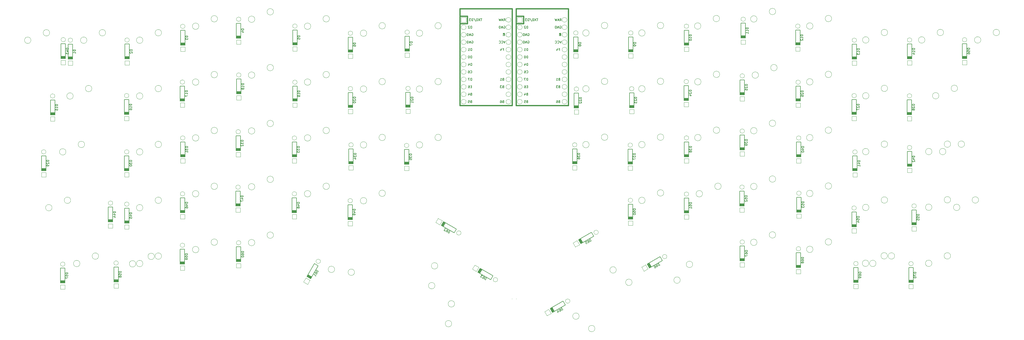
<source format=gbr>
G04 #@! TF.GenerationSoftware,KiCad,Pcbnew,(5.1.0)-1*
G04 #@! TF.CreationDate,2019-07-24T21:38:21-04:00*
G04 #@! TF.ProjectId,ogre,6f677265-2e6b-4696-9361-645f70636258,1.0*
G04 #@! TF.SameCoordinates,Original*
G04 #@! TF.FileFunction,Legend,Bot*
G04 #@! TF.FilePolarity,Positive*
%FSLAX46Y46*%
G04 Gerber Fmt 4.6, Leading zero omitted, Abs format (unit mm)*
G04 Created by KiCad (PCBNEW (5.1.0)-1) date 2019-07-24 21:38:21*
%MOMM*%
%LPD*%
G04 APERTURE LIST*
%ADD10C,0.381000*%
%ADD11C,0.150000*%
%ADD12C,0.200000*%
%ADD13C,0.100000*%
G04 APERTURE END LIST*
D10*
X185850000Y-29210000D02*
X183310000Y-29210000D01*
X201090000Y-26670000D02*
X183310000Y-26670000D01*
X183310000Y-26670000D02*
X183310000Y-59690000D01*
X183310000Y-59690000D02*
X201090000Y-59690000D01*
X201090000Y-59690000D02*
X201090000Y-26670000D01*
D11*
G36*
X198044635Y-35099030D02*
G01*
X198044635Y-35199030D01*
X198544635Y-35199030D01*
X198544635Y-35099030D01*
X198044635Y-35099030D01*
G37*
X198044635Y-35099030D02*
X198044635Y-35199030D01*
X198544635Y-35199030D01*
X198544635Y-35099030D01*
X198044635Y-35099030D01*
G36*
X198044635Y-35099030D02*
G01*
X198044635Y-35399030D01*
X198144635Y-35399030D01*
X198144635Y-35099030D01*
X198044635Y-35099030D01*
G37*
X198044635Y-35099030D02*
X198044635Y-35399030D01*
X198144635Y-35399030D01*
X198144635Y-35099030D01*
X198044635Y-35099030D01*
G36*
X198044635Y-35699030D02*
G01*
X198044635Y-35899030D01*
X198144635Y-35899030D01*
X198144635Y-35699030D01*
X198044635Y-35699030D01*
G37*
X198044635Y-35699030D02*
X198044635Y-35899030D01*
X198144635Y-35899030D01*
X198144635Y-35699030D01*
X198044635Y-35699030D01*
G36*
X198444635Y-35099030D02*
G01*
X198444635Y-35899030D01*
X198544635Y-35899030D01*
X198544635Y-35099030D01*
X198444635Y-35099030D01*
G37*
X198444635Y-35099030D02*
X198444635Y-35899030D01*
X198544635Y-35899030D01*
X198544635Y-35099030D01*
X198444635Y-35099030D01*
G36*
X198244635Y-35499030D02*
G01*
X198244635Y-35599030D01*
X198344635Y-35599030D01*
X198344635Y-35499030D01*
X198244635Y-35499030D01*
G37*
X198244635Y-35499030D02*
X198244635Y-35599030D01*
X198344635Y-35599030D01*
X198344635Y-35499030D01*
X198244635Y-35499030D01*
D10*
X185850000Y-29210000D02*
X185850000Y-31750000D01*
X185850000Y-31750000D02*
X183310000Y-31750000D01*
D12*
X201007594Y-38396334D02*
X201007594Y-30282445D01*
X201007594Y-54271334D02*
X201007594Y-38396334D01*
X201007594Y-40865779D02*
X201007594Y-40865779D01*
X201007594Y-30282445D02*
X201007594Y-30282445D01*
X201007594Y-54271334D02*
X201007594Y-54271334D01*
X201007594Y-54271334D02*
X201007594Y-54271334D01*
X202492913Y-125674004D02*
X202492913Y-125674004D01*
X201041446Y-125674004D02*
X201041446Y-125674004D01*
X201007594Y-28013226D02*
X201007594Y-28013226D01*
X202558128Y-28019944D02*
X202558128Y-28019944D01*
X201007594Y-28013226D02*
X201007594Y-28013226D01*
X202558128Y-27960311D02*
X202558128Y-27960311D01*
X201007594Y-27967030D02*
X201007594Y-27967030D01*
X202558128Y-27960311D02*
X202558128Y-27960311D01*
D10*
X204940000Y-29210000D02*
X202400000Y-29210000D01*
X220180000Y-26670000D02*
X202400000Y-26670000D01*
X202400000Y-26670000D02*
X202400000Y-59690000D01*
X202400000Y-59690000D02*
X220180000Y-59690000D01*
X220180000Y-59690000D02*
X220180000Y-26670000D01*
D11*
G36*
X217134635Y-35099030D02*
G01*
X217134635Y-35199030D01*
X217634635Y-35199030D01*
X217634635Y-35099030D01*
X217134635Y-35099030D01*
G37*
X217134635Y-35099030D02*
X217134635Y-35199030D01*
X217634635Y-35199030D01*
X217634635Y-35099030D01*
X217134635Y-35099030D01*
G36*
X217134635Y-35099030D02*
G01*
X217134635Y-35399030D01*
X217234635Y-35399030D01*
X217234635Y-35099030D01*
X217134635Y-35099030D01*
G37*
X217134635Y-35099030D02*
X217134635Y-35399030D01*
X217234635Y-35399030D01*
X217234635Y-35099030D01*
X217134635Y-35099030D01*
G36*
X217134635Y-35699030D02*
G01*
X217134635Y-35899030D01*
X217234635Y-35899030D01*
X217234635Y-35699030D01*
X217134635Y-35699030D01*
G37*
X217134635Y-35699030D02*
X217134635Y-35899030D01*
X217234635Y-35899030D01*
X217234635Y-35699030D01*
X217134635Y-35699030D01*
G36*
X217534635Y-35099030D02*
G01*
X217534635Y-35899030D01*
X217634635Y-35899030D01*
X217634635Y-35099030D01*
X217534635Y-35099030D01*
G37*
X217534635Y-35099030D02*
X217534635Y-35899030D01*
X217634635Y-35899030D01*
X217634635Y-35099030D01*
X217534635Y-35099030D01*
G36*
X217334635Y-35499030D02*
G01*
X217334635Y-35599030D01*
X217434635Y-35599030D01*
X217434635Y-35499030D01*
X217334635Y-35499030D01*
G37*
X217334635Y-35499030D02*
X217334635Y-35599030D01*
X217434635Y-35599030D01*
X217434635Y-35499030D01*
X217334635Y-35499030D01*
D10*
X204940000Y-29210000D02*
X204940000Y-31750000D01*
X204940000Y-31750000D02*
X202400000Y-31750000D01*
D11*
X65122000Y-94360000D02*
X65122000Y-99440000D01*
X65122000Y-99440000D02*
X63598000Y-99440000D01*
X63598000Y-99440000D02*
X63598000Y-94360000D01*
X63598000Y-94360000D02*
X65122000Y-94360000D01*
X65122000Y-94360000D02*
X65122000Y-94868000D01*
X65122000Y-99059000D02*
X63598000Y-99059000D01*
X63598000Y-99186000D02*
X65122000Y-99186000D01*
X65122000Y-99313000D02*
X63598000Y-99313000D01*
X63598000Y-98932000D02*
X65122000Y-98932000D01*
X65122000Y-98805000D02*
X63598000Y-98805000D01*
X65122000Y-98678000D02*
X63598000Y-98678000D01*
X193828705Y-119119911D02*
X189429295Y-116579911D01*
X189429295Y-116579911D02*
X190191295Y-115260089D01*
X190191295Y-115260089D02*
X194590705Y-117800089D01*
X194590705Y-117800089D02*
X193828705Y-119119911D01*
X193828705Y-119119911D02*
X193388764Y-118865911D01*
X189759251Y-116770411D02*
X190521251Y-115450589D01*
X190411266Y-115387089D02*
X189649266Y-116706911D01*
X189539281Y-116643411D02*
X190301281Y-115323589D01*
X190631236Y-115514089D02*
X189869236Y-116833911D01*
X189979222Y-116897411D02*
X190741222Y-115577589D01*
X190089207Y-116960911D02*
X190851207Y-115641089D01*
X135049911Y-114431295D02*
X132509911Y-118830705D01*
X132509911Y-118830705D02*
X131190089Y-118068705D01*
X131190089Y-118068705D02*
X133730089Y-113669295D01*
X133730089Y-113669295D02*
X135049911Y-114431295D01*
X135049911Y-114431295D02*
X134795911Y-114871236D01*
X132700411Y-118500749D02*
X131380589Y-117738749D01*
X131317089Y-117848734D02*
X132636911Y-118610734D01*
X132573411Y-118720719D02*
X131253589Y-117958719D01*
X131444089Y-117628764D02*
X132763911Y-118390764D01*
X132827411Y-118280778D02*
X131507589Y-117518778D01*
X132890911Y-118170793D02*
X131571089Y-117408793D01*
X51472000Y-38780000D02*
X51472000Y-43860000D01*
X51472000Y-43860000D02*
X49948000Y-43860000D01*
X49948000Y-43860000D02*
X49948000Y-38780000D01*
X49948000Y-38780000D02*
X51472000Y-38780000D01*
X51472000Y-38780000D02*
X51472000Y-39288000D01*
X51472000Y-43479000D02*
X49948000Y-43479000D01*
X49948000Y-43606000D02*
X51472000Y-43606000D01*
X51472000Y-43733000D02*
X49948000Y-43733000D01*
X49948000Y-43352000D02*
X51472000Y-43352000D01*
X51472000Y-43225000D02*
X49948000Y-43225000D01*
X51472000Y-43098000D02*
X49948000Y-43098000D01*
X70752000Y-38740000D02*
X70752000Y-43820000D01*
X70752000Y-43820000D02*
X69228000Y-43820000D01*
X69228000Y-43820000D02*
X69228000Y-38740000D01*
X69228000Y-38740000D02*
X70752000Y-38740000D01*
X70752000Y-38740000D02*
X70752000Y-39248000D01*
X70752000Y-43439000D02*
X69228000Y-43439000D01*
X69228000Y-43566000D02*
X70752000Y-43566000D01*
X70752000Y-43693000D02*
X69228000Y-43693000D01*
X69228000Y-43312000D02*
X70752000Y-43312000D01*
X70752000Y-43185000D02*
X69228000Y-43185000D01*
X70752000Y-43058000D02*
X69228000Y-43058000D01*
X89712000Y-34060000D02*
X89712000Y-39140000D01*
X89712000Y-39140000D02*
X88188000Y-39140000D01*
X88188000Y-39140000D02*
X88188000Y-34060000D01*
X88188000Y-34060000D02*
X89712000Y-34060000D01*
X89712000Y-34060000D02*
X89712000Y-34568000D01*
X89712000Y-38759000D02*
X88188000Y-38759000D01*
X88188000Y-38886000D02*
X89712000Y-38886000D01*
X89712000Y-39013000D02*
X88188000Y-39013000D01*
X88188000Y-38632000D02*
X89712000Y-38632000D01*
X89712000Y-38505000D02*
X88188000Y-38505000D01*
X89712000Y-38378000D02*
X88188000Y-38378000D01*
X108742000Y-31640000D02*
X108742000Y-36720000D01*
X108742000Y-36720000D02*
X107218000Y-36720000D01*
X107218000Y-36720000D02*
X107218000Y-31640000D01*
X107218000Y-31640000D02*
X108742000Y-31640000D01*
X108742000Y-31640000D02*
X108742000Y-32148000D01*
X108742000Y-36339000D02*
X107218000Y-36339000D01*
X107218000Y-36466000D02*
X108742000Y-36466000D01*
X108742000Y-36593000D02*
X107218000Y-36593000D01*
X107218000Y-36212000D02*
X108742000Y-36212000D01*
X108742000Y-36085000D02*
X107218000Y-36085000D01*
X108742000Y-35958000D02*
X107218000Y-35958000D01*
X127892000Y-33970000D02*
X127892000Y-39050000D01*
X127892000Y-39050000D02*
X126368000Y-39050000D01*
X126368000Y-39050000D02*
X126368000Y-33970000D01*
X126368000Y-33970000D02*
X127892000Y-33970000D01*
X127892000Y-33970000D02*
X127892000Y-34478000D01*
X127892000Y-38669000D02*
X126368000Y-38669000D01*
X126368000Y-38796000D02*
X127892000Y-38796000D01*
X127892000Y-38923000D02*
X126368000Y-38923000D01*
X126368000Y-38542000D02*
X127892000Y-38542000D01*
X127892000Y-38415000D02*
X126368000Y-38415000D01*
X127892000Y-38288000D02*
X126368000Y-38288000D01*
X146792000Y-36410000D02*
X146792000Y-41490000D01*
X146792000Y-41490000D02*
X145268000Y-41490000D01*
X145268000Y-41490000D02*
X145268000Y-36410000D01*
X145268000Y-36410000D02*
X146792000Y-36410000D01*
X146792000Y-36410000D02*
X146792000Y-36918000D01*
X146792000Y-41109000D02*
X145268000Y-41109000D01*
X145268000Y-41236000D02*
X146792000Y-41236000D01*
X146792000Y-41363000D02*
X145268000Y-41363000D01*
X145268000Y-40982000D02*
X146792000Y-40982000D01*
X146792000Y-40855000D02*
X145268000Y-40855000D01*
X146792000Y-40728000D02*
X145268000Y-40728000D01*
X166102000Y-36050000D02*
X166102000Y-41130000D01*
X166102000Y-41130000D02*
X164578000Y-41130000D01*
X164578000Y-41130000D02*
X164578000Y-36050000D01*
X164578000Y-36050000D02*
X166102000Y-36050000D01*
X166102000Y-36050000D02*
X166102000Y-36558000D01*
X166102000Y-40749000D02*
X164578000Y-40749000D01*
X164578000Y-40876000D02*
X166102000Y-40876000D01*
X166102000Y-41003000D02*
X164578000Y-41003000D01*
X164578000Y-40622000D02*
X166102000Y-40622000D01*
X166102000Y-40495000D02*
X164578000Y-40495000D01*
X166102000Y-40368000D02*
X164578000Y-40368000D01*
X223522000Y-36310000D02*
X223522000Y-41390000D01*
X223522000Y-41390000D02*
X221998000Y-41390000D01*
X221998000Y-41390000D02*
X221998000Y-36310000D01*
X221998000Y-36310000D02*
X223522000Y-36310000D01*
X223522000Y-36310000D02*
X223522000Y-36818000D01*
X223522000Y-41009000D02*
X221998000Y-41009000D01*
X221998000Y-41136000D02*
X223522000Y-41136000D01*
X223522000Y-41263000D02*
X221998000Y-41263000D01*
X221998000Y-40882000D02*
X223522000Y-40882000D01*
X223522000Y-40755000D02*
X221998000Y-40755000D01*
X223522000Y-40628000D02*
X221998000Y-40628000D01*
X242222000Y-36310000D02*
X242222000Y-41390000D01*
X242222000Y-41390000D02*
X240698000Y-41390000D01*
X240698000Y-41390000D02*
X240698000Y-36310000D01*
X240698000Y-36310000D02*
X242222000Y-36310000D01*
X242222000Y-36310000D02*
X242222000Y-36818000D01*
X242222000Y-41009000D02*
X240698000Y-41009000D01*
X240698000Y-41136000D02*
X242222000Y-41136000D01*
X242222000Y-41263000D02*
X240698000Y-41263000D01*
X240698000Y-40882000D02*
X242222000Y-40882000D01*
X242222000Y-40755000D02*
X240698000Y-40755000D01*
X242222000Y-40628000D02*
X240698000Y-40628000D01*
X261162000Y-34020000D02*
X261162000Y-39100000D01*
X261162000Y-39100000D02*
X259638000Y-39100000D01*
X259638000Y-39100000D02*
X259638000Y-34020000D01*
X259638000Y-34020000D02*
X261162000Y-34020000D01*
X261162000Y-34020000D02*
X261162000Y-34528000D01*
X261162000Y-38719000D02*
X259638000Y-38719000D01*
X259638000Y-38846000D02*
X261162000Y-38846000D01*
X261162000Y-38973000D02*
X259638000Y-38973000D01*
X259638000Y-38592000D02*
X261162000Y-38592000D01*
X261162000Y-38465000D02*
X259638000Y-38465000D01*
X261162000Y-38338000D02*
X259638000Y-38338000D01*
X280492000Y-31630000D02*
X280492000Y-36710000D01*
X280492000Y-36710000D02*
X278968000Y-36710000D01*
X278968000Y-36710000D02*
X278968000Y-31630000D01*
X278968000Y-31630000D02*
X280492000Y-31630000D01*
X280492000Y-31630000D02*
X280492000Y-32138000D01*
X280492000Y-36329000D02*
X278968000Y-36329000D01*
X278968000Y-36456000D02*
X280492000Y-36456000D01*
X280492000Y-36583000D02*
X278968000Y-36583000D01*
X278968000Y-36202000D02*
X280492000Y-36202000D01*
X280492000Y-36075000D02*
X278968000Y-36075000D01*
X280492000Y-35948000D02*
X278968000Y-35948000D01*
X318322000Y-38790000D02*
X318322000Y-43870000D01*
X318322000Y-43870000D02*
X316798000Y-43870000D01*
X316798000Y-43870000D02*
X316798000Y-38790000D01*
X316798000Y-38790000D02*
X318322000Y-38790000D01*
X318322000Y-38790000D02*
X318322000Y-39298000D01*
X318322000Y-43489000D02*
X316798000Y-43489000D01*
X316798000Y-43616000D02*
X318322000Y-43616000D01*
X318322000Y-43743000D02*
X316798000Y-43743000D01*
X316798000Y-43362000D02*
X318322000Y-43362000D01*
X318322000Y-43235000D02*
X316798000Y-43235000D01*
X318322000Y-43108000D02*
X316798000Y-43108000D01*
X337122000Y-38710000D02*
X337122000Y-43790000D01*
X337122000Y-43790000D02*
X335598000Y-43790000D01*
X335598000Y-43790000D02*
X335598000Y-38710000D01*
X335598000Y-38710000D02*
X337122000Y-38710000D01*
X337122000Y-38710000D02*
X337122000Y-39218000D01*
X337122000Y-43409000D02*
X335598000Y-43409000D01*
X335598000Y-43536000D02*
X337122000Y-43536000D01*
X337122000Y-43663000D02*
X335598000Y-43663000D01*
X335598000Y-43282000D02*
X337122000Y-43282000D01*
X337122000Y-43155000D02*
X335598000Y-43155000D01*
X337122000Y-43028000D02*
X335598000Y-43028000D01*
X45422000Y-57830000D02*
X45422000Y-62910000D01*
X45422000Y-62910000D02*
X43898000Y-62910000D01*
X43898000Y-62910000D02*
X43898000Y-57830000D01*
X43898000Y-57830000D02*
X45422000Y-57830000D01*
X45422000Y-57830000D02*
X45422000Y-58338000D01*
X45422000Y-62529000D02*
X43898000Y-62529000D01*
X43898000Y-62656000D02*
X45422000Y-62656000D01*
X45422000Y-62783000D02*
X43898000Y-62783000D01*
X43898000Y-62402000D02*
X45422000Y-62402000D01*
X45422000Y-62275000D02*
X43898000Y-62275000D01*
X45422000Y-62148000D02*
X43898000Y-62148000D01*
X70602000Y-57700000D02*
X70602000Y-62780000D01*
X70602000Y-62780000D02*
X69078000Y-62780000D01*
X69078000Y-62780000D02*
X69078000Y-57700000D01*
X69078000Y-57700000D02*
X70602000Y-57700000D01*
X70602000Y-57700000D02*
X70602000Y-58208000D01*
X70602000Y-62399000D02*
X69078000Y-62399000D01*
X69078000Y-62526000D02*
X70602000Y-62526000D01*
X70602000Y-62653000D02*
X69078000Y-62653000D01*
X69078000Y-62272000D02*
X70602000Y-62272000D01*
X70602000Y-62145000D02*
X69078000Y-62145000D01*
X70602000Y-62018000D02*
X69078000Y-62018000D01*
X89602000Y-53080000D02*
X89602000Y-58160000D01*
X89602000Y-58160000D02*
X88078000Y-58160000D01*
X88078000Y-58160000D02*
X88078000Y-53080000D01*
X88078000Y-53080000D02*
X89602000Y-53080000D01*
X89602000Y-53080000D02*
X89602000Y-53588000D01*
X89602000Y-57779000D02*
X88078000Y-57779000D01*
X88078000Y-57906000D02*
X89602000Y-57906000D01*
X89602000Y-58033000D02*
X88078000Y-58033000D01*
X88078000Y-57652000D02*
X89602000Y-57652000D01*
X89602000Y-57525000D02*
X88078000Y-57525000D01*
X89602000Y-57398000D02*
X88078000Y-57398000D01*
X108782000Y-50670000D02*
X108782000Y-55750000D01*
X108782000Y-55750000D02*
X107258000Y-55750000D01*
X107258000Y-55750000D02*
X107258000Y-50670000D01*
X107258000Y-50670000D02*
X108782000Y-50670000D01*
X108782000Y-50670000D02*
X108782000Y-51178000D01*
X108782000Y-55369000D02*
X107258000Y-55369000D01*
X107258000Y-55496000D02*
X108782000Y-55496000D01*
X108782000Y-55623000D02*
X107258000Y-55623000D01*
X107258000Y-55242000D02*
X108782000Y-55242000D01*
X108782000Y-55115000D02*
X107258000Y-55115000D01*
X108782000Y-54988000D02*
X107258000Y-54988000D01*
X127892000Y-53130000D02*
X127892000Y-58210000D01*
X127892000Y-58210000D02*
X126368000Y-58210000D01*
X126368000Y-58210000D02*
X126368000Y-53130000D01*
X126368000Y-53130000D02*
X127892000Y-53130000D01*
X127892000Y-53130000D02*
X127892000Y-53638000D01*
X127892000Y-57829000D02*
X126368000Y-57829000D01*
X126368000Y-57956000D02*
X127892000Y-57956000D01*
X127892000Y-58083000D02*
X126368000Y-58083000D01*
X126368000Y-57702000D02*
X127892000Y-57702000D01*
X127892000Y-57575000D02*
X126368000Y-57575000D01*
X127892000Y-57448000D02*
X126368000Y-57448000D01*
X146792000Y-55320000D02*
X146792000Y-60400000D01*
X146792000Y-60400000D02*
X145268000Y-60400000D01*
X145268000Y-60400000D02*
X145268000Y-55320000D01*
X145268000Y-55320000D02*
X146792000Y-55320000D01*
X146792000Y-55320000D02*
X146792000Y-55828000D01*
X146792000Y-60019000D02*
X145268000Y-60019000D01*
X145268000Y-60146000D02*
X146792000Y-60146000D01*
X146792000Y-60273000D02*
X145268000Y-60273000D01*
X145268000Y-59892000D02*
X146792000Y-59892000D01*
X146792000Y-59765000D02*
X145268000Y-59765000D01*
X146792000Y-59638000D02*
X145268000Y-59638000D01*
X166402000Y-55250000D02*
X166402000Y-60330000D01*
X166402000Y-60330000D02*
X164878000Y-60330000D01*
X164878000Y-60330000D02*
X164878000Y-55250000D01*
X164878000Y-55250000D02*
X166402000Y-55250000D01*
X166402000Y-55250000D02*
X166402000Y-55758000D01*
X166402000Y-59949000D02*
X164878000Y-59949000D01*
X164878000Y-60076000D02*
X166402000Y-60076000D01*
X166402000Y-60203000D02*
X164878000Y-60203000D01*
X164878000Y-59822000D02*
X166402000Y-59822000D01*
X166402000Y-59695000D02*
X164878000Y-59695000D01*
X166402000Y-59568000D02*
X164878000Y-59568000D01*
X223712000Y-55440000D02*
X223712000Y-60520000D01*
X223712000Y-60520000D02*
X222188000Y-60520000D01*
X222188000Y-60520000D02*
X222188000Y-55440000D01*
X222188000Y-55440000D02*
X223712000Y-55440000D01*
X223712000Y-55440000D02*
X223712000Y-55948000D01*
X223712000Y-60139000D02*
X222188000Y-60139000D01*
X222188000Y-60266000D02*
X223712000Y-60266000D01*
X223712000Y-60393000D02*
X222188000Y-60393000D01*
X222188000Y-60012000D02*
X223712000Y-60012000D01*
X223712000Y-59885000D02*
X222188000Y-59885000D01*
X223712000Y-59758000D02*
X222188000Y-59758000D01*
X242532000Y-55350000D02*
X242532000Y-60430000D01*
X242532000Y-60430000D02*
X241008000Y-60430000D01*
X241008000Y-60430000D02*
X241008000Y-55350000D01*
X241008000Y-55350000D02*
X242532000Y-55350000D01*
X242532000Y-55350000D02*
X242532000Y-55858000D01*
X242532000Y-60049000D02*
X241008000Y-60049000D01*
X241008000Y-60176000D02*
X242532000Y-60176000D01*
X242532000Y-60303000D02*
X241008000Y-60303000D01*
X241008000Y-59922000D02*
X242532000Y-59922000D01*
X242532000Y-59795000D02*
X241008000Y-59795000D01*
X242532000Y-59668000D02*
X241008000Y-59668000D01*
X261122000Y-52910000D02*
X261122000Y-57990000D01*
X261122000Y-57990000D02*
X259598000Y-57990000D01*
X259598000Y-57990000D02*
X259598000Y-52910000D01*
X259598000Y-52910000D02*
X261122000Y-52910000D01*
X261122000Y-52910000D02*
X261122000Y-53418000D01*
X261122000Y-57609000D02*
X259598000Y-57609000D01*
X259598000Y-57736000D02*
X261122000Y-57736000D01*
X261122000Y-57863000D02*
X259598000Y-57863000D01*
X259598000Y-57482000D02*
X261122000Y-57482000D01*
X261122000Y-57355000D02*
X259598000Y-57355000D01*
X261122000Y-57228000D02*
X259598000Y-57228000D01*
X280182000Y-50970000D02*
X280182000Y-56050000D01*
X280182000Y-56050000D02*
X278658000Y-56050000D01*
X278658000Y-56050000D02*
X278658000Y-50970000D01*
X278658000Y-50970000D02*
X280182000Y-50970000D01*
X280182000Y-50970000D02*
X280182000Y-51478000D01*
X280182000Y-55669000D02*
X278658000Y-55669000D01*
X278658000Y-55796000D02*
X280182000Y-55796000D01*
X280182000Y-55923000D02*
X278658000Y-55923000D01*
X278658000Y-55542000D02*
X280182000Y-55542000D01*
X280182000Y-55415000D02*
X278658000Y-55415000D01*
X280182000Y-55288000D02*
X278658000Y-55288000D01*
X299182000Y-53130000D02*
X299182000Y-58210000D01*
X299182000Y-58210000D02*
X297658000Y-58210000D01*
X297658000Y-58210000D02*
X297658000Y-53130000D01*
X297658000Y-53130000D02*
X299182000Y-53130000D01*
X299182000Y-53130000D02*
X299182000Y-53638000D01*
X299182000Y-57829000D02*
X297658000Y-57829000D01*
X297658000Y-57956000D02*
X299182000Y-57956000D01*
X299182000Y-58083000D02*
X297658000Y-58083000D01*
X297658000Y-57702000D02*
X299182000Y-57702000D01*
X299182000Y-57575000D02*
X297658000Y-57575000D01*
X299182000Y-57448000D02*
X297658000Y-57448000D01*
X318262000Y-57700000D02*
X318262000Y-62780000D01*
X318262000Y-62780000D02*
X316738000Y-62780000D01*
X316738000Y-62780000D02*
X316738000Y-57700000D01*
X316738000Y-57700000D02*
X318262000Y-57700000D01*
X318262000Y-57700000D02*
X318262000Y-58208000D01*
X318262000Y-62399000D02*
X316738000Y-62399000D01*
X316738000Y-62526000D02*
X318262000Y-62526000D01*
X318262000Y-62653000D02*
X316738000Y-62653000D01*
X316738000Y-62272000D02*
X318262000Y-62272000D01*
X318262000Y-62145000D02*
X316738000Y-62145000D01*
X318262000Y-62018000D02*
X316738000Y-62018000D01*
X337092000Y-57770000D02*
X337092000Y-62850000D01*
X337092000Y-62850000D02*
X335568000Y-62850000D01*
X335568000Y-62850000D02*
X335568000Y-57770000D01*
X335568000Y-57770000D02*
X337092000Y-57770000D01*
X337092000Y-57770000D02*
X337092000Y-58278000D01*
X337092000Y-62469000D02*
X335568000Y-62469000D01*
X335568000Y-62596000D02*
X337092000Y-62596000D01*
X337092000Y-62723000D02*
X335568000Y-62723000D01*
X335568000Y-62342000D02*
X337092000Y-62342000D01*
X337092000Y-62215000D02*
X335568000Y-62215000D01*
X337092000Y-62088000D02*
X335568000Y-62088000D01*
X42392000Y-76880000D02*
X42392000Y-81960000D01*
X42392000Y-81960000D02*
X40868000Y-81960000D01*
X40868000Y-81960000D02*
X40868000Y-76880000D01*
X40868000Y-76880000D02*
X42392000Y-76880000D01*
X42392000Y-76880000D02*
X42392000Y-77388000D01*
X42392000Y-81579000D02*
X40868000Y-81579000D01*
X40868000Y-81706000D02*
X42392000Y-81706000D01*
X42392000Y-81833000D02*
X40868000Y-81833000D01*
X40868000Y-81452000D02*
X42392000Y-81452000D01*
X42392000Y-81325000D02*
X40868000Y-81325000D01*
X42392000Y-81198000D02*
X40868000Y-81198000D01*
X70642000Y-76890000D02*
X70642000Y-81970000D01*
X70642000Y-81970000D02*
X69118000Y-81970000D01*
X69118000Y-81970000D02*
X69118000Y-76890000D01*
X69118000Y-76890000D02*
X70642000Y-76890000D01*
X70642000Y-76890000D02*
X70642000Y-77398000D01*
X70642000Y-81589000D02*
X69118000Y-81589000D01*
X69118000Y-81716000D02*
X70642000Y-81716000D01*
X70642000Y-81843000D02*
X69118000Y-81843000D01*
X69118000Y-81462000D02*
X70642000Y-81462000D01*
X70642000Y-81335000D02*
X69118000Y-81335000D01*
X70642000Y-81208000D02*
X69118000Y-81208000D01*
X89712000Y-72150000D02*
X89712000Y-77230000D01*
X89712000Y-77230000D02*
X88188000Y-77230000D01*
X88188000Y-77230000D02*
X88188000Y-72150000D01*
X88188000Y-72150000D02*
X89712000Y-72150000D01*
X89712000Y-72150000D02*
X89712000Y-72658000D01*
X89712000Y-76849000D02*
X88188000Y-76849000D01*
X88188000Y-76976000D02*
X89712000Y-76976000D01*
X89712000Y-77103000D02*
X88188000Y-77103000D01*
X88188000Y-76722000D02*
X89712000Y-76722000D01*
X89712000Y-76595000D02*
X88188000Y-76595000D01*
X89712000Y-76468000D02*
X88188000Y-76468000D01*
X108592000Y-70020000D02*
X108592000Y-75100000D01*
X108592000Y-75100000D02*
X107068000Y-75100000D01*
X107068000Y-75100000D02*
X107068000Y-70020000D01*
X107068000Y-70020000D02*
X108592000Y-70020000D01*
X108592000Y-70020000D02*
X108592000Y-70528000D01*
X108592000Y-74719000D02*
X107068000Y-74719000D01*
X107068000Y-74846000D02*
X108592000Y-74846000D01*
X108592000Y-74973000D02*
X107068000Y-74973000D01*
X107068000Y-74592000D02*
X108592000Y-74592000D01*
X108592000Y-74465000D02*
X107068000Y-74465000D01*
X108592000Y-74338000D02*
X107068000Y-74338000D01*
X127722000Y-72170000D02*
X127722000Y-77250000D01*
X127722000Y-77250000D02*
X126198000Y-77250000D01*
X126198000Y-77250000D02*
X126198000Y-72170000D01*
X126198000Y-72170000D02*
X127722000Y-72170000D01*
X127722000Y-72170000D02*
X127722000Y-72678000D01*
X127722000Y-76869000D02*
X126198000Y-76869000D01*
X126198000Y-76996000D02*
X127722000Y-76996000D01*
X127722000Y-77123000D02*
X126198000Y-77123000D01*
X126198000Y-76742000D02*
X127722000Y-76742000D01*
X127722000Y-76615000D02*
X126198000Y-76615000D01*
X127722000Y-76488000D02*
X126198000Y-76488000D01*
X147002000Y-74490000D02*
X147002000Y-79570000D01*
X147002000Y-79570000D02*
X145478000Y-79570000D01*
X145478000Y-79570000D02*
X145478000Y-74490000D01*
X145478000Y-74490000D02*
X147002000Y-74490000D01*
X147002000Y-74490000D02*
X147002000Y-74998000D01*
X147002000Y-79189000D02*
X145478000Y-79189000D01*
X145478000Y-79316000D02*
X147002000Y-79316000D01*
X147002000Y-79443000D02*
X145478000Y-79443000D01*
X145478000Y-79062000D02*
X147002000Y-79062000D01*
X147002000Y-78935000D02*
X145478000Y-78935000D01*
X147002000Y-78808000D02*
X145478000Y-78808000D01*
X165912000Y-74700000D02*
X165912000Y-79780000D01*
X165912000Y-79780000D02*
X164388000Y-79780000D01*
X164388000Y-79780000D02*
X164388000Y-74700000D01*
X164388000Y-74700000D02*
X165912000Y-74700000D01*
X165912000Y-74700000D02*
X165912000Y-75208000D01*
X165912000Y-79399000D02*
X164388000Y-79399000D01*
X164388000Y-79526000D02*
X165912000Y-79526000D01*
X165912000Y-79653000D02*
X164388000Y-79653000D01*
X164388000Y-79272000D02*
X165912000Y-79272000D01*
X165912000Y-79145000D02*
X164388000Y-79145000D01*
X165912000Y-79018000D02*
X164388000Y-79018000D01*
X223132000Y-74490000D02*
X223132000Y-79570000D01*
X223132000Y-79570000D02*
X221608000Y-79570000D01*
X221608000Y-79570000D02*
X221608000Y-74490000D01*
X221608000Y-74490000D02*
X223132000Y-74490000D01*
X223132000Y-74490000D02*
X223132000Y-74998000D01*
X223132000Y-79189000D02*
X221608000Y-79189000D01*
X221608000Y-79316000D02*
X223132000Y-79316000D01*
X223132000Y-79443000D02*
X221608000Y-79443000D01*
X221608000Y-79062000D02*
X223132000Y-79062000D01*
X223132000Y-78935000D02*
X221608000Y-78935000D01*
X223132000Y-78808000D02*
X221608000Y-78808000D01*
X242042000Y-74580000D02*
X242042000Y-79660000D01*
X242042000Y-79660000D02*
X240518000Y-79660000D01*
X240518000Y-79660000D02*
X240518000Y-74580000D01*
X240518000Y-74580000D02*
X242042000Y-74580000D01*
X242042000Y-74580000D02*
X242042000Y-75088000D01*
X242042000Y-79279000D02*
X240518000Y-79279000D01*
X240518000Y-79406000D02*
X242042000Y-79406000D01*
X242042000Y-79533000D02*
X240518000Y-79533000D01*
X240518000Y-79152000D02*
X242042000Y-79152000D01*
X242042000Y-79025000D02*
X240518000Y-79025000D01*
X242042000Y-78898000D02*
X240518000Y-78898000D01*
X261172000Y-72130000D02*
X261172000Y-77210000D01*
X261172000Y-77210000D02*
X259648000Y-77210000D01*
X259648000Y-77210000D02*
X259648000Y-72130000D01*
X259648000Y-72130000D02*
X261172000Y-72130000D01*
X261172000Y-72130000D02*
X261172000Y-72638000D01*
X261172000Y-76829000D02*
X259648000Y-76829000D01*
X259648000Y-76956000D02*
X261172000Y-76956000D01*
X261172000Y-77083000D02*
X259648000Y-77083000D01*
X259648000Y-76702000D02*
X261172000Y-76702000D01*
X261172000Y-76575000D02*
X259648000Y-76575000D01*
X261172000Y-76448000D02*
X259648000Y-76448000D01*
X280162000Y-69800000D02*
X280162000Y-74880000D01*
X280162000Y-74880000D02*
X278638000Y-74880000D01*
X278638000Y-74880000D02*
X278638000Y-69800000D01*
X278638000Y-69800000D02*
X280162000Y-69800000D01*
X280162000Y-69800000D02*
X280162000Y-70308000D01*
X280162000Y-74499000D02*
X278638000Y-74499000D01*
X278638000Y-74626000D02*
X280162000Y-74626000D01*
X280162000Y-74753000D02*
X278638000Y-74753000D01*
X278638000Y-74372000D02*
X280162000Y-74372000D01*
X280162000Y-74245000D02*
X278638000Y-74245000D01*
X280162000Y-74118000D02*
X278638000Y-74118000D01*
X299392000Y-72160000D02*
X299392000Y-77240000D01*
X299392000Y-77240000D02*
X297868000Y-77240000D01*
X297868000Y-77240000D02*
X297868000Y-72160000D01*
X297868000Y-72160000D02*
X299392000Y-72160000D01*
X299392000Y-72160000D02*
X299392000Y-72668000D01*
X299392000Y-76859000D02*
X297868000Y-76859000D01*
X297868000Y-76986000D02*
X299392000Y-76986000D01*
X299392000Y-77113000D02*
X297868000Y-77113000D01*
X297868000Y-76732000D02*
X299392000Y-76732000D01*
X299392000Y-76605000D02*
X297868000Y-76605000D01*
X299392000Y-76478000D02*
X297868000Y-76478000D01*
X318542000Y-76920000D02*
X318542000Y-82000000D01*
X318542000Y-82000000D02*
X317018000Y-82000000D01*
X317018000Y-82000000D02*
X317018000Y-76920000D01*
X317018000Y-76920000D02*
X318542000Y-76920000D01*
X318542000Y-76920000D02*
X318542000Y-77428000D01*
X318542000Y-81619000D02*
X317018000Y-81619000D01*
X317018000Y-81746000D02*
X318542000Y-81746000D01*
X318542000Y-81873000D02*
X317018000Y-81873000D01*
X317018000Y-81492000D02*
X318542000Y-81492000D01*
X318542000Y-81365000D02*
X317018000Y-81365000D01*
X318542000Y-81238000D02*
X317018000Y-81238000D01*
X337112000Y-75410000D02*
X337112000Y-80490000D01*
X337112000Y-80490000D02*
X335588000Y-80490000D01*
X335588000Y-80490000D02*
X335588000Y-75410000D01*
X335588000Y-75410000D02*
X337112000Y-75410000D01*
X337112000Y-75410000D02*
X337112000Y-75918000D01*
X337112000Y-80109000D02*
X335588000Y-80109000D01*
X335588000Y-80236000D02*
X337112000Y-80236000D01*
X337112000Y-80363000D02*
X335588000Y-80363000D01*
X335588000Y-79982000D02*
X337112000Y-79982000D01*
X337112000Y-79855000D02*
X335588000Y-79855000D01*
X337112000Y-79728000D02*
X335588000Y-79728000D01*
X70652000Y-94720000D02*
X70652000Y-99800000D01*
X70652000Y-99800000D02*
X69128000Y-99800000D01*
X69128000Y-99800000D02*
X69128000Y-94720000D01*
X69128000Y-94720000D02*
X70652000Y-94720000D01*
X70652000Y-94720000D02*
X70652000Y-95228000D01*
X70652000Y-99419000D02*
X69128000Y-99419000D01*
X69128000Y-99546000D02*
X70652000Y-99546000D01*
X70652000Y-99673000D02*
X69128000Y-99673000D01*
X69128000Y-99292000D02*
X70652000Y-99292000D01*
X70652000Y-99165000D02*
X69128000Y-99165000D01*
X70652000Y-99038000D02*
X69128000Y-99038000D01*
X89642000Y-91200000D02*
X89642000Y-96280000D01*
X89642000Y-96280000D02*
X88118000Y-96280000D01*
X88118000Y-96280000D02*
X88118000Y-91200000D01*
X88118000Y-91200000D02*
X89642000Y-91200000D01*
X89642000Y-91200000D02*
X89642000Y-91708000D01*
X89642000Y-95899000D02*
X88118000Y-95899000D01*
X88118000Y-96026000D02*
X89642000Y-96026000D01*
X89642000Y-96153000D02*
X88118000Y-96153000D01*
X88118000Y-95772000D02*
X89642000Y-95772000D01*
X89642000Y-95645000D02*
X88118000Y-95645000D01*
X89642000Y-95518000D02*
X88118000Y-95518000D01*
X108542000Y-88940000D02*
X108542000Y-94020000D01*
X108542000Y-94020000D02*
X107018000Y-94020000D01*
X107018000Y-94020000D02*
X107018000Y-88940000D01*
X107018000Y-88940000D02*
X108542000Y-88940000D01*
X108542000Y-88940000D02*
X108542000Y-89448000D01*
X108542000Y-93639000D02*
X107018000Y-93639000D01*
X107018000Y-93766000D02*
X108542000Y-93766000D01*
X108542000Y-93893000D02*
X107018000Y-93893000D01*
X107018000Y-93512000D02*
X108542000Y-93512000D01*
X108542000Y-93385000D02*
X107018000Y-93385000D01*
X108542000Y-93258000D02*
X107018000Y-93258000D01*
X127702000Y-91200000D02*
X127702000Y-96280000D01*
X127702000Y-96280000D02*
X126178000Y-96280000D01*
X126178000Y-96280000D02*
X126178000Y-91200000D01*
X126178000Y-91200000D02*
X127702000Y-91200000D01*
X127702000Y-91200000D02*
X127702000Y-91708000D01*
X127702000Y-95899000D02*
X126178000Y-95899000D01*
X126178000Y-96026000D02*
X127702000Y-96026000D01*
X127702000Y-96153000D02*
X126178000Y-96153000D01*
X126178000Y-95772000D02*
X127702000Y-95772000D01*
X127702000Y-95645000D02*
X126178000Y-95645000D01*
X127702000Y-95518000D02*
X126178000Y-95518000D01*
X146722000Y-93540000D02*
X146722000Y-98620000D01*
X146722000Y-98620000D02*
X145198000Y-98620000D01*
X145198000Y-98620000D02*
X145198000Y-93540000D01*
X145198000Y-93540000D02*
X146722000Y-93540000D01*
X146722000Y-93540000D02*
X146722000Y-94048000D01*
X146722000Y-98239000D02*
X145198000Y-98239000D01*
X145198000Y-98366000D02*
X146722000Y-98366000D01*
X146722000Y-98493000D02*
X145198000Y-98493000D01*
X145198000Y-98112000D02*
X146722000Y-98112000D01*
X146722000Y-97985000D02*
X145198000Y-97985000D01*
X146722000Y-97858000D02*
X145198000Y-97858000D01*
X49042000Y-38610000D02*
X49042000Y-43690000D01*
X49042000Y-43690000D02*
X47518000Y-43690000D01*
X47518000Y-43690000D02*
X47518000Y-38610000D01*
X47518000Y-38610000D02*
X49042000Y-38610000D01*
X49042000Y-38610000D02*
X49042000Y-39118000D01*
X49042000Y-43309000D02*
X47518000Y-43309000D01*
X47518000Y-43436000D02*
X49042000Y-43436000D01*
X49042000Y-43563000D02*
X47518000Y-43563000D01*
X47518000Y-43182000D02*
X49042000Y-43182000D01*
X49042000Y-43055000D02*
X47518000Y-43055000D01*
X49042000Y-42928000D02*
X47518000Y-42928000D01*
X355852000Y-38640000D02*
X355852000Y-43720000D01*
X355852000Y-43720000D02*
X354328000Y-43720000D01*
X354328000Y-43720000D02*
X354328000Y-38640000D01*
X354328000Y-38640000D02*
X355852000Y-38640000D01*
X355852000Y-38640000D02*
X355852000Y-39148000D01*
X355852000Y-43339000D02*
X354328000Y-43339000D01*
X354328000Y-43466000D02*
X355852000Y-43466000D01*
X355852000Y-43593000D02*
X354328000Y-43593000D01*
X354328000Y-43212000D02*
X355852000Y-43212000D01*
X355852000Y-43085000D02*
X354328000Y-43085000D01*
X355852000Y-42958000D02*
X354328000Y-42958000D01*
X242112000Y-93410000D02*
X242112000Y-98490000D01*
X242112000Y-98490000D02*
X240588000Y-98490000D01*
X240588000Y-98490000D02*
X240588000Y-93410000D01*
X240588000Y-93410000D02*
X242112000Y-93410000D01*
X242112000Y-93410000D02*
X242112000Y-93918000D01*
X242112000Y-98109000D02*
X240588000Y-98109000D01*
X240588000Y-98236000D02*
X242112000Y-98236000D01*
X242112000Y-98363000D02*
X240588000Y-98363000D01*
X240588000Y-97982000D02*
X242112000Y-97982000D01*
X242112000Y-97855000D02*
X240588000Y-97855000D01*
X242112000Y-97728000D02*
X240588000Y-97728000D01*
X261172000Y-91300000D02*
X261172000Y-96380000D01*
X261172000Y-96380000D02*
X259648000Y-96380000D01*
X259648000Y-96380000D02*
X259648000Y-91300000D01*
X259648000Y-91300000D02*
X261172000Y-91300000D01*
X261172000Y-91300000D02*
X261172000Y-91808000D01*
X261172000Y-95999000D02*
X259648000Y-95999000D01*
X259648000Y-96126000D02*
X261172000Y-96126000D01*
X261172000Y-96253000D02*
X259648000Y-96253000D01*
X259648000Y-95872000D02*
X261172000Y-95872000D01*
X261172000Y-95745000D02*
X259648000Y-95745000D01*
X261172000Y-95618000D02*
X259648000Y-95618000D01*
X280092000Y-88910000D02*
X280092000Y-93990000D01*
X280092000Y-93990000D02*
X278568000Y-93990000D01*
X278568000Y-93990000D02*
X278568000Y-88910000D01*
X278568000Y-88910000D02*
X280092000Y-88910000D01*
X280092000Y-88910000D02*
X280092000Y-89418000D01*
X280092000Y-93609000D02*
X278568000Y-93609000D01*
X278568000Y-93736000D02*
X280092000Y-93736000D01*
X280092000Y-93863000D02*
X278568000Y-93863000D01*
X278568000Y-93482000D02*
X280092000Y-93482000D01*
X280092000Y-93355000D02*
X278568000Y-93355000D01*
X280092000Y-93228000D02*
X278568000Y-93228000D01*
X299452000Y-90990000D02*
X299452000Y-96070000D01*
X299452000Y-96070000D02*
X297928000Y-96070000D01*
X297928000Y-96070000D02*
X297928000Y-90990000D01*
X297928000Y-90990000D02*
X299452000Y-90990000D01*
X299452000Y-90990000D02*
X299452000Y-91498000D01*
X299452000Y-95689000D02*
X297928000Y-95689000D01*
X297928000Y-95816000D02*
X299452000Y-95816000D01*
X299452000Y-95943000D02*
X297928000Y-95943000D01*
X297928000Y-95562000D02*
X299452000Y-95562000D01*
X299452000Y-95435000D02*
X297928000Y-95435000D01*
X299452000Y-95308000D02*
X297928000Y-95308000D01*
X318232000Y-96050000D02*
X318232000Y-101130000D01*
X318232000Y-101130000D02*
X316708000Y-101130000D01*
X316708000Y-101130000D02*
X316708000Y-96050000D01*
X316708000Y-96050000D02*
X318232000Y-96050000D01*
X318232000Y-96050000D02*
X318232000Y-96558000D01*
X318232000Y-100749000D02*
X316708000Y-100749000D01*
X316708000Y-100876000D02*
X318232000Y-100876000D01*
X318232000Y-101003000D02*
X316708000Y-101003000D01*
X316708000Y-100622000D02*
X318232000Y-100622000D01*
X318232000Y-100495000D02*
X316708000Y-100495000D01*
X318232000Y-100368000D02*
X316708000Y-100368000D01*
X338662000Y-95330000D02*
X338662000Y-100410000D01*
X338662000Y-100410000D02*
X337138000Y-100410000D01*
X337138000Y-100410000D02*
X337138000Y-95330000D01*
X337138000Y-95330000D02*
X338662000Y-95330000D01*
X338662000Y-95330000D02*
X338662000Y-95838000D01*
X338662000Y-100029000D02*
X337138000Y-100029000D01*
X337138000Y-100156000D02*
X338662000Y-100156000D01*
X338662000Y-100283000D02*
X337138000Y-100283000D01*
X337138000Y-99902000D02*
X338662000Y-99902000D01*
X338662000Y-99775000D02*
X337138000Y-99775000D01*
X338662000Y-99648000D02*
X337138000Y-99648000D01*
X48862000Y-115190000D02*
X48862000Y-120270000D01*
X48862000Y-120270000D02*
X47338000Y-120270000D01*
X47338000Y-120270000D02*
X47338000Y-115190000D01*
X47338000Y-115190000D02*
X48862000Y-115190000D01*
X48862000Y-115190000D02*
X48862000Y-115698000D01*
X48862000Y-119889000D02*
X47338000Y-119889000D01*
X47338000Y-120016000D02*
X48862000Y-120016000D01*
X48862000Y-120143000D02*
X47338000Y-120143000D01*
X47338000Y-119762000D02*
X48862000Y-119762000D01*
X48862000Y-119635000D02*
X47338000Y-119635000D01*
X48862000Y-119508000D02*
X47338000Y-119508000D01*
X67022000Y-114800000D02*
X67022000Y-119880000D01*
X67022000Y-119880000D02*
X65498000Y-119880000D01*
X65498000Y-119880000D02*
X65498000Y-114800000D01*
X65498000Y-114800000D02*
X67022000Y-114800000D01*
X67022000Y-114800000D02*
X67022000Y-115308000D01*
X67022000Y-119499000D02*
X65498000Y-119499000D01*
X65498000Y-119626000D02*
X67022000Y-119626000D01*
X67022000Y-119753000D02*
X65498000Y-119753000D01*
X65498000Y-119372000D02*
X67022000Y-119372000D01*
X67022000Y-119245000D02*
X65498000Y-119245000D01*
X67022000Y-119118000D02*
X65498000Y-119118000D01*
X89602000Y-108740000D02*
X89602000Y-113820000D01*
X89602000Y-113820000D02*
X88078000Y-113820000D01*
X88078000Y-113820000D02*
X88078000Y-108740000D01*
X88078000Y-108740000D02*
X89602000Y-108740000D01*
X89602000Y-108740000D02*
X89602000Y-109248000D01*
X89602000Y-113439000D02*
X88078000Y-113439000D01*
X88078000Y-113566000D02*
X89602000Y-113566000D01*
X89602000Y-113693000D02*
X88078000Y-113693000D01*
X88078000Y-113312000D02*
X89602000Y-113312000D01*
X89602000Y-113185000D02*
X88078000Y-113185000D01*
X89602000Y-113058000D02*
X88078000Y-113058000D01*
X108732000Y-107910000D02*
X108732000Y-112990000D01*
X108732000Y-112990000D02*
X107208000Y-112990000D01*
X107208000Y-112990000D02*
X107208000Y-107910000D01*
X107208000Y-107910000D02*
X108732000Y-107910000D01*
X108732000Y-107910000D02*
X108732000Y-108418000D01*
X108732000Y-112609000D02*
X107208000Y-112609000D01*
X107208000Y-112736000D02*
X108732000Y-112736000D01*
X108732000Y-112863000D02*
X107208000Y-112863000D01*
X107208000Y-112482000D02*
X108732000Y-112482000D01*
X108732000Y-112355000D02*
X107208000Y-112355000D01*
X108732000Y-112228000D02*
X107208000Y-112228000D01*
X181368705Y-103179911D02*
X176969295Y-100639911D01*
X176969295Y-100639911D02*
X177731295Y-99320089D01*
X177731295Y-99320089D02*
X182130705Y-101860089D01*
X182130705Y-101860089D02*
X181368705Y-103179911D01*
X181368705Y-103179911D02*
X180928764Y-102925911D01*
X177299251Y-100830411D02*
X178061251Y-99510589D01*
X177951266Y-99447089D02*
X177189266Y-100766911D01*
X177079281Y-100703411D02*
X177841281Y-99383589D01*
X178171236Y-99574089D02*
X177409236Y-100893911D01*
X177519222Y-100957411D02*
X178281222Y-99637589D01*
X177629207Y-101020911D02*
X178391207Y-99701089D01*
X219200705Y-127779911D02*
X214801295Y-130319911D01*
X214801295Y-130319911D02*
X214039295Y-129000089D01*
X214039295Y-129000089D02*
X218438705Y-126460089D01*
X218438705Y-126460089D02*
X219200705Y-127779911D01*
X219200705Y-127779911D02*
X218760764Y-128033911D01*
X215131251Y-130129411D02*
X214369251Y-128809589D01*
X214259266Y-128873089D02*
X215021266Y-130192911D01*
X214911281Y-130256411D02*
X214149281Y-128936589D01*
X214479236Y-128746089D02*
X215241236Y-130065911D01*
X215351222Y-130002411D02*
X214589222Y-128682589D01*
X215461207Y-129938911D02*
X214699207Y-128619089D01*
X228860705Y-104319911D02*
X224461295Y-106859911D01*
X224461295Y-106859911D02*
X223699295Y-105540089D01*
X223699295Y-105540089D02*
X228098705Y-103000089D01*
X228098705Y-103000089D02*
X228860705Y-104319911D01*
X228860705Y-104319911D02*
X228420764Y-104573911D01*
X224791251Y-106669411D02*
X224029251Y-105349589D01*
X223919266Y-105413089D02*
X224681266Y-106732911D01*
X224571281Y-106796411D02*
X223809281Y-105476589D01*
X224139236Y-105286089D02*
X224901236Y-106605911D01*
X225011222Y-106542411D02*
X224249222Y-105222589D01*
X225121207Y-106478911D02*
X224359207Y-105159089D01*
X252200705Y-112589911D02*
X247801295Y-115129911D01*
X247801295Y-115129911D02*
X247039295Y-113810089D01*
X247039295Y-113810089D02*
X251438705Y-111270089D01*
X251438705Y-111270089D02*
X252200705Y-112589911D01*
X252200705Y-112589911D02*
X251760764Y-112843911D01*
X248131251Y-114939411D02*
X247369251Y-113619589D01*
X247259266Y-113683089D02*
X248021266Y-115002911D01*
X247911281Y-115066411D02*
X247149281Y-113746589D01*
X247479236Y-113556089D02*
X248241236Y-114875911D01*
X248351222Y-114812411D02*
X247589222Y-113492589D01*
X248461207Y-114748911D02*
X247699207Y-113429089D01*
X280172000Y-107630000D02*
X280172000Y-112710000D01*
X280172000Y-112710000D02*
X278648000Y-112710000D01*
X278648000Y-112710000D02*
X278648000Y-107630000D01*
X278648000Y-107630000D02*
X280172000Y-107630000D01*
X280172000Y-107630000D02*
X280172000Y-108138000D01*
X280172000Y-112329000D02*
X278648000Y-112329000D01*
X278648000Y-112456000D02*
X280172000Y-112456000D01*
X280172000Y-112583000D02*
X278648000Y-112583000D01*
X278648000Y-112202000D02*
X280172000Y-112202000D01*
X280172000Y-112075000D02*
X278648000Y-112075000D01*
X280172000Y-111948000D02*
X278648000Y-111948000D01*
X299302000Y-109940000D02*
X299302000Y-115020000D01*
X299302000Y-115020000D02*
X297778000Y-115020000D01*
X297778000Y-115020000D02*
X297778000Y-109940000D01*
X297778000Y-109940000D02*
X299302000Y-109940000D01*
X299302000Y-109940000D02*
X299302000Y-110448000D01*
X299302000Y-114639000D02*
X297778000Y-114639000D01*
X297778000Y-114766000D02*
X299302000Y-114766000D01*
X299302000Y-114893000D02*
X297778000Y-114893000D01*
X297778000Y-114512000D02*
X299302000Y-114512000D01*
X299302000Y-114385000D02*
X297778000Y-114385000D01*
X299302000Y-114258000D02*
X297778000Y-114258000D01*
X318862000Y-115000000D02*
X318862000Y-120080000D01*
X318862000Y-120080000D02*
X317338000Y-120080000D01*
X317338000Y-120080000D02*
X317338000Y-115000000D01*
X317338000Y-115000000D02*
X318862000Y-115000000D01*
X318862000Y-115000000D02*
X318862000Y-115508000D01*
X318862000Y-119699000D02*
X317338000Y-119699000D01*
X317338000Y-119826000D02*
X318862000Y-119826000D01*
X318862000Y-119953000D02*
X317338000Y-119953000D01*
X317338000Y-119572000D02*
X318862000Y-119572000D01*
X318862000Y-119445000D02*
X317338000Y-119445000D01*
X318862000Y-119318000D02*
X317338000Y-119318000D01*
X337612000Y-115030000D02*
X337612000Y-120110000D01*
X337612000Y-120110000D02*
X336088000Y-120110000D01*
X336088000Y-120110000D02*
X336088000Y-115030000D01*
X336088000Y-115030000D02*
X337612000Y-115030000D01*
X337612000Y-115030000D02*
X337612000Y-115538000D01*
X337612000Y-119729000D02*
X336088000Y-119729000D01*
X336088000Y-119856000D02*
X337612000Y-119856000D01*
X337612000Y-119983000D02*
X336088000Y-119983000D01*
X336088000Y-119602000D02*
X337612000Y-119602000D01*
X337612000Y-119475000D02*
X336088000Y-119475000D01*
X337612000Y-119348000D02*
X336088000Y-119348000D01*
X299082000Y-34000000D02*
X299082000Y-39080000D01*
X299082000Y-39080000D02*
X297558000Y-39080000D01*
X297558000Y-39080000D02*
X297558000Y-34000000D01*
X297558000Y-34000000D02*
X299082000Y-34000000D01*
X299082000Y-34000000D02*
X299082000Y-34508000D01*
X299082000Y-38699000D02*
X297558000Y-38699000D01*
X297558000Y-38826000D02*
X299082000Y-38826000D01*
X299082000Y-38953000D02*
X297558000Y-38953000D01*
X297558000Y-38572000D02*
X299082000Y-38572000D01*
X299082000Y-38445000D02*
X297558000Y-38445000D01*
X299082000Y-38318000D02*
X297558000Y-38318000D01*
D13*
X246336000Y-73052000D02*
G75*
G03X246336000Y-73052000I-1093000J0D01*
G01*
X252686000Y-70512000D02*
G75*
G03X252686000Y-70512000I-1093000J0D01*
G01*
X51663000Y-56470000D02*
G75*
G03X51663000Y-56470000I-1093000J0D01*
G01*
X58013000Y-53930000D02*
G75*
G03X58013000Y-53930000I-1093000J0D01*
G01*
X343993000Y-75430000D02*
G75*
G03X343993000Y-75430000I-1093000J0D01*
G01*
X350343000Y-72890000D02*
G75*
G03X350343000Y-72890000I-1093000J0D01*
G01*
X170633000Y-54095000D02*
G75*
G03X170633000Y-54095000I-1093000J0D01*
G01*
X176983000Y-51555000D02*
G75*
G03X176983000Y-51555000I-1093000J0D01*
G01*
X200646300Y-30480000D02*
G75*
G03X200646300Y-30480000I-826300J0D01*
G01*
X185406300Y-58420000D02*
G75*
G03X185406300Y-58420000I-826300J0D01*
G01*
X200646300Y-33020000D02*
G75*
G03X200646300Y-33020000I-826300J0D01*
G01*
X200646300Y-35560000D02*
G75*
G03X200646300Y-35560000I-826300J0D01*
G01*
X200646300Y-38100000D02*
G75*
G03X200646300Y-38100000I-826300J0D01*
G01*
X200646300Y-40640000D02*
G75*
G03X200646300Y-40640000I-826300J0D01*
G01*
X200646300Y-43180000D02*
G75*
G03X200646300Y-43180000I-826300J0D01*
G01*
X200646300Y-45720000D02*
G75*
G03X200646300Y-45720000I-826300J0D01*
G01*
X200646300Y-48260000D02*
G75*
G03X200646300Y-48260000I-826300J0D01*
G01*
X200646300Y-50800000D02*
G75*
G03X200646300Y-50800000I-826300J0D01*
G01*
X200646300Y-53340000D02*
G75*
G03X200646300Y-53340000I-826300J0D01*
G01*
X200646300Y-55880000D02*
G75*
G03X200646300Y-55880000I-826300J0D01*
G01*
X200646300Y-58420000D02*
G75*
G03X200646300Y-58420000I-826300J0D01*
G01*
X185406300Y-55880000D02*
G75*
G03X185406300Y-55880000I-826300J0D01*
G01*
X185406300Y-53340000D02*
G75*
G03X185406300Y-53340000I-826300J0D01*
G01*
X185406300Y-50800000D02*
G75*
G03X185406300Y-50800000I-826300J0D01*
G01*
X185406300Y-48260000D02*
G75*
G03X185406300Y-48260000I-826300J0D01*
G01*
X185406300Y-45720000D02*
G75*
G03X185406300Y-45720000I-826300J0D01*
G01*
X185406300Y-43180000D02*
G75*
G03X185406300Y-43180000I-826300J0D01*
G01*
X185406300Y-40640000D02*
G75*
G03X185406300Y-40640000I-826300J0D01*
G01*
X185406300Y-38100000D02*
G75*
G03X185406300Y-38100000I-826300J0D01*
G01*
X185406300Y-35560000D02*
G75*
G03X185406300Y-35560000I-826300J0D01*
G01*
X185406300Y-33020000D02*
G75*
G03X185406300Y-33020000I-826300J0D01*
G01*
X183753700Y-29653700D02*
X183753700Y-31306300D01*
X185406300Y-31306300D01*
X185406300Y-29653700D01*
X183753700Y-29653700D01*
X49189000Y-75526000D02*
G75*
G03X49189000Y-75526000I-1093000J0D01*
G01*
X55539000Y-72986000D02*
G75*
G03X55539000Y-72986000I-1093000J0D01*
G01*
X180508295Y-134149557D02*
G75*
G03X180508295Y-134149557I-1093000J0D01*
G01*
X181483591Y-127380295D02*
G75*
G03X181483591Y-127380295I-1093000J0D01*
G01*
X175767705Y-114420443D02*
G75*
G03X175767705Y-114420443I-1093000J0D01*
G01*
X174792409Y-121189705D02*
G75*
G03X174792409Y-121189705I-1093000J0D01*
G01*
X94433000Y-32665000D02*
G75*
G03X94433000Y-32665000I-1093000J0D01*
G01*
X100783000Y-30125000D02*
G75*
G03X100783000Y-30125000I-1093000J0D01*
G01*
X75383000Y-37426000D02*
G75*
G03X75383000Y-37426000I-1093000J0D01*
G01*
X81733000Y-34886000D02*
G75*
G03X81733000Y-34886000I-1093000J0D01*
G01*
X56333000Y-37426000D02*
G75*
G03X56333000Y-37426000I-1093000J0D01*
G01*
X62683000Y-34886000D02*
G75*
G03X62683000Y-34886000I-1093000J0D01*
G01*
X37283000Y-37456000D02*
G75*
G03X37283000Y-37456000I-1093000J0D01*
G01*
X43633000Y-34916000D02*
G75*
G03X43633000Y-34916000I-1093000J0D01*
G01*
X219736300Y-30480000D02*
G75*
G03X219736300Y-30480000I-826300J0D01*
G01*
X204496300Y-58420000D02*
G75*
G03X204496300Y-58420000I-826300J0D01*
G01*
X219736300Y-33020000D02*
G75*
G03X219736300Y-33020000I-826300J0D01*
G01*
X219736300Y-35560000D02*
G75*
G03X219736300Y-35560000I-826300J0D01*
G01*
X219736300Y-38100000D02*
G75*
G03X219736300Y-38100000I-826300J0D01*
G01*
X219736300Y-40640000D02*
G75*
G03X219736300Y-40640000I-826300J0D01*
G01*
X219736300Y-43180000D02*
G75*
G03X219736300Y-43180000I-826300J0D01*
G01*
X219736300Y-45720000D02*
G75*
G03X219736300Y-45720000I-826300J0D01*
G01*
X219736300Y-48260000D02*
G75*
G03X219736300Y-48260000I-826300J0D01*
G01*
X219736300Y-50800000D02*
G75*
G03X219736300Y-50800000I-826300J0D01*
G01*
X219736300Y-53340000D02*
G75*
G03X219736300Y-53340000I-826300J0D01*
G01*
X219736300Y-55880000D02*
G75*
G03X219736300Y-55880000I-826300J0D01*
G01*
X219736300Y-58420000D02*
G75*
G03X219736300Y-58420000I-826300J0D01*
G01*
X204496300Y-55880000D02*
G75*
G03X204496300Y-55880000I-826300J0D01*
G01*
X204496300Y-53340000D02*
G75*
G03X204496300Y-53340000I-826300J0D01*
G01*
X204496300Y-50800000D02*
G75*
G03X204496300Y-50800000I-826300J0D01*
G01*
X204496300Y-48260000D02*
G75*
G03X204496300Y-48260000I-826300J0D01*
G01*
X204496300Y-45720000D02*
G75*
G03X204496300Y-45720000I-826300J0D01*
G01*
X204496300Y-43180000D02*
G75*
G03X204496300Y-43180000I-826300J0D01*
G01*
X204496300Y-40640000D02*
G75*
G03X204496300Y-40640000I-826300J0D01*
G01*
X204496300Y-38100000D02*
G75*
G03X204496300Y-38100000I-826300J0D01*
G01*
X204496300Y-35560000D02*
G75*
G03X204496300Y-35560000I-826300J0D01*
G01*
X204496300Y-33020000D02*
G75*
G03X204496300Y-33020000I-826300J0D01*
G01*
X202843700Y-29653700D02*
X202843700Y-31306300D01*
X204496300Y-31306300D01*
X204496300Y-29653700D01*
X202843700Y-29653700D01*
X72953000Y-113720000D02*
G75*
G03X72953000Y-113720000I-1093000J0D01*
G01*
X79303000Y-111180000D02*
G75*
G03X79303000Y-111180000I-1093000J0D01*
G01*
X324943000Y-113580000D02*
G75*
G03X324943000Y-113580000I-1093000J0D01*
G01*
X331293000Y-111040000D02*
G75*
G03X331293000Y-111040000I-1093000J0D01*
G01*
X343973000Y-94420000D02*
G75*
G03X343973000Y-94420000I-1093000J0D01*
G01*
X350323000Y-91880000D02*
G75*
G03X350323000Y-91880000I-1093000J0D01*
G01*
X360636000Y-37338000D02*
G75*
G03X360636000Y-37338000I-1093000J0D01*
G01*
X366986000Y-34798000D02*
G75*
G03X366986000Y-34798000I-1093000J0D01*
G01*
X353497000Y-94472000D02*
G75*
G03X353497000Y-94472000I-1093000J0D01*
G01*
X359847000Y-91932000D02*
G75*
G03X359847000Y-91932000I-1093000J0D01*
G01*
X322536000Y-94494000D02*
G75*
G03X322536000Y-94494000I-1093000J0D01*
G01*
X328886000Y-91954000D02*
G75*
G03X328886000Y-91954000I-1093000J0D01*
G01*
X75383000Y-94576000D02*
G75*
G03X75383000Y-94576000I-1093000J0D01*
G01*
X81733000Y-92036000D02*
G75*
G03X81733000Y-92036000I-1093000J0D01*
G01*
X44453000Y-94576000D02*
G75*
G03X44453000Y-94576000I-1093000J0D01*
G01*
X50803000Y-92036000D02*
G75*
G03X50803000Y-92036000I-1093000J0D01*
G01*
X113483000Y-30283000D02*
G75*
G03X113483000Y-30283000I-1093000J0D01*
G01*
X119833000Y-27743000D02*
G75*
G03X119833000Y-27743000I-1093000J0D01*
G01*
X132533000Y-32664000D02*
G75*
G03X132533000Y-32664000I-1093000J0D01*
G01*
X138883000Y-30124000D02*
G75*
G03X138883000Y-30124000I-1093000J0D01*
G01*
X151583000Y-35045000D02*
G75*
G03X151583000Y-35045000I-1093000J0D01*
G01*
X157933000Y-32505000D02*
G75*
G03X157933000Y-32505000I-1093000J0D01*
G01*
X170633000Y-35045000D02*
G75*
G03X170633000Y-35045000I-1093000J0D01*
G01*
X176983000Y-32505000D02*
G75*
G03X176983000Y-32505000I-1093000J0D01*
G01*
X227286000Y-34957000D02*
G75*
G03X227286000Y-34957000I-1093000J0D01*
G01*
X233636000Y-32417000D02*
G75*
G03X233636000Y-32417000I-1093000J0D01*
G01*
X246336000Y-34957000D02*
G75*
G03X246336000Y-34957000I-1093000J0D01*
G01*
X252686000Y-32417000D02*
G75*
G03X252686000Y-32417000I-1093000J0D01*
G01*
X265333000Y-32588000D02*
G75*
G03X265333000Y-32588000I-1093000J0D01*
G01*
X271683000Y-30048000D02*
G75*
G03X271683000Y-30048000I-1093000J0D01*
G01*
X284436000Y-30184000D02*
G75*
G03X284436000Y-30184000I-1093000J0D01*
G01*
X290786000Y-27644000D02*
G75*
G03X290786000Y-27644000I-1093000J0D01*
G01*
X303486000Y-32588000D02*
G75*
G03X303486000Y-32588000I-1093000J0D01*
G01*
X309836000Y-30048000D02*
G75*
G03X309836000Y-30048000I-1093000J0D01*
G01*
X322536000Y-37338000D02*
G75*
G03X322536000Y-37338000I-1093000J0D01*
G01*
X328886000Y-34798000D02*
G75*
G03X328886000Y-34798000I-1093000J0D01*
G01*
X341586000Y-37338000D02*
G75*
G03X341586000Y-37338000I-1093000J0D01*
G01*
X347936000Y-34798000D02*
G75*
G03X347936000Y-34798000I-1093000J0D01*
G01*
X75383000Y-56476000D02*
G75*
G03X75383000Y-56476000I-1093000J0D01*
G01*
X81733000Y-53936000D02*
G75*
G03X81733000Y-53936000I-1093000J0D01*
G01*
X94433000Y-51714000D02*
G75*
G03X94433000Y-51714000I-1093000J0D01*
G01*
X100783000Y-49174000D02*
G75*
G03X100783000Y-49174000I-1093000J0D01*
G01*
X113483000Y-49333000D02*
G75*
G03X113483000Y-49333000I-1093000J0D01*
G01*
X119833000Y-46793000D02*
G75*
G03X119833000Y-46793000I-1093000J0D01*
G01*
X132533000Y-51714000D02*
G75*
G03X132533000Y-51714000I-1093000J0D01*
G01*
X138883000Y-49174000D02*
G75*
G03X138883000Y-49174000I-1093000J0D01*
G01*
X151583000Y-54095000D02*
G75*
G03X151583000Y-54095000I-1093000J0D01*
G01*
X157933000Y-51555000D02*
G75*
G03X157933000Y-51555000I-1093000J0D01*
G01*
X227286000Y-54015000D02*
G75*
G03X227286000Y-54015000I-1093000J0D01*
G01*
X233636000Y-51475000D02*
G75*
G03X233636000Y-51475000I-1093000J0D01*
G01*
X246336000Y-54004000D02*
G75*
G03X246336000Y-54004000I-1093000J0D01*
G01*
X252686000Y-51464000D02*
G75*
G03X252686000Y-51464000I-1093000J0D01*
G01*
X265386000Y-51623000D02*
G75*
G03X265386000Y-51623000I-1093000J0D01*
G01*
X271736000Y-49083000D02*
G75*
G03X271736000Y-49083000I-1093000J0D01*
G01*
X284933000Y-49333000D02*
G75*
G03X284933000Y-49333000I-1093000J0D01*
G01*
X291283000Y-46793000D02*
G75*
G03X291283000Y-46793000I-1093000J0D01*
G01*
X303486000Y-51634000D02*
G75*
G03X303486000Y-51634000I-1093000J0D01*
G01*
X309836000Y-49094000D02*
G75*
G03X309836000Y-49094000I-1093000J0D01*
G01*
X322536000Y-56400000D02*
G75*
G03X322536000Y-56400000I-1093000J0D01*
G01*
X328886000Y-53860000D02*
G75*
G03X328886000Y-53860000I-1093000J0D01*
G01*
X346349000Y-56385000D02*
G75*
G03X346349000Y-56385000I-1093000J0D01*
G01*
X352699000Y-53845000D02*
G75*
G03X352699000Y-53845000I-1093000J0D01*
G01*
X75383000Y-75526000D02*
G75*
G03X75383000Y-75526000I-1093000J0D01*
G01*
X81733000Y-72986000D02*
G75*
G03X81733000Y-72986000I-1093000J0D01*
G01*
X94433000Y-70764000D02*
G75*
G03X94433000Y-70764000I-1093000J0D01*
G01*
X100783000Y-68224000D02*
G75*
G03X100783000Y-68224000I-1093000J0D01*
G01*
X113483000Y-68383000D02*
G75*
G03X113483000Y-68383000I-1093000J0D01*
G01*
X119833000Y-65843000D02*
G75*
G03X119833000Y-65843000I-1093000J0D01*
G01*
X132533000Y-70764000D02*
G75*
G03X132533000Y-70764000I-1093000J0D01*
G01*
X138883000Y-68224000D02*
G75*
G03X138883000Y-68224000I-1093000J0D01*
G01*
X151583000Y-73145000D02*
G75*
G03X151583000Y-73145000I-1093000J0D01*
G01*
X157933000Y-70605000D02*
G75*
G03X157933000Y-70605000I-1093000J0D01*
G01*
X170633000Y-73145000D02*
G75*
G03X170633000Y-73145000I-1093000J0D01*
G01*
X176983000Y-70605000D02*
G75*
G03X176983000Y-70605000I-1093000J0D01*
G01*
X227286000Y-73060000D02*
G75*
G03X227286000Y-73060000I-1093000J0D01*
G01*
X233636000Y-70520000D02*
G75*
G03X233636000Y-70520000I-1093000J0D01*
G01*
X265386000Y-70671000D02*
G75*
G03X265386000Y-70671000I-1093000J0D01*
G01*
X271736000Y-68131000D02*
G75*
G03X271736000Y-68131000I-1093000J0D01*
G01*
X284436000Y-68309000D02*
G75*
G03X284436000Y-68309000I-1093000J0D01*
G01*
X290786000Y-65769000D02*
G75*
G03X290786000Y-65769000I-1093000J0D01*
G01*
X303486000Y-70677000D02*
G75*
G03X303486000Y-70677000I-1093000J0D01*
G01*
X309836000Y-68137000D02*
G75*
G03X309836000Y-68137000I-1093000J0D01*
G01*
X322536000Y-75438000D02*
G75*
G03X322536000Y-75438000I-1093000J0D01*
G01*
X328886000Y-72898000D02*
G75*
G03X328886000Y-72898000I-1093000J0D01*
G01*
X348730000Y-75430000D02*
G75*
G03X348730000Y-75430000I-1093000J0D01*
G01*
X355080000Y-72890000D02*
G75*
G03X355080000Y-72890000I-1093000J0D01*
G01*
X94433000Y-89814000D02*
G75*
G03X94433000Y-89814000I-1093000J0D01*
G01*
X100783000Y-87274000D02*
G75*
G03X100783000Y-87274000I-1093000J0D01*
G01*
X113483000Y-87433000D02*
G75*
G03X113483000Y-87433000I-1093000J0D01*
G01*
X119833000Y-84893000D02*
G75*
G03X119833000Y-84893000I-1093000J0D01*
G01*
X132533000Y-89814000D02*
G75*
G03X132533000Y-89814000I-1093000J0D01*
G01*
X138883000Y-87274000D02*
G75*
G03X138883000Y-87274000I-1093000J0D01*
G01*
X151583000Y-92195000D02*
G75*
G03X151583000Y-92195000I-1093000J0D01*
G01*
X157933000Y-89655000D02*
G75*
G03X157933000Y-89655000I-1093000J0D01*
G01*
X246336000Y-92076000D02*
G75*
G03X246336000Y-92076000I-1093000J0D01*
G01*
X252686000Y-89536000D02*
G75*
G03X252686000Y-89536000I-1093000J0D01*
G01*
X265883000Y-89814000D02*
G75*
G03X265883000Y-89814000I-1093000J0D01*
G01*
X272233000Y-87274000D02*
G75*
G03X272233000Y-87274000I-1093000J0D01*
G01*
X284436000Y-87338000D02*
G75*
G03X284436000Y-87338000I-1093000J0D01*
G01*
X290786000Y-84798000D02*
G75*
G03X290786000Y-84798000I-1093000J0D01*
G01*
X303486000Y-89720000D02*
G75*
G03X303486000Y-89720000I-1093000J0D01*
G01*
X309836000Y-87180000D02*
G75*
G03X309836000Y-87180000I-1093000J0D01*
G01*
X53951000Y-113626000D02*
G75*
G03X53951000Y-113626000I-1093000J0D01*
G01*
X60301000Y-111086000D02*
G75*
G03X60301000Y-111086000I-1093000J0D01*
G01*
X75383000Y-113626000D02*
G75*
G03X75383000Y-113626000I-1093000J0D01*
G01*
X81733000Y-111086000D02*
G75*
G03X81733000Y-111086000I-1093000J0D01*
G01*
X94433000Y-108864000D02*
G75*
G03X94433000Y-108864000I-1093000J0D01*
G01*
X100783000Y-106324000D02*
G75*
G03X100783000Y-106324000I-1093000J0D01*
G01*
X113483000Y-106483000D02*
G75*
G03X113483000Y-106483000I-1093000J0D01*
G01*
X119833000Y-103943000D02*
G75*
G03X119833000Y-103943000I-1093000J0D01*
G01*
X140643443Y-115615295D02*
G75*
G03X140643443Y-115615295I-1093000J0D01*
G01*
X147412705Y-116590591D02*
G75*
G03X147412705Y-116590591I-1093000J0D01*
G01*
X223877705Y-131580443D02*
G75*
G03X223877705Y-131580443I-1093000J0D01*
G01*
X229252409Y-135809705D02*
G75*
G03X229252409Y-135809705I-1093000J0D01*
G01*
X236527705Y-115800443D02*
G75*
G03X236527705Y-115800443I-1093000J0D01*
G01*
X241902409Y-120029705D02*
G75*
G03X241902409Y-120029705I-1093000J0D01*
G01*
X258303443Y-119285295D02*
G75*
G03X258303443Y-119285295I-1093000J0D01*
G01*
X262532705Y-113910591D02*
G75*
G03X262532705Y-113910591I-1093000J0D01*
G01*
X284436000Y-106391000D02*
G75*
G03X284436000Y-106391000I-1093000J0D01*
G01*
X290786000Y-103851000D02*
G75*
G03X290786000Y-103851000I-1093000J0D01*
G01*
X303486000Y-108784000D02*
G75*
G03X303486000Y-108784000I-1093000J0D01*
G01*
X309836000Y-106244000D02*
G75*
G03X309836000Y-106244000I-1093000J0D01*
G01*
X322467000Y-113535000D02*
G75*
G03X322467000Y-113535000I-1093000J0D01*
G01*
X328817000Y-110995000D02*
G75*
G03X328817000Y-110995000I-1093000J0D01*
G01*
X343968000Y-113550000D02*
G75*
G03X343968000Y-113550000I-1093000J0D01*
G01*
X350318000Y-111010000D02*
G75*
G03X350318000Y-111010000I-1093000J0D01*
G01*
X63610000Y-100050000D02*
X63610000Y-101550000D01*
X65110000Y-101550000D01*
X65110000Y-100050000D01*
X63610000Y-100050000D01*
X65110000Y-93000000D02*
G75*
G03X65110000Y-93000000I-750000J0D01*
G01*
X189725321Y-114947180D02*
X188925321Y-116332820D01*
X187539681Y-115532820D01*
X188339681Y-114147180D01*
X189725321Y-114947180D01*
X196137499Y-119140000D02*
G75*
G03X196137499Y-119140000I-750000J0D01*
G01*
X130877180Y-118534679D02*
X132262820Y-119334679D01*
X131462820Y-120720319D01*
X130077180Y-119920319D01*
X130877180Y-118534679D01*
X135820000Y-112872501D02*
G75*
G03X135820000Y-112872501I-750000J0D01*
G01*
X49960000Y-44470000D02*
X49960000Y-45970000D01*
X51460000Y-45970000D01*
X51460000Y-44470000D01*
X49960000Y-44470000D01*
X51460000Y-37420000D02*
G75*
G03X51460000Y-37420000I-750000J0D01*
G01*
X69240000Y-44430000D02*
X69240000Y-45930000D01*
X70740000Y-45930000D01*
X70740000Y-44430000D01*
X69240000Y-44430000D01*
X70740000Y-37380000D02*
G75*
G03X70740000Y-37380000I-750000J0D01*
G01*
X88200000Y-39750000D02*
X88200000Y-41250000D01*
X89700000Y-41250000D01*
X89700000Y-39750000D01*
X88200000Y-39750000D01*
X89700000Y-32700000D02*
G75*
G03X89700000Y-32700000I-750000J0D01*
G01*
X107230000Y-37330000D02*
X107230000Y-38830000D01*
X108730000Y-38830000D01*
X108730000Y-37330000D01*
X107230000Y-37330000D01*
X108730000Y-30280000D02*
G75*
G03X108730000Y-30280000I-750000J0D01*
G01*
X126380000Y-39660000D02*
X126380000Y-41160000D01*
X127880000Y-41160000D01*
X127880000Y-39660000D01*
X126380000Y-39660000D01*
X127880000Y-32610000D02*
G75*
G03X127880000Y-32610000I-750000J0D01*
G01*
X145280000Y-42100000D02*
X145280000Y-43600000D01*
X146780000Y-43600000D01*
X146780000Y-42100000D01*
X145280000Y-42100000D01*
X146780000Y-35050000D02*
G75*
G03X146780000Y-35050000I-750000J0D01*
G01*
X164590000Y-41740000D02*
X164590000Y-43240000D01*
X166090000Y-43240000D01*
X166090000Y-41740000D01*
X164590000Y-41740000D01*
X166090000Y-34690000D02*
G75*
G03X166090000Y-34690000I-750000J0D01*
G01*
X222010000Y-42000000D02*
X222010000Y-43500000D01*
X223510000Y-43500000D01*
X223510000Y-42000000D01*
X222010000Y-42000000D01*
X223510000Y-34950000D02*
G75*
G03X223510000Y-34950000I-750000J0D01*
G01*
X240710000Y-42000000D02*
X240710000Y-43500000D01*
X242210000Y-43500000D01*
X242210000Y-42000000D01*
X240710000Y-42000000D01*
X242210000Y-34950000D02*
G75*
G03X242210000Y-34950000I-750000J0D01*
G01*
X259650000Y-39710000D02*
X259650000Y-41210000D01*
X261150000Y-41210000D01*
X261150000Y-39710000D01*
X259650000Y-39710000D01*
X261150000Y-32660000D02*
G75*
G03X261150000Y-32660000I-750000J0D01*
G01*
X278980000Y-37320000D02*
X278980000Y-38820000D01*
X280480000Y-38820000D01*
X280480000Y-37320000D01*
X278980000Y-37320000D01*
X280480000Y-30270000D02*
G75*
G03X280480000Y-30270000I-750000J0D01*
G01*
X316810000Y-44480000D02*
X316810000Y-45980000D01*
X318310000Y-45980000D01*
X318310000Y-44480000D01*
X316810000Y-44480000D01*
X318310000Y-37430000D02*
G75*
G03X318310000Y-37430000I-750000J0D01*
G01*
X335610000Y-44400000D02*
X335610000Y-45900000D01*
X337110000Y-45900000D01*
X337110000Y-44400000D01*
X335610000Y-44400000D01*
X337110000Y-37350000D02*
G75*
G03X337110000Y-37350000I-750000J0D01*
G01*
X43910000Y-63520000D02*
X43910000Y-65020000D01*
X45410000Y-65020000D01*
X45410000Y-63520000D01*
X43910000Y-63520000D01*
X45410000Y-56470000D02*
G75*
G03X45410000Y-56470000I-750000J0D01*
G01*
X69090000Y-63390000D02*
X69090000Y-64890000D01*
X70590000Y-64890000D01*
X70590000Y-63390000D01*
X69090000Y-63390000D01*
X70590000Y-56340000D02*
G75*
G03X70590000Y-56340000I-750000J0D01*
G01*
X88090000Y-58770000D02*
X88090000Y-60270000D01*
X89590000Y-60270000D01*
X89590000Y-58770000D01*
X88090000Y-58770000D01*
X89590000Y-51720000D02*
G75*
G03X89590000Y-51720000I-750000J0D01*
G01*
X107270000Y-56360000D02*
X107270000Y-57860000D01*
X108770000Y-57860000D01*
X108770000Y-56360000D01*
X107270000Y-56360000D01*
X108770000Y-49310000D02*
G75*
G03X108770000Y-49310000I-750000J0D01*
G01*
X126380000Y-58820000D02*
X126380000Y-60320000D01*
X127880000Y-60320000D01*
X127880000Y-58820000D01*
X126380000Y-58820000D01*
X127880000Y-51770000D02*
G75*
G03X127880000Y-51770000I-750000J0D01*
G01*
X145280000Y-61010000D02*
X145280000Y-62510000D01*
X146780000Y-62510000D01*
X146780000Y-61010000D01*
X145280000Y-61010000D01*
X146780000Y-53960000D02*
G75*
G03X146780000Y-53960000I-750000J0D01*
G01*
X164890000Y-60940000D02*
X164890000Y-62440000D01*
X166390000Y-62440000D01*
X166390000Y-60940000D01*
X164890000Y-60940000D01*
X166390000Y-53890000D02*
G75*
G03X166390000Y-53890000I-750000J0D01*
G01*
X222200000Y-61130000D02*
X222200000Y-62630000D01*
X223700000Y-62630000D01*
X223700000Y-61130000D01*
X222200000Y-61130000D01*
X223700000Y-54080000D02*
G75*
G03X223700000Y-54080000I-750000J0D01*
G01*
X241020000Y-61040000D02*
X241020000Y-62540000D01*
X242520000Y-62540000D01*
X242520000Y-61040000D01*
X241020000Y-61040000D01*
X242520000Y-53990000D02*
G75*
G03X242520000Y-53990000I-750000J0D01*
G01*
X259610000Y-58600000D02*
X259610000Y-60100000D01*
X261110000Y-60100000D01*
X261110000Y-58600000D01*
X259610000Y-58600000D01*
X261110000Y-51550000D02*
G75*
G03X261110000Y-51550000I-750000J0D01*
G01*
X278670000Y-56660000D02*
X278670000Y-58160000D01*
X280170000Y-58160000D01*
X280170000Y-56660000D01*
X278670000Y-56660000D01*
X280170000Y-49610000D02*
G75*
G03X280170000Y-49610000I-750000J0D01*
G01*
X297670000Y-58820000D02*
X297670000Y-60320000D01*
X299170000Y-60320000D01*
X299170000Y-58820000D01*
X297670000Y-58820000D01*
X299170000Y-51770000D02*
G75*
G03X299170000Y-51770000I-750000J0D01*
G01*
X316750000Y-63390000D02*
X316750000Y-64890000D01*
X318250000Y-64890000D01*
X318250000Y-63390000D01*
X316750000Y-63390000D01*
X318250000Y-56340000D02*
G75*
G03X318250000Y-56340000I-750000J0D01*
G01*
X335580000Y-63460000D02*
X335580000Y-64960000D01*
X337080000Y-64960000D01*
X337080000Y-63460000D01*
X335580000Y-63460000D01*
X337080000Y-56410000D02*
G75*
G03X337080000Y-56410000I-750000J0D01*
G01*
X40880000Y-82570000D02*
X40880000Y-84070000D01*
X42380000Y-84070000D01*
X42380000Y-82570000D01*
X40880000Y-82570000D01*
X42380000Y-75520000D02*
G75*
G03X42380000Y-75520000I-750000J0D01*
G01*
X69130000Y-82580000D02*
X69130000Y-84080000D01*
X70630000Y-84080000D01*
X70630000Y-82580000D01*
X69130000Y-82580000D01*
X70630000Y-75530000D02*
G75*
G03X70630000Y-75530000I-750000J0D01*
G01*
X88200000Y-77840000D02*
X88200000Y-79340000D01*
X89700000Y-79340000D01*
X89700000Y-77840000D01*
X88200000Y-77840000D01*
X89700000Y-70790000D02*
G75*
G03X89700000Y-70790000I-750000J0D01*
G01*
X107080000Y-75710000D02*
X107080000Y-77210000D01*
X108580000Y-77210000D01*
X108580000Y-75710000D01*
X107080000Y-75710000D01*
X108580000Y-68660000D02*
G75*
G03X108580000Y-68660000I-750000J0D01*
G01*
X126210000Y-77860000D02*
X126210000Y-79360000D01*
X127710000Y-79360000D01*
X127710000Y-77860000D01*
X126210000Y-77860000D01*
X127710000Y-70810000D02*
G75*
G03X127710000Y-70810000I-750000J0D01*
G01*
X145490000Y-80180000D02*
X145490000Y-81680000D01*
X146990000Y-81680000D01*
X146990000Y-80180000D01*
X145490000Y-80180000D01*
X146990000Y-73130000D02*
G75*
G03X146990000Y-73130000I-750000J0D01*
G01*
X164400000Y-80390000D02*
X164400000Y-81890000D01*
X165900000Y-81890000D01*
X165900000Y-80390000D01*
X164400000Y-80390000D01*
X165900000Y-73340000D02*
G75*
G03X165900000Y-73340000I-750000J0D01*
G01*
X221620000Y-80180000D02*
X221620000Y-81680000D01*
X223120000Y-81680000D01*
X223120000Y-80180000D01*
X221620000Y-80180000D01*
X223120000Y-73130000D02*
G75*
G03X223120000Y-73130000I-750000J0D01*
G01*
X240530000Y-80270000D02*
X240530000Y-81770000D01*
X242030000Y-81770000D01*
X242030000Y-80270000D01*
X240530000Y-80270000D01*
X242030000Y-73220000D02*
G75*
G03X242030000Y-73220000I-750000J0D01*
G01*
X259660000Y-77820000D02*
X259660000Y-79320000D01*
X261160000Y-79320000D01*
X261160000Y-77820000D01*
X259660000Y-77820000D01*
X261160000Y-70770000D02*
G75*
G03X261160000Y-70770000I-750000J0D01*
G01*
X278650000Y-75490000D02*
X278650000Y-76990000D01*
X280150000Y-76990000D01*
X280150000Y-75490000D01*
X278650000Y-75490000D01*
X280150000Y-68440000D02*
G75*
G03X280150000Y-68440000I-750000J0D01*
G01*
X297880000Y-77850000D02*
X297880000Y-79350000D01*
X299380000Y-79350000D01*
X299380000Y-77850000D01*
X297880000Y-77850000D01*
X299380000Y-70800000D02*
G75*
G03X299380000Y-70800000I-750000J0D01*
G01*
X317030000Y-82610000D02*
X317030000Y-84110000D01*
X318530000Y-84110000D01*
X318530000Y-82610000D01*
X317030000Y-82610000D01*
X318530000Y-75560000D02*
G75*
G03X318530000Y-75560000I-750000J0D01*
G01*
X335600000Y-81100000D02*
X335600000Y-82600000D01*
X337100000Y-82600000D01*
X337100000Y-81100000D01*
X335600000Y-81100000D01*
X337100000Y-74050000D02*
G75*
G03X337100000Y-74050000I-750000J0D01*
G01*
X69140000Y-100410000D02*
X69140000Y-101910000D01*
X70640000Y-101910000D01*
X70640000Y-100410000D01*
X69140000Y-100410000D01*
X70640000Y-93360000D02*
G75*
G03X70640000Y-93360000I-750000J0D01*
G01*
X88130000Y-96890000D02*
X88130000Y-98390000D01*
X89630000Y-98390000D01*
X89630000Y-96890000D01*
X88130000Y-96890000D01*
X89630000Y-89840000D02*
G75*
G03X89630000Y-89840000I-750000J0D01*
G01*
X107030000Y-94630000D02*
X107030000Y-96130000D01*
X108530000Y-96130000D01*
X108530000Y-94630000D01*
X107030000Y-94630000D01*
X108530000Y-87580000D02*
G75*
G03X108530000Y-87580000I-750000J0D01*
G01*
X126190000Y-96890000D02*
X126190000Y-98390000D01*
X127690000Y-98390000D01*
X127690000Y-96890000D01*
X126190000Y-96890000D01*
X127690000Y-89840000D02*
G75*
G03X127690000Y-89840000I-750000J0D01*
G01*
X145210000Y-99230000D02*
X145210000Y-100730000D01*
X146710000Y-100730000D01*
X146710000Y-99230000D01*
X145210000Y-99230000D01*
X146710000Y-92180000D02*
G75*
G03X146710000Y-92180000I-750000J0D01*
G01*
X47530000Y-44300000D02*
X47530000Y-45800000D01*
X49030000Y-45800000D01*
X49030000Y-44300000D01*
X47530000Y-44300000D01*
X49030000Y-37250000D02*
G75*
G03X49030000Y-37250000I-750000J0D01*
G01*
X354340000Y-44330000D02*
X354340000Y-45830000D01*
X355840000Y-45830000D01*
X355840000Y-44330000D01*
X354340000Y-44330000D01*
X355840000Y-37280000D02*
G75*
G03X355840000Y-37280000I-750000J0D01*
G01*
X240600000Y-99100000D02*
X240600000Y-100600000D01*
X242100000Y-100600000D01*
X242100000Y-99100000D01*
X240600000Y-99100000D01*
X242100000Y-92050000D02*
G75*
G03X242100000Y-92050000I-750000J0D01*
G01*
X259660000Y-96990000D02*
X259660000Y-98490000D01*
X261160000Y-98490000D01*
X261160000Y-96990000D01*
X259660000Y-96990000D01*
X261160000Y-89940000D02*
G75*
G03X261160000Y-89940000I-750000J0D01*
G01*
X278580000Y-94600000D02*
X278580000Y-96100000D01*
X280080000Y-96100000D01*
X280080000Y-94600000D01*
X278580000Y-94600000D01*
X280080000Y-87550000D02*
G75*
G03X280080000Y-87550000I-750000J0D01*
G01*
X297940000Y-96680000D02*
X297940000Y-98180000D01*
X299440000Y-98180000D01*
X299440000Y-96680000D01*
X297940000Y-96680000D01*
X299440000Y-89630000D02*
G75*
G03X299440000Y-89630000I-750000J0D01*
G01*
X316720000Y-101740000D02*
X316720000Y-103240000D01*
X318220000Y-103240000D01*
X318220000Y-101740000D01*
X316720000Y-101740000D01*
X318220000Y-94690000D02*
G75*
G03X318220000Y-94690000I-750000J0D01*
G01*
X337150000Y-101020000D02*
X337150000Y-102520000D01*
X338650000Y-102520000D01*
X338650000Y-101020000D01*
X337150000Y-101020000D01*
X338650000Y-93970000D02*
G75*
G03X338650000Y-93970000I-750000J0D01*
G01*
X47350000Y-120880000D02*
X47350000Y-122380000D01*
X48850000Y-122380000D01*
X48850000Y-120880000D01*
X47350000Y-120880000D01*
X48850000Y-113830000D02*
G75*
G03X48850000Y-113830000I-750000J0D01*
G01*
X65510000Y-120490000D02*
X65510000Y-121990000D01*
X67010000Y-121990000D01*
X67010000Y-120490000D01*
X65510000Y-120490000D01*
X67010000Y-113440000D02*
G75*
G03X67010000Y-113440000I-750000J0D01*
G01*
X88090000Y-114430000D02*
X88090000Y-115930000D01*
X89590000Y-115930000D01*
X89590000Y-114430000D01*
X88090000Y-114430000D01*
X89590000Y-107380000D02*
G75*
G03X89590000Y-107380000I-750000J0D01*
G01*
X107220000Y-113600000D02*
X107220000Y-115100000D01*
X108720000Y-115100000D01*
X108720000Y-113600000D01*
X107220000Y-113600000D01*
X108720000Y-106550000D02*
G75*
G03X108720000Y-106550000I-750000J0D01*
G01*
X177265321Y-99007180D02*
X176465321Y-100392820D01*
X175079681Y-99592820D01*
X175879681Y-98207180D01*
X177265321Y-99007180D01*
X183677499Y-103200000D02*
G75*
G03X183677499Y-103200000I-750000J0D01*
G01*
X213535321Y-129247180D02*
X214335321Y-130632820D01*
X212949681Y-131432820D01*
X212149681Y-130047180D01*
X213535321Y-129247180D01*
X220747499Y-126440000D02*
G75*
G03X220747499Y-126440000I-750000J0D01*
G01*
X223195321Y-105787180D02*
X223995321Y-107172820D01*
X222609681Y-107972820D01*
X221809681Y-106587180D01*
X223195321Y-105787180D01*
X230407499Y-102980000D02*
G75*
G03X230407499Y-102980000I-750000J0D01*
G01*
X246535321Y-114057180D02*
X247335321Y-115442820D01*
X245949681Y-116242820D01*
X245149681Y-114857180D01*
X246535321Y-114057180D01*
X253747499Y-111250000D02*
G75*
G03X253747499Y-111250000I-750000J0D01*
G01*
X278660000Y-113320000D02*
X278660000Y-114820000D01*
X280160000Y-114820000D01*
X280160000Y-113320000D01*
X278660000Y-113320000D01*
X280160000Y-106270000D02*
G75*
G03X280160000Y-106270000I-750000J0D01*
G01*
X297790000Y-115630000D02*
X297790000Y-117130000D01*
X299290000Y-117130000D01*
X299290000Y-115630000D01*
X297790000Y-115630000D01*
X299290000Y-108580000D02*
G75*
G03X299290000Y-108580000I-750000J0D01*
G01*
X317350000Y-120690000D02*
X317350000Y-122190000D01*
X318850000Y-122190000D01*
X318850000Y-120690000D01*
X317350000Y-120690000D01*
X318850000Y-113640000D02*
G75*
G03X318850000Y-113640000I-750000J0D01*
G01*
X336100000Y-120720000D02*
X336100000Y-122220000D01*
X337600000Y-122220000D01*
X337600000Y-120720000D01*
X336100000Y-120720000D01*
X337600000Y-113670000D02*
G75*
G03X337600000Y-113670000I-750000J0D01*
G01*
X297570000Y-39690000D02*
X297570000Y-41190000D01*
X299070000Y-41190000D01*
X299070000Y-39690000D01*
X297570000Y-39690000D01*
X299070000Y-32640000D02*
G75*
G03X299070000Y-32640000I-750000J0D01*
G01*
D11*
X190818604Y-30041904D02*
X190361461Y-30041904D01*
X190590032Y-30841904D02*
X190590032Y-30041904D01*
X190170985Y-30041904D02*
X189637651Y-30841904D01*
X189637651Y-30041904D02*
X190170985Y-30841904D01*
X189180508Y-30041904D02*
X189104318Y-30041904D01*
X189028128Y-30080000D01*
X188990032Y-30118095D01*
X188951937Y-30194285D01*
X188913842Y-30346666D01*
X188913842Y-30537142D01*
X188951937Y-30689523D01*
X188990032Y-30765714D01*
X189028128Y-30803809D01*
X189104318Y-30841904D01*
X189180508Y-30841904D01*
X189256699Y-30803809D01*
X189294794Y-30765714D01*
X189332889Y-30689523D01*
X189370985Y-30537142D01*
X189370985Y-30346666D01*
X189332889Y-30194285D01*
X189294794Y-30118095D01*
X189256699Y-30080000D01*
X189180508Y-30041904D01*
X187999556Y-30003809D02*
X188685270Y-31032380D01*
X187732889Y-30841904D02*
X187732889Y-30041904D01*
X187542413Y-30041904D01*
X187428128Y-30080000D01*
X187351937Y-30156190D01*
X187313842Y-30232380D01*
X187275747Y-30384761D01*
X187275747Y-30499047D01*
X187313842Y-30651428D01*
X187351937Y-30727619D01*
X187428128Y-30803809D01*
X187542413Y-30841904D01*
X187732889Y-30841904D01*
X187009080Y-30041904D02*
X186513842Y-30041904D01*
X186780508Y-30346666D01*
X186666223Y-30346666D01*
X186590032Y-30384761D01*
X186551937Y-30422857D01*
X186513842Y-30499047D01*
X186513842Y-30689523D01*
X186551937Y-30765714D01*
X186590032Y-30803809D01*
X186666223Y-30841904D01*
X186894794Y-30841904D01*
X186970985Y-30803809D01*
X187009080Y-30765714D01*
X190818604Y-30041904D02*
X190361461Y-30041904D01*
X190590032Y-30841904D02*
X190590032Y-30041904D01*
X190170985Y-30041904D02*
X189637651Y-30841904D01*
X189637651Y-30041904D02*
X190170985Y-30841904D01*
X189180508Y-30041904D02*
X189104318Y-30041904D01*
X189028128Y-30080000D01*
X188990032Y-30118095D01*
X188951937Y-30194285D01*
X188913842Y-30346666D01*
X188913842Y-30537142D01*
X188951937Y-30689523D01*
X188990032Y-30765714D01*
X189028128Y-30803809D01*
X189104318Y-30841904D01*
X189180508Y-30841904D01*
X189256699Y-30803809D01*
X189294794Y-30765714D01*
X189332889Y-30689523D01*
X189370985Y-30537142D01*
X189370985Y-30346666D01*
X189332889Y-30194285D01*
X189294794Y-30118095D01*
X189256699Y-30080000D01*
X189180508Y-30041904D01*
X187999556Y-30003809D02*
X188685270Y-31032380D01*
X187732889Y-30841904D02*
X187732889Y-30041904D01*
X187542413Y-30041904D01*
X187428128Y-30080000D01*
X187351937Y-30156190D01*
X187313842Y-30232380D01*
X187275747Y-30384761D01*
X187275747Y-30499047D01*
X187313842Y-30651428D01*
X187351937Y-30727619D01*
X187428128Y-30803809D01*
X187542413Y-30841904D01*
X187732889Y-30841904D01*
X187009080Y-30041904D02*
X186513842Y-30041904D01*
X186780508Y-30346666D01*
X186666223Y-30346666D01*
X186590032Y-30384761D01*
X186551937Y-30422857D01*
X186513842Y-30499047D01*
X186513842Y-30689523D01*
X186551937Y-30765714D01*
X186590032Y-30803809D01*
X186666223Y-30841904D01*
X186894794Y-30841904D01*
X186970985Y-30803809D01*
X187009080Y-30765714D01*
X187329476Y-33381904D02*
X187329476Y-32581904D01*
X187139000Y-32581904D01*
X187024714Y-32620000D01*
X186948523Y-32696190D01*
X186910428Y-32772380D01*
X186872333Y-32924761D01*
X186872333Y-33039047D01*
X186910428Y-33191428D01*
X186948523Y-33267619D01*
X187024714Y-33343809D01*
X187139000Y-33381904D01*
X187329476Y-33381904D01*
X186567571Y-32658095D02*
X186529476Y-32620000D01*
X186453285Y-32581904D01*
X186262809Y-32581904D01*
X186186619Y-32620000D01*
X186148523Y-32658095D01*
X186110428Y-32734285D01*
X186110428Y-32810476D01*
X186148523Y-32924761D01*
X186605666Y-33381904D01*
X186110428Y-33381904D01*
X187329476Y-43541904D02*
X187329476Y-42741904D01*
X187139000Y-42741904D01*
X187024714Y-42780000D01*
X186948523Y-42856190D01*
X186910428Y-42932380D01*
X186872333Y-43084761D01*
X186872333Y-43199047D01*
X186910428Y-43351428D01*
X186948523Y-43427619D01*
X187024714Y-43503809D01*
X187139000Y-43541904D01*
X187329476Y-43541904D01*
X186377095Y-42741904D02*
X186300904Y-42741904D01*
X186224714Y-42780000D01*
X186186619Y-42818095D01*
X186148523Y-42894285D01*
X186110428Y-43046666D01*
X186110428Y-43237142D01*
X186148523Y-43389523D01*
X186186619Y-43465714D01*
X186224714Y-43503809D01*
X186300904Y-43541904D01*
X186377095Y-43541904D01*
X186453285Y-43503809D01*
X186491380Y-43465714D01*
X186529476Y-43389523D01*
X186567571Y-43237142D01*
X186567571Y-43046666D01*
X186529476Y-42894285D01*
X186491380Y-42818095D01*
X186453285Y-42780000D01*
X186377095Y-42741904D01*
X187329476Y-41001904D02*
X187329476Y-40201904D01*
X187139000Y-40201904D01*
X187024714Y-40240000D01*
X186948523Y-40316190D01*
X186910428Y-40392380D01*
X186872333Y-40544761D01*
X186872333Y-40659047D01*
X186910428Y-40811428D01*
X186948523Y-40887619D01*
X187024714Y-40963809D01*
X187139000Y-41001904D01*
X187329476Y-41001904D01*
X186110428Y-41001904D02*
X186567571Y-41001904D01*
X186339000Y-41001904D02*
X186339000Y-40201904D01*
X186415190Y-40316190D01*
X186491380Y-40392380D01*
X186567571Y-40430476D01*
X187348523Y-37700000D02*
X187424714Y-37661904D01*
X187539000Y-37661904D01*
X187653285Y-37700000D01*
X187729476Y-37776190D01*
X187767571Y-37852380D01*
X187805666Y-38004761D01*
X187805666Y-38119047D01*
X187767571Y-38271428D01*
X187729476Y-38347619D01*
X187653285Y-38423809D01*
X187539000Y-38461904D01*
X187462809Y-38461904D01*
X187348523Y-38423809D01*
X187310428Y-38385714D01*
X187310428Y-38119047D01*
X187462809Y-38119047D01*
X186967571Y-38461904D02*
X186967571Y-37661904D01*
X186510428Y-38461904D01*
X186510428Y-37661904D01*
X186129476Y-38461904D02*
X186129476Y-37661904D01*
X185939000Y-37661904D01*
X185824714Y-37700000D01*
X185748523Y-37776190D01*
X185710428Y-37852380D01*
X185672333Y-38004761D01*
X185672333Y-38119047D01*
X185710428Y-38271428D01*
X185748523Y-38347619D01*
X185824714Y-38423809D01*
X185939000Y-38461904D01*
X186129476Y-38461904D01*
X187329476Y-46081904D02*
X187329476Y-45281904D01*
X187139000Y-45281904D01*
X187024714Y-45320000D01*
X186948523Y-45396190D01*
X186910428Y-45472380D01*
X186872333Y-45624761D01*
X186872333Y-45739047D01*
X186910428Y-45891428D01*
X186948523Y-45967619D01*
X187024714Y-46043809D01*
X187139000Y-46081904D01*
X187329476Y-46081904D01*
X186186619Y-45548571D02*
X186186619Y-46081904D01*
X186377095Y-45243809D02*
X186567571Y-45815238D01*
X186072333Y-45815238D01*
X186872333Y-48545714D02*
X186910428Y-48583809D01*
X187024714Y-48621904D01*
X187100904Y-48621904D01*
X187215190Y-48583809D01*
X187291380Y-48507619D01*
X187329476Y-48431428D01*
X187367571Y-48279047D01*
X187367571Y-48164761D01*
X187329476Y-48012380D01*
X187291380Y-47936190D01*
X187215190Y-47860000D01*
X187100904Y-47821904D01*
X187024714Y-47821904D01*
X186910428Y-47860000D01*
X186872333Y-47898095D01*
X186186619Y-47821904D02*
X186339000Y-47821904D01*
X186415190Y-47860000D01*
X186453285Y-47898095D01*
X186529476Y-48012380D01*
X186567571Y-48164761D01*
X186567571Y-48469523D01*
X186529476Y-48545714D01*
X186491380Y-48583809D01*
X186415190Y-48621904D01*
X186262809Y-48621904D01*
X186186619Y-48583809D01*
X186148523Y-48545714D01*
X186110428Y-48469523D01*
X186110428Y-48279047D01*
X186148523Y-48202857D01*
X186186619Y-48164761D01*
X186262809Y-48126666D01*
X186415190Y-48126666D01*
X186491380Y-48164761D01*
X186529476Y-48202857D01*
X186567571Y-48279047D01*
X187329476Y-51161904D02*
X187329476Y-50361904D01*
X187139000Y-50361904D01*
X187024714Y-50400000D01*
X186948523Y-50476190D01*
X186910428Y-50552380D01*
X186872333Y-50704761D01*
X186872333Y-50819047D01*
X186910428Y-50971428D01*
X186948523Y-51047619D01*
X187024714Y-51123809D01*
X187139000Y-51161904D01*
X187329476Y-51161904D01*
X186605666Y-50361904D02*
X186072333Y-50361904D01*
X186415190Y-51161904D01*
X187291380Y-53282857D02*
X187024714Y-53282857D01*
X186910428Y-53701904D02*
X187291380Y-53701904D01*
X187291380Y-52901904D01*
X186910428Y-52901904D01*
X186224714Y-52901904D02*
X186377095Y-52901904D01*
X186453285Y-52940000D01*
X186491380Y-52978095D01*
X186567571Y-53092380D01*
X186605666Y-53244761D01*
X186605666Y-53549523D01*
X186567571Y-53625714D01*
X186529476Y-53663809D01*
X186453285Y-53701904D01*
X186300904Y-53701904D01*
X186224714Y-53663809D01*
X186186619Y-53625714D01*
X186148523Y-53549523D01*
X186148523Y-53359047D01*
X186186619Y-53282857D01*
X186224714Y-53244761D01*
X186300904Y-53206666D01*
X186453285Y-53206666D01*
X186529476Y-53244761D01*
X186567571Y-53282857D01*
X186605666Y-53359047D01*
X187062809Y-55822857D02*
X186948523Y-55860952D01*
X186910428Y-55899047D01*
X186872333Y-55975238D01*
X186872333Y-56089523D01*
X186910428Y-56165714D01*
X186948523Y-56203809D01*
X187024714Y-56241904D01*
X187329476Y-56241904D01*
X187329476Y-55441904D01*
X187062809Y-55441904D01*
X186986619Y-55480000D01*
X186948523Y-55518095D01*
X186910428Y-55594285D01*
X186910428Y-55670476D01*
X186948523Y-55746666D01*
X186986619Y-55784761D01*
X187062809Y-55822857D01*
X187329476Y-55822857D01*
X186186619Y-55708571D02*
X186186619Y-56241904D01*
X186377095Y-55403809D02*
X186567571Y-55975238D01*
X186072333Y-55975238D01*
X187062809Y-58362857D02*
X186948523Y-58400952D01*
X186910428Y-58439047D01*
X186872333Y-58515238D01*
X186872333Y-58629523D01*
X186910428Y-58705714D01*
X186948523Y-58743809D01*
X187024714Y-58781904D01*
X187329476Y-58781904D01*
X187329476Y-57981904D01*
X187062809Y-57981904D01*
X186986619Y-58020000D01*
X186948523Y-58058095D01*
X186910428Y-58134285D01*
X186910428Y-58210476D01*
X186948523Y-58286666D01*
X186986619Y-58324761D01*
X187062809Y-58362857D01*
X187329476Y-58362857D01*
X186148523Y-57981904D02*
X186529476Y-57981904D01*
X186567571Y-58362857D01*
X186529476Y-58324761D01*
X186453285Y-58286666D01*
X186262809Y-58286666D01*
X186186619Y-58324761D01*
X186148523Y-58362857D01*
X186110428Y-58439047D01*
X186110428Y-58629523D01*
X186148523Y-58705714D01*
X186186619Y-58743809D01*
X186262809Y-58781904D01*
X186453285Y-58781904D01*
X186529476Y-58743809D01*
X186567571Y-58705714D01*
X197984809Y-58362857D02*
X197870523Y-58400952D01*
X197832428Y-58439047D01*
X197794333Y-58515238D01*
X197794333Y-58629523D01*
X197832428Y-58705714D01*
X197870523Y-58743809D01*
X197946714Y-58781904D01*
X198251476Y-58781904D01*
X198251476Y-57981904D01*
X197984809Y-57981904D01*
X197908619Y-58020000D01*
X197870523Y-58058095D01*
X197832428Y-58134285D01*
X197832428Y-58210476D01*
X197870523Y-58286666D01*
X197908619Y-58324761D01*
X197984809Y-58362857D01*
X198251476Y-58362857D01*
X197108619Y-57981904D02*
X197261000Y-57981904D01*
X197337190Y-58020000D01*
X197375285Y-58058095D01*
X197451476Y-58172380D01*
X197489571Y-58324761D01*
X197489571Y-58629523D01*
X197451476Y-58705714D01*
X197413380Y-58743809D01*
X197337190Y-58781904D01*
X197184809Y-58781904D01*
X197108619Y-58743809D01*
X197070523Y-58705714D01*
X197032428Y-58629523D01*
X197032428Y-58439047D01*
X197070523Y-58362857D01*
X197108619Y-58324761D01*
X197184809Y-58286666D01*
X197337190Y-58286666D01*
X197413380Y-58324761D01*
X197451476Y-58362857D01*
X197489571Y-58439047D01*
X197984809Y-53282857D02*
X197870523Y-53320952D01*
X197832428Y-53359047D01*
X197794333Y-53435238D01*
X197794333Y-53549523D01*
X197832428Y-53625714D01*
X197870523Y-53663809D01*
X197946714Y-53701904D01*
X198251476Y-53701904D01*
X198251476Y-52901904D01*
X197984809Y-52901904D01*
X197908619Y-52940000D01*
X197870523Y-52978095D01*
X197832428Y-53054285D01*
X197832428Y-53130476D01*
X197870523Y-53206666D01*
X197908619Y-53244761D01*
X197984809Y-53282857D01*
X198251476Y-53282857D01*
X197527666Y-52901904D02*
X197032428Y-52901904D01*
X197299095Y-53206666D01*
X197184809Y-53206666D01*
X197108619Y-53244761D01*
X197070523Y-53282857D01*
X197032428Y-53359047D01*
X197032428Y-53549523D01*
X197070523Y-53625714D01*
X197108619Y-53663809D01*
X197184809Y-53701904D01*
X197413380Y-53701904D01*
X197489571Y-53663809D01*
X197527666Y-53625714D01*
X197984809Y-50742857D02*
X197870523Y-50780952D01*
X197832428Y-50819047D01*
X197794333Y-50895238D01*
X197794333Y-51009523D01*
X197832428Y-51085714D01*
X197870523Y-51123809D01*
X197946714Y-51161904D01*
X198251476Y-51161904D01*
X198251476Y-50361904D01*
X197984809Y-50361904D01*
X197908619Y-50400000D01*
X197870523Y-50438095D01*
X197832428Y-50514285D01*
X197832428Y-50590476D01*
X197870523Y-50666666D01*
X197908619Y-50704761D01*
X197984809Y-50742857D01*
X198251476Y-50742857D01*
X197032428Y-51161904D02*
X197489571Y-51161904D01*
X197261000Y-51161904D02*
X197261000Y-50361904D01*
X197337190Y-50476190D01*
X197413380Y-50552380D01*
X197489571Y-50590476D01*
X197927666Y-40582857D02*
X198194333Y-40582857D01*
X198194333Y-41001904D02*
X198194333Y-40201904D01*
X197813380Y-40201904D01*
X197165761Y-40468571D02*
X197165761Y-41001904D01*
X197356238Y-40163809D02*
X197546714Y-40735238D01*
X197051476Y-40735238D01*
X198727666Y-37661904D02*
X198461000Y-38461904D01*
X198194333Y-37661904D01*
X197470523Y-38385714D02*
X197508619Y-38423809D01*
X197622904Y-38461904D01*
X197699095Y-38461904D01*
X197813380Y-38423809D01*
X197889571Y-38347619D01*
X197927666Y-38271428D01*
X197965761Y-38119047D01*
X197965761Y-38004761D01*
X197927666Y-37852380D01*
X197889571Y-37776190D01*
X197813380Y-37700000D01*
X197699095Y-37661904D01*
X197622904Y-37661904D01*
X197508619Y-37700000D01*
X197470523Y-37738095D01*
X196670523Y-38385714D02*
X196708619Y-38423809D01*
X196822904Y-38461904D01*
X196899095Y-38461904D01*
X197013380Y-38423809D01*
X197089571Y-38347619D01*
X197127666Y-38271428D01*
X197165761Y-38119047D01*
X197165761Y-38004761D01*
X197127666Y-37852380D01*
X197089571Y-37776190D01*
X197013380Y-37700000D01*
X196899095Y-37661904D01*
X196822904Y-37661904D01*
X196708619Y-37700000D01*
X196670523Y-37738095D01*
X198213380Y-30841904D02*
X198480047Y-30460952D01*
X198670523Y-30841904D02*
X198670523Y-30041904D01*
X198365761Y-30041904D01*
X198289571Y-30080000D01*
X198251476Y-30118095D01*
X198213380Y-30194285D01*
X198213380Y-30308571D01*
X198251476Y-30384761D01*
X198289571Y-30422857D01*
X198365761Y-30460952D01*
X198670523Y-30460952D01*
X197908619Y-30613333D02*
X197527666Y-30613333D01*
X197984809Y-30841904D02*
X197718142Y-30041904D01*
X197451476Y-30841904D01*
X197261000Y-30041904D02*
X197070523Y-30841904D01*
X196918142Y-30270476D01*
X196765761Y-30841904D01*
X196575285Y-30041904D01*
X198213380Y-30841904D02*
X198480047Y-30460952D01*
X198670523Y-30841904D02*
X198670523Y-30041904D01*
X198365761Y-30041904D01*
X198289571Y-30080000D01*
X198251476Y-30118095D01*
X198213380Y-30194285D01*
X198213380Y-30308571D01*
X198251476Y-30384761D01*
X198289571Y-30422857D01*
X198365761Y-30460952D01*
X198670523Y-30460952D01*
X197908619Y-30613333D02*
X197527666Y-30613333D01*
X197984809Y-30841904D02*
X197718142Y-30041904D01*
X197451476Y-30841904D01*
X197261000Y-30041904D02*
X197070523Y-30841904D01*
X196918142Y-30270476D01*
X196765761Y-30841904D01*
X196575285Y-30041904D01*
X198270523Y-32620000D02*
X198346714Y-32581904D01*
X198461000Y-32581904D01*
X198575285Y-32620000D01*
X198651476Y-32696190D01*
X198689571Y-32772380D01*
X198727666Y-32924761D01*
X198727666Y-33039047D01*
X198689571Y-33191428D01*
X198651476Y-33267619D01*
X198575285Y-33343809D01*
X198461000Y-33381904D01*
X198384809Y-33381904D01*
X198270523Y-33343809D01*
X198232428Y-33305714D01*
X198232428Y-33039047D01*
X198384809Y-33039047D01*
X197889571Y-33381904D02*
X197889571Y-32581904D01*
X197432428Y-33381904D01*
X197432428Y-32581904D01*
X197051476Y-33381904D02*
X197051476Y-32581904D01*
X196861000Y-32581904D01*
X196746714Y-32620000D01*
X196670523Y-32696190D01*
X196632428Y-32772380D01*
X196594333Y-32924761D01*
X196594333Y-33039047D01*
X196632428Y-33191428D01*
X196670523Y-33267619D01*
X196746714Y-33343809D01*
X196861000Y-33381904D01*
X197051476Y-33381904D01*
X198727666Y-37661904D02*
X198461000Y-38461904D01*
X198194333Y-37661904D01*
X197470523Y-38385714D02*
X197508619Y-38423809D01*
X197622904Y-38461904D01*
X197699095Y-38461904D01*
X197813380Y-38423809D01*
X197889571Y-38347619D01*
X197927666Y-38271428D01*
X197965761Y-38119047D01*
X197965761Y-38004761D01*
X197927666Y-37852380D01*
X197889571Y-37776190D01*
X197813380Y-37700000D01*
X197699095Y-37661904D01*
X197622904Y-37661904D01*
X197508619Y-37700000D01*
X197470523Y-37738095D01*
X196670523Y-38385714D02*
X196708619Y-38423809D01*
X196822904Y-38461904D01*
X196899095Y-38461904D01*
X197013380Y-38423809D01*
X197089571Y-38347619D01*
X197127666Y-38271428D01*
X197165761Y-38119047D01*
X197165761Y-38004761D01*
X197127666Y-37852380D01*
X197089571Y-37776190D01*
X197013380Y-37700000D01*
X196899095Y-37661904D01*
X196822904Y-37661904D01*
X196708619Y-37700000D01*
X196670523Y-37738095D01*
X197927666Y-40582857D02*
X198194333Y-40582857D01*
X198194333Y-41001904D02*
X198194333Y-40201904D01*
X197813380Y-40201904D01*
X197165761Y-40468571D02*
X197165761Y-41001904D01*
X197356238Y-40163809D02*
X197546714Y-40735238D01*
X197051476Y-40735238D01*
X197984809Y-50742857D02*
X197870523Y-50780952D01*
X197832428Y-50819047D01*
X197794333Y-50895238D01*
X197794333Y-51009523D01*
X197832428Y-51085714D01*
X197870523Y-51123809D01*
X197946714Y-51161904D01*
X198251476Y-51161904D01*
X198251476Y-50361904D01*
X197984809Y-50361904D01*
X197908619Y-50400000D01*
X197870523Y-50438095D01*
X197832428Y-50514285D01*
X197832428Y-50590476D01*
X197870523Y-50666666D01*
X197908619Y-50704761D01*
X197984809Y-50742857D01*
X198251476Y-50742857D01*
X197032428Y-51161904D02*
X197489571Y-51161904D01*
X197261000Y-51161904D02*
X197261000Y-50361904D01*
X197337190Y-50476190D01*
X197413380Y-50552380D01*
X197489571Y-50590476D01*
X197984809Y-53282857D02*
X197870523Y-53320952D01*
X197832428Y-53359047D01*
X197794333Y-53435238D01*
X197794333Y-53549523D01*
X197832428Y-53625714D01*
X197870523Y-53663809D01*
X197946714Y-53701904D01*
X198251476Y-53701904D01*
X198251476Y-52901904D01*
X197984809Y-52901904D01*
X197908619Y-52940000D01*
X197870523Y-52978095D01*
X197832428Y-53054285D01*
X197832428Y-53130476D01*
X197870523Y-53206666D01*
X197908619Y-53244761D01*
X197984809Y-53282857D01*
X198251476Y-53282857D01*
X197527666Y-52901904D02*
X197032428Y-52901904D01*
X197299095Y-53206666D01*
X197184809Y-53206666D01*
X197108619Y-53244761D01*
X197070523Y-53282857D01*
X197032428Y-53359047D01*
X197032428Y-53549523D01*
X197070523Y-53625714D01*
X197108619Y-53663809D01*
X197184809Y-53701904D01*
X197413380Y-53701904D01*
X197489571Y-53663809D01*
X197527666Y-53625714D01*
X197984809Y-58362857D02*
X197870523Y-58400952D01*
X197832428Y-58439047D01*
X197794333Y-58515238D01*
X197794333Y-58629523D01*
X197832428Y-58705714D01*
X197870523Y-58743809D01*
X197946714Y-58781904D01*
X198251476Y-58781904D01*
X198251476Y-57981904D01*
X197984809Y-57981904D01*
X197908619Y-58020000D01*
X197870523Y-58058095D01*
X197832428Y-58134285D01*
X197832428Y-58210476D01*
X197870523Y-58286666D01*
X197908619Y-58324761D01*
X197984809Y-58362857D01*
X198251476Y-58362857D01*
X197108619Y-57981904D02*
X197261000Y-57981904D01*
X197337190Y-58020000D01*
X197375285Y-58058095D01*
X197451476Y-58172380D01*
X197489571Y-58324761D01*
X197489571Y-58629523D01*
X197451476Y-58705714D01*
X197413380Y-58743809D01*
X197337190Y-58781904D01*
X197184809Y-58781904D01*
X197108619Y-58743809D01*
X197070523Y-58705714D01*
X197032428Y-58629523D01*
X197032428Y-58439047D01*
X197070523Y-58362857D01*
X197108619Y-58324761D01*
X197184809Y-58286666D01*
X197337190Y-58286666D01*
X197413380Y-58324761D01*
X197451476Y-58362857D01*
X197489571Y-58439047D01*
X187062809Y-58362857D02*
X186948523Y-58400952D01*
X186910428Y-58439047D01*
X186872333Y-58515238D01*
X186872333Y-58629523D01*
X186910428Y-58705714D01*
X186948523Y-58743809D01*
X187024714Y-58781904D01*
X187329476Y-58781904D01*
X187329476Y-57981904D01*
X187062809Y-57981904D01*
X186986619Y-58020000D01*
X186948523Y-58058095D01*
X186910428Y-58134285D01*
X186910428Y-58210476D01*
X186948523Y-58286666D01*
X186986619Y-58324761D01*
X187062809Y-58362857D01*
X187329476Y-58362857D01*
X186148523Y-57981904D02*
X186529476Y-57981904D01*
X186567571Y-58362857D01*
X186529476Y-58324761D01*
X186453285Y-58286666D01*
X186262809Y-58286666D01*
X186186619Y-58324761D01*
X186148523Y-58362857D01*
X186110428Y-58439047D01*
X186110428Y-58629523D01*
X186148523Y-58705714D01*
X186186619Y-58743809D01*
X186262809Y-58781904D01*
X186453285Y-58781904D01*
X186529476Y-58743809D01*
X186567571Y-58705714D01*
X187062809Y-55822857D02*
X186948523Y-55860952D01*
X186910428Y-55899047D01*
X186872333Y-55975238D01*
X186872333Y-56089523D01*
X186910428Y-56165714D01*
X186948523Y-56203809D01*
X187024714Y-56241904D01*
X187329476Y-56241904D01*
X187329476Y-55441904D01*
X187062809Y-55441904D01*
X186986619Y-55480000D01*
X186948523Y-55518095D01*
X186910428Y-55594285D01*
X186910428Y-55670476D01*
X186948523Y-55746666D01*
X186986619Y-55784761D01*
X187062809Y-55822857D01*
X187329476Y-55822857D01*
X186186619Y-55708571D02*
X186186619Y-56241904D01*
X186377095Y-55403809D02*
X186567571Y-55975238D01*
X186072333Y-55975238D01*
X187291380Y-53282857D02*
X187024714Y-53282857D01*
X186910428Y-53701904D02*
X187291380Y-53701904D01*
X187291380Y-52901904D01*
X186910428Y-52901904D01*
X186224714Y-52901904D02*
X186377095Y-52901904D01*
X186453285Y-52940000D01*
X186491380Y-52978095D01*
X186567571Y-53092380D01*
X186605666Y-53244761D01*
X186605666Y-53549523D01*
X186567571Y-53625714D01*
X186529476Y-53663809D01*
X186453285Y-53701904D01*
X186300904Y-53701904D01*
X186224714Y-53663809D01*
X186186619Y-53625714D01*
X186148523Y-53549523D01*
X186148523Y-53359047D01*
X186186619Y-53282857D01*
X186224714Y-53244761D01*
X186300904Y-53206666D01*
X186453285Y-53206666D01*
X186529476Y-53244761D01*
X186567571Y-53282857D01*
X186605666Y-53359047D01*
X187329476Y-51161904D02*
X187329476Y-50361904D01*
X187139000Y-50361904D01*
X187024714Y-50400000D01*
X186948523Y-50476190D01*
X186910428Y-50552380D01*
X186872333Y-50704761D01*
X186872333Y-50819047D01*
X186910428Y-50971428D01*
X186948523Y-51047619D01*
X187024714Y-51123809D01*
X187139000Y-51161904D01*
X187329476Y-51161904D01*
X186605666Y-50361904D02*
X186072333Y-50361904D01*
X186415190Y-51161904D01*
X186872333Y-48545714D02*
X186910428Y-48583809D01*
X187024714Y-48621904D01*
X187100904Y-48621904D01*
X187215190Y-48583809D01*
X187291380Y-48507619D01*
X187329476Y-48431428D01*
X187367571Y-48279047D01*
X187367571Y-48164761D01*
X187329476Y-48012380D01*
X187291380Y-47936190D01*
X187215190Y-47860000D01*
X187100904Y-47821904D01*
X187024714Y-47821904D01*
X186910428Y-47860000D01*
X186872333Y-47898095D01*
X186186619Y-47821904D02*
X186339000Y-47821904D01*
X186415190Y-47860000D01*
X186453285Y-47898095D01*
X186529476Y-48012380D01*
X186567571Y-48164761D01*
X186567571Y-48469523D01*
X186529476Y-48545714D01*
X186491380Y-48583809D01*
X186415190Y-48621904D01*
X186262809Y-48621904D01*
X186186619Y-48583809D01*
X186148523Y-48545714D01*
X186110428Y-48469523D01*
X186110428Y-48279047D01*
X186148523Y-48202857D01*
X186186619Y-48164761D01*
X186262809Y-48126666D01*
X186415190Y-48126666D01*
X186491380Y-48164761D01*
X186529476Y-48202857D01*
X186567571Y-48279047D01*
X187329476Y-46081904D02*
X187329476Y-45281904D01*
X187139000Y-45281904D01*
X187024714Y-45320000D01*
X186948523Y-45396190D01*
X186910428Y-45472380D01*
X186872333Y-45624761D01*
X186872333Y-45739047D01*
X186910428Y-45891428D01*
X186948523Y-45967619D01*
X187024714Y-46043809D01*
X187139000Y-46081904D01*
X187329476Y-46081904D01*
X186186619Y-45548571D02*
X186186619Y-46081904D01*
X186377095Y-45243809D02*
X186567571Y-45815238D01*
X186072333Y-45815238D01*
X187348523Y-35160000D02*
X187424714Y-35121904D01*
X187539000Y-35121904D01*
X187653285Y-35160000D01*
X187729476Y-35236190D01*
X187767571Y-35312380D01*
X187805666Y-35464761D01*
X187805666Y-35579047D01*
X187767571Y-35731428D01*
X187729476Y-35807619D01*
X187653285Y-35883809D01*
X187539000Y-35921904D01*
X187462809Y-35921904D01*
X187348523Y-35883809D01*
X187310428Y-35845714D01*
X187310428Y-35579047D01*
X187462809Y-35579047D01*
X186967571Y-35921904D02*
X186967571Y-35121904D01*
X186510428Y-35921904D01*
X186510428Y-35121904D01*
X186129476Y-35921904D02*
X186129476Y-35121904D01*
X185939000Y-35121904D01*
X185824714Y-35160000D01*
X185748523Y-35236190D01*
X185710428Y-35312380D01*
X185672333Y-35464761D01*
X185672333Y-35579047D01*
X185710428Y-35731428D01*
X185748523Y-35807619D01*
X185824714Y-35883809D01*
X185939000Y-35921904D01*
X186129476Y-35921904D01*
X187348523Y-37700000D02*
X187424714Y-37661904D01*
X187539000Y-37661904D01*
X187653285Y-37700000D01*
X187729476Y-37776190D01*
X187767571Y-37852380D01*
X187805666Y-38004761D01*
X187805666Y-38119047D01*
X187767571Y-38271428D01*
X187729476Y-38347619D01*
X187653285Y-38423809D01*
X187539000Y-38461904D01*
X187462809Y-38461904D01*
X187348523Y-38423809D01*
X187310428Y-38385714D01*
X187310428Y-38119047D01*
X187462809Y-38119047D01*
X186967571Y-38461904D02*
X186967571Y-37661904D01*
X186510428Y-38461904D01*
X186510428Y-37661904D01*
X186129476Y-38461904D02*
X186129476Y-37661904D01*
X185939000Y-37661904D01*
X185824714Y-37700000D01*
X185748523Y-37776190D01*
X185710428Y-37852380D01*
X185672333Y-38004761D01*
X185672333Y-38119047D01*
X185710428Y-38271428D01*
X185748523Y-38347619D01*
X185824714Y-38423809D01*
X185939000Y-38461904D01*
X186129476Y-38461904D01*
X187329476Y-41001904D02*
X187329476Y-40201904D01*
X187139000Y-40201904D01*
X187024714Y-40240000D01*
X186948523Y-40316190D01*
X186910428Y-40392380D01*
X186872333Y-40544761D01*
X186872333Y-40659047D01*
X186910428Y-40811428D01*
X186948523Y-40887619D01*
X187024714Y-40963809D01*
X187139000Y-41001904D01*
X187329476Y-41001904D01*
X186110428Y-41001904D02*
X186567571Y-41001904D01*
X186339000Y-41001904D02*
X186339000Y-40201904D01*
X186415190Y-40316190D01*
X186491380Y-40392380D01*
X186567571Y-40430476D01*
X187329476Y-43541904D02*
X187329476Y-42741904D01*
X187139000Y-42741904D01*
X187024714Y-42780000D01*
X186948523Y-42856190D01*
X186910428Y-42932380D01*
X186872333Y-43084761D01*
X186872333Y-43199047D01*
X186910428Y-43351428D01*
X186948523Y-43427619D01*
X187024714Y-43503809D01*
X187139000Y-43541904D01*
X187329476Y-43541904D01*
X186377095Y-42741904D02*
X186300904Y-42741904D01*
X186224714Y-42780000D01*
X186186619Y-42818095D01*
X186148523Y-42894285D01*
X186110428Y-43046666D01*
X186110428Y-43237142D01*
X186148523Y-43389523D01*
X186186619Y-43465714D01*
X186224714Y-43503809D01*
X186300904Y-43541904D01*
X186377095Y-43541904D01*
X186453285Y-43503809D01*
X186491380Y-43465714D01*
X186529476Y-43389523D01*
X186567571Y-43237142D01*
X186567571Y-43046666D01*
X186529476Y-42894285D01*
X186491380Y-42818095D01*
X186453285Y-42780000D01*
X186377095Y-42741904D01*
X187329476Y-33381904D02*
X187329476Y-32581904D01*
X187139000Y-32581904D01*
X187024714Y-32620000D01*
X186948523Y-32696190D01*
X186910428Y-32772380D01*
X186872333Y-32924761D01*
X186872333Y-33039047D01*
X186910428Y-33191428D01*
X186948523Y-33267619D01*
X187024714Y-33343809D01*
X187139000Y-33381904D01*
X187329476Y-33381904D01*
X186567571Y-32658095D02*
X186529476Y-32620000D01*
X186453285Y-32581904D01*
X186262809Y-32581904D01*
X186186619Y-32620000D01*
X186148523Y-32658095D01*
X186110428Y-32734285D01*
X186110428Y-32810476D01*
X186148523Y-32924761D01*
X186605666Y-33381904D01*
X186110428Y-33381904D01*
X209908604Y-30041904D02*
X209451461Y-30041904D01*
X209680032Y-30841904D02*
X209680032Y-30041904D01*
X209260985Y-30041904D02*
X208727651Y-30841904D01*
X208727651Y-30041904D02*
X209260985Y-30841904D01*
X208270508Y-30041904D02*
X208194318Y-30041904D01*
X208118128Y-30080000D01*
X208080032Y-30118095D01*
X208041937Y-30194285D01*
X208003842Y-30346666D01*
X208003842Y-30537142D01*
X208041937Y-30689523D01*
X208080032Y-30765714D01*
X208118128Y-30803809D01*
X208194318Y-30841904D01*
X208270508Y-30841904D01*
X208346699Y-30803809D01*
X208384794Y-30765714D01*
X208422889Y-30689523D01*
X208460985Y-30537142D01*
X208460985Y-30346666D01*
X208422889Y-30194285D01*
X208384794Y-30118095D01*
X208346699Y-30080000D01*
X208270508Y-30041904D01*
X207089556Y-30003809D02*
X207775270Y-31032380D01*
X206822889Y-30841904D02*
X206822889Y-30041904D01*
X206632413Y-30041904D01*
X206518128Y-30080000D01*
X206441937Y-30156190D01*
X206403842Y-30232380D01*
X206365747Y-30384761D01*
X206365747Y-30499047D01*
X206403842Y-30651428D01*
X206441937Y-30727619D01*
X206518128Y-30803809D01*
X206632413Y-30841904D01*
X206822889Y-30841904D01*
X206099080Y-30041904D02*
X205603842Y-30041904D01*
X205870508Y-30346666D01*
X205756223Y-30346666D01*
X205680032Y-30384761D01*
X205641937Y-30422857D01*
X205603842Y-30499047D01*
X205603842Y-30689523D01*
X205641937Y-30765714D01*
X205680032Y-30803809D01*
X205756223Y-30841904D01*
X205984794Y-30841904D01*
X206060985Y-30803809D01*
X206099080Y-30765714D01*
X209908604Y-30041904D02*
X209451461Y-30041904D01*
X209680032Y-30841904D02*
X209680032Y-30041904D01*
X209260985Y-30041904D02*
X208727651Y-30841904D01*
X208727651Y-30041904D02*
X209260985Y-30841904D01*
X208270508Y-30041904D02*
X208194318Y-30041904D01*
X208118128Y-30080000D01*
X208080032Y-30118095D01*
X208041937Y-30194285D01*
X208003842Y-30346666D01*
X208003842Y-30537142D01*
X208041937Y-30689523D01*
X208080032Y-30765714D01*
X208118128Y-30803809D01*
X208194318Y-30841904D01*
X208270508Y-30841904D01*
X208346699Y-30803809D01*
X208384794Y-30765714D01*
X208422889Y-30689523D01*
X208460985Y-30537142D01*
X208460985Y-30346666D01*
X208422889Y-30194285D01*
X208384794Y-30118095D01*
X208346699Y-30080000D01*
X208270508Y-30041904D01*
X207089556Y-30003809D02*
X207775270Y-31032380D01*
X206822889Y-30841904D02*
X206822889Y-30041904D01*
X206632413Y-30041904D01*
X206518128Y-30080000D01*
X206441937Y-30156190D01*
X206403842Y-30232380D01*
X206365747Y-30384761D01*
X206365747Y-30499047D01*
X206403842Y-30651428D01*
X206441937Y-30727619D01*
X206518128Y-30803809D01*
X206632413Y-30841904D01*
X206822889Y-30841904D01*
X206099080Y-30041904D02*
X205603842Y-30041904D01*
X205870508Y-30346666D01*
X205756223Y-30346666D01*
X205680032Y-30384761D01*
X205641937Y-30422857D01*
X205603842Y-30499047D01*
X205603842Y-30689523D01*
X205641937Y-30765714D01*
X205680032Y-30803809D01*
X205756223Y-30841904D01*
X205984794Y-30841904D01*
X206060985Y-30803809D01*
X206099080Y-30765714D01*
X206419476Y-33381904D02*
X206419476Y-32581904D01*
X206229000Y-32581904D01*
X206114714Y-32620000D01*
X206038523Y-32696190D01*
X206000428Y-32772380D01*
X205962333Y-32924761D01*
X205962333Y-33039047D01*
X206000428Y-33191428D01*
X206038523Y-33267619D01*
X206114714Y-33343809D01*
X206229000Y-33381904D01*
X206419476Y-33381904D01*
X205657571Y-32658095D02*
X205619476Y-32620000D01*
X205543285Y-32581904D01*
X205352809Y-32581904D01*
X205276619Y-32620000D01*
X205238523Y-32658095D01*
X205200428Y-32734285D01*
X205200428Y-32810476D01*
X205238523Y-32924761D01*
X205695666Y-33381904D01*
X205200428Y-33381904D01*
X206419476Y-43541904D02*
X206419476Y-42741904D01*
X206229000Y-42741904D01*
X206114714Y-42780000D01*
X206038523Y-42856190D01*
X206000428Y-42932380D01*
X205962333Y-43084761D01*
X205962333Y-43199047D01*
X206000428Y-43351428D01*
X206038523Y-43427619D01*
X206114714Y-43503809D01*
X206229000Y-43541904D01*
X206419476Y-43541904D01*
X205467095Y-42741904D02*
X205390904Y-42741904D01*
X205314714Y-42780000D01*
X205276619Y-42818095D01*
X205238523Y-42894285D01*
X205200428Y-43046666D01*
X205200428Y-43237142D01*
X205238523Y-43389523D01*
X205276619Y-43465714D01*
X205314714Y-43503809D01*
X205390904Y-43541904D01*
X205467095Y-43541904D01*
X205543285Y-43503809D01*
X205581380Y-43465714D01*
X205619476Y-43389523D01*
X205657571Y-43237142D01*
X205657571Y-43046666D01*
X205619476Y-42894285D01*
X205581380Y-42818095D01*
X205543285Y-42780000D01*
X205467095Y-42741904D01*
X206419476Y-41001904D02*
X206419476Y-40201904D01*
X206229000Y-40201904D01*
X206114714Y-40240000D01*
X206038523Y-40316190D01*
X206000428Y-40392380D01*
X205962333Y-40544761D01*
X205962333Y-40659047D01*
X206000428Y-40811428D01*
X206038523Y-40887619D01*
X206114714Y-40963809D01*
X206229000Y-41001904D01*
X206419476Y-41001904D01*
X205200428Y-41001904D02*
X205657571Y-41001904D01*
X205429000Y-41001904D02*
X205429000Y-40201904D01*
X205505190Y-40316190D01*
X205581380Y-40392380D01*
X205657571Y-40430476D01*
X206438523Y-37700000D02*
X206514714Y-37661904D01*
X206629000Y-37661904D01*
X206743285Y-37700000D01*
X206819476Y-37776190D01*
X206857571Y-37852380D01*
X206895666Y-38004761D01*
X206895666Y-38119047D01*
X206857571Y-38271428D01*
X206819476Y-38347619D01*
X206743285Y-38423809D01*
X206629000Y-38461904D01*
X206552809Y-38461904D01*
X206438523Y-38423809D01*
X206400428Y-38385714D01*
X206400428Y-38119047D01*
X206552809Y-38119047D01*
X206057571Y-38461904D02*
X206057571Y-37661904D01*
X205600428Y-38461904D01*
X205600428Y-37661904D01*
X205219476Y-38461904D02*
X205219476Y-37661904D01*
X205029000Y-37661904D01*
X204914714Y-37700000D01*
X204838523Y-37776190D01*
X204800428Y-37852380D01*
X204762333Y-38004761D01*
X204762333Y-38119047D01*
X204800428Y-38271428D01*
X204838523Y-38347619D01*
X204914714Y-38423809D01*
X205029000Y-38461904D01*
X205219476Y-38461904D01*
X206419476Y-46081904D02*
X206419476Y-45281904D01*
X206229000Y-45281904D01*
X206114714Y-45320000D01*
X206038523Y-45396190D01*
X206000428Y-45472380D01*
X205962333Y-45624761D01*
X205962333Y-45739047D01*
X206000428Y-45891428D01*
X206038523Y-45967619D01*
X206114714Y-46043809D01*
X206229000Y-46081904D01*
X206419476Y-46081904D01*
X205276619Y-45548571D02*
X205276619Y-46081904D01*
X205467095Y-45243809D02*
X205657571Y-45815238D01*
X205162333Y-45815238D01*
X205962333Y-48545714D02*
X206000428Y-48583809D01*
X206114714Y-48621904D01*
X206190904Y-48621904D01*
X206305190Y-48583809D01*
X206381380Y-48507619D01*
X206419476Y-48431428D01*
X206457571Y-48279047D01*
X206457571Y-48164761D01*
X206419476Y-48012380D01*
X206381380Y-47936190D01*
X206305190Y-47860000D01*
X206190904Y-47821904D01*
X206114714Y-47821904D01*
X206000428Y-47860000D01*
X205962333Y-47898095D01*
X205276619Y-47821904D02*
X205429000Y-47821904D01*
X205505190Y-47860000D01*
X205543285Y-47898095D01*
X205619476Y-48012380D01*
X205657571Y-48164761D01*
X205657571Y-48469523D01*
X205619476Y-48545714D01*
X205581380Y-48583809D01*
X205505190Y-48621904D01*
X205352809Y-48621904D01*
X205276619Y-48583809D01*
X205238523Y-48545714D01*
X205200428Y-48469523D01*
X205200428Y-48279047D01*
X205238523Y-48202857D01*
X205276619Y-48164761D01*
X205352809Y-48126666D01*
X205505190Y-48126666D01*
X205581380Y-48164761D01*
X205619476Y-48202857D01*
X205657571Y-48279047D01*
X206419476Y-51161904D02*
X206419476Y-50361904D01*
X206229000Y-50361904D01*
X206114714Y-50400000D01*
X206038523Y-50476190D01*
X206000428Y-50552380D01*
X205962333Y-50704761D01*
X205962333Y-50819047D01*
X206000428Y-50971428D01*
X206038523Y-51047619D01*
X206114714Y-51123809D01*
X206229000Y-51161904D01*
X206419476Y-51161904D01*
X205695666Y-50361904D02*
X205162333Y-50361904D01*
X205505190Y-51161904D01*
X206381380Y-53282857D02*
X206114714Y-53282857D01*
X206000428Y-53701904D02*
X206381380Y-53701904D01*
X206381380Y-52901904D01*
X206000428Y-52901904D01*
X205314714Y-52901904D02*
X205467095Y-52901904D01*
X205543285Y-52940000D01*
X205581380Y-52978095D01*
X205657571Y-53092380D01*
X205695666Y-53244761D01*
X205695666Y-53549523D01*
X205657571Y-53625714D01*
X205619476Y-53663809D01*
X205543285Y-53701904D01*
X205390904Y-53701904D01*
X205314714Y-53663809D01*
X205276619Y-53625714D01*
X205238523Y-53549523D01*
X205238523Y-53359047D01*
X205276619Y-53282857D01*
X205314714Y-53244761D01*
X205390904Y-53206666D01*
X205543285Y-53206666D01*
X205619476Y-53244761D01*
X205657571Y-53282857D01*
X205695666Y-53359047D01*
X206152809Y-55822857D02*
X206038523Y-55860952D01*
X206000428Y-55899047D01*
X205962333Y-55975238D01*
X205962333Y-56089523D01*
X206000428Y-56165714D01*
X206038523Y-56203809D01*
X206114714Y-56241904D01*
X206419476Y-56241904D01*
X206419476Y-55441904D01*
X206152809Y-55441904D01*
X206076619Y-55480000D01*
X206038523Y-55518095D01*
X206000428Y-55594285D01*
X206000428Y-55670476D01*
X206038523Y-55746666D01*
X206076619Y-55784761D01*
X206152809Y-55822857D01*
X206419476Y-55822857D01*
X205276619Y-55708571D02*
X205276619Y-56241904D01*
X205467095Y-55403809D02*
X205657571Y-55975238D01*
X205162333Y-55975238D01*
X206152809Y-58362857D02*
X206038523Y-58400952D01*
X206000428Y-58439047D01*
X205962333Y-58515238D01*
X205962333Y-58629523D01*
X206000428Y-58705714D01*
X206038523Y-58743809D01*
X206114714Y-58781904D01*
X206419476Y-58781904D01*
X206419476Y-57981904D01*
X206152809Y-57981904D01*
X206076619Y-58020000D01*
X206038523Y-58058095D01*
X206000428Y-58134285D01*
X206000428Y-58210476D01*
X206038523Y-58286666D01*
X206076619Y-58324761D01*
X206152809Y-58362857D01*
X206419476Y-58362857D01*
X205238523Y-57981904D02*
X205619476Y-57981904D01*
X205657571Y-58362857D01*
X205619476Y-58324761D01*
X205543285Y-58286666D01*
X205352809Y-58286666D01*
X205276619Y-58324761D01*
X205238523Y-58362857D01*
X205200428Y-58439047D01*
X205200428Y-58629523D01*
X205238523Y-58705714D01*
X205276619Y-58743809D01*
X205352809Y-58781904D01*
X205543285Y-58781904D01*
X205619476Y-58743809D01*
X205657571Y-58705714D01*
X217074809Y-58362857D02*
X216960523Y-58400952D01*
X216922428Y-58439047D01*
X216884333Y-58515238D01*
X216884333Y-58629523D01*
X216922428Y-58705714D01*
X216960523Y-58743809D01*
X217036714Y-58781904D01*
X217341476Y-58781904D01*
X217341476Y-57981904D01*
X217074809Y-57981904D01*
X216998619Y-58020000D01*
X216960523Y-58058095D01*
X216922428Y-58134285D01*
X216922428Y-58210476D01*
X216960523Y-58286666D01*
X216998619Y-58324761D01*
X217074809Y-58362857D01*
X217341476Y-58362857D01*
X216198619Y-57981904D02*
X216351000Y-57981904D01*
X216427190Y-58020000D01*
X216465285Y-58058095D01*
X216541476Y-58172380D01*
X216579571Y-58324761D01*
X216579571Y-58629523D01*
X216541476Y-58705714D01*
X216503380Y-58743809D01*
X216427190Y-58781904D01*
X216274809Y-58781904D01*
X216198619Y-58743809D01*
X216160523Y-58705714D01*
X216122428Y-58629523D01*
X216122428Y-58439047D01*
X216160523Y-58362857D01*
X216198619Y-58324761D01*
X216274809Y-58286666D01*
X216427190Y-58286666D01*
X216503380Y-58324761D01*
X216541476Y-58362857D01*
X216579571Y-58439047D01*
X217074809Y-53282857D02*
X216960523Y-53320952D01*
X216922428Y-53359047D01*
X216884333Y-53435238D01*
X216884333Y-53549523D01*
X216922428Y-53625714D01*
X216960523Y-53663809D01*
X217036714Y-53701904D01*
X217341476Y-53701904D01*
X217341476Y-52901904D01*
X217074809Y-52901904D01*
X216998619Y-52940000D01*
X216960523Y-52978095D01*
X216922428Y-53054285D01*
X216922428Y-53130476D01*
X216960523Y-53206666D01*
X216998619Y-53244761D01*
X217074809Y-53282857D01*
X217341476Y-53282857D01*
X216617666Y-52901904D02*
X216122428Y-52901904D01*
X216389095Y-53206666D01*
X216274809Y-53206666D01*
X216198619Y-53244761D01*
X216160523Y-53282857D01*
X216122428Y-53359047D01*
X216122428Y-53549523D01*
X216160523Y-53625714D01*
X216198619Y-53663809D01*
X216274809Y-53701904D01*
X216503380Y-53701904D01*
X216579571Y-53663809D01*
X216617666Y-53625714D01*
X217074809Y-50742857D02*
X216960523Y-50780952D01*
X216922428Y-50819047D01*
X216884333Y-50895238D01*
X216884333Y-51009523D01*
X216922428Y-51085714D01*
X216960523Y-51123809D01*
X217036714Y-51161904D01*
X217341476Y-51161904D01*
X217341476Y-50361904D01*
X217074809Y-50361904D01*
X216998619Y-50400000D01*
X216960523Y-50438095D01*
X216922428Y-50514285D01*
X216922428Y-50590476D01*
X216960523Y-50666666D01*
X216998619Y-50704761D01*
X217074809Y-50742857D01*
X217341476Y-50742857D01*
X216122428Y-51161904D02*
X216579571Y-51161904D01*
X216351000Y-51161904D02*
X216351000Y-50361904D01*
X216427190Y-50476190D01*
X216503380Y-50552380D01*
X216579571Y-50590476D01*
X217017666Y-40582857D02*
X217284333Y-40582857D01*
X217284333Y-41001904D02*
X217284333Y-40201904D01*
X216903380Y-40201904D01*
X216255761Y-40468571D02*
X216255761Y-41001904D01*
X216446238Y-40163809D02*
X216636714Y-40735238D01*
X216141476Y-40735238D01*
X217817666Y-37661904D02*
X217551000Y-38461904D01*
X217284333Y-37661904D01*
X216560523Y-38385714D02*
X216598619Y-38423809D01*
X216712904Y-38461904D01*
X216789095Y-38461904D01*
X216903380Y-38423809D01*
X216979571Y-38347619D01*
X217017666Y-38271428D01*
X217055761Y-38119047D01*
X217055761Y-38004761D01*
X217017666Y-37852380D01*
X216979571Y-37776190D01*
X216903380Y-37700000D01*
X216789095Y-37661904D01*
X216712904Y-37661904D01*
X216598619Y-37700000D01*
X216560523Y-37738095D01*
X215760523Y-38385714D02*
X215798619Y-38423809D01*
X215912904Y-38461904D01*
X215989095Y-38461904D01*
X216103380Y-38423809D01*
X216179571Y-38347619D01*
X216217666Y-38271428D01*
X216255761Y-38119047D01*
X216255761Y-38004761D01*
X216217666Y-37852380D01*
X216179571Y-37776190D01*
X216103380Y-37700000D01*
X215989095Y-37661904D01*
X215912904Y-37661904D01*
X215798619Y-37700000D01*
X215760523Y-37738095D01*
X217303380Y-30841904D02*
X217570047Y-30460952D01*
X217760523Y-30841904D02*
X217760523Y-30041904D01*
X217455761Y-30041904D01*
X217379571Y-30080000D01*
X217341476Y-30118095D01*
X217303380Y-30194285D01*
X217303380Y-30308571D01*
X217341476Y-30384761D01*
X217379571Y-30422857D01*
X217455761Y-30460952D01*
X217760523Y-30460952D01*
X216998619Y-30613333D02*
X216617666Y-30613333D01*
X217074809Y-30841904D02*
X216808142Y-30041904D01*
X216541476Y-30841904D01*
X216351000Y-30041904D02*
X216160523Y-30841904D01*
X216008142Y-30270476D01*
X215855761Y-30841904D01*
X215665285Y-30041904D01*
X217303380Y-30841904D02*
X217570047Y-30460952D01*
X217760523Y-30841904D02*
X217760523Y-30041904D01*
X217455761Y-30041904D01*
X217379571Y-30080000D01*
X217341476Y-30118095D01*
X217303380Y-30194285D01*
X217303380Y-30308571D01*
X217341476Y-30384761D01*
X217379571Y-30422857D01*
X217455761Y-30460952D01*
X217760523Y-30460952D01*
X216998619Y-30613333D02*
X216617666Y-30613333D01*
X217074809Y-30841904D02*
X216808142Y-30041904D01*
X216541476Y-30841904D01*
X216351000Y-30041904D02*
X216160523Y-30841904D01*
X216008142Y-30270476D01*
X215855761Y-30841904D01*
X215665285Y-30041904D01*
X217360523Y-32620000D02*
X217436714Y-32581904D01*
X217551000Y-32581904D01*
X217665285Y-32620000D01*
X217741476Y-32696190D01*
X217779571Y-32772380D01*
X217817666Y-32924761D01*
X217817666Y-33039047D01*
X217779571Y-33191428D01*
X217741476Y-33267619D01*
X217665285Y-33343809D01*
X217551000Y-33381904D01*
X217474809Y-33381904D01*
X217360523Y-33343809D01*
X217322428Y-33305714D01*
X217322428Y-33039047D01*
X217474809Y-33039047D01*
X216979571Y-33381904D02*
X216979571Y-32581904D01*
X216522428Y-33381904D01*
X216522428Y-32581904D01*
X216141476Y-33381904D02*
X216141476Y-32581904D01*
X215951000Y-32581904D01*
X215836714Y-32620000D01*
X215760523Y-32696190D01*
X215722428Y-32772380D01*
X215684333Y-32924761D01*
X215684333Y-33039047D01*
X215722428Y-33191428D01*
X215760523Y-33267619D01*
X215836714Y-33343809D01*
X215951000Y-33381904D01*
X216141476Y-33381904D01*
X217817666Y-37661904D02*
X217551000Y-38461904D01*
X217284333Y-37661904D01*
X216560523Y-38385714D02*
X216598619Y-38423809D01*
X216712904Y-38461904D01*
X216789095Y-38461904D01*
X216903380Y-38423809D01*
X216979571Y-38347619D01*
X217017666Y-38271428D01*
X217055761Y-38119047D01*
X217055761Y-38004761D01*
X217017666Y-37852380D01*
X216979571Y-37776190D01*
X216903380Y-37700000D01*
X216789095Y-37661904D01*
X216712904Y-37661904D01*
X216598619Y-37700000D01*
X216560523Y-37738095D01*
X215760523Y-38385714D02*
X215798619Y-38423809D01*
X215912904Y-38461904D01*
X215989095Y-38461904D01*
X216103380Y-38423809D01*
X216179571Y-38347619D01*
X216217666Y-38271428D01*
X216255761Y-38119047D01*
X216255761Y-38004761D01*
X216217666Y-37852380D01*
X216179571Y-37776190D01*
X216103380Y-37700000D01*
X215989095Y-37661904D01*
X215912904Y-37661904D01*
X215798619Y-37700000D01*
X215760523Y-37738095D01*
X217017666Y-40582857D02*
X217284333Y-40582857D01*
X217284333Y-41001904D02*
X217284333Y-40201904D01*
X216903380Y-40201904D01*
X216255761Y-40468571D02*
X216255761Y-41001904D01*
X216446238Y-40163809D02*
X216636714Y-40735238D01*
X216141476Y-40735238D01*
X217074809Y-50742857D02*
X216960523Y-50780952D01*
X216922428Y-50819047D01*
X216884333Y-50895238D01*
X216884333Y-51009523D01*
X216922428Y-51085714D01*
X216960523Y-51123809D01*
X217036714Y-51161904D01*
X217341476Y-51161904D01*
X217341476Y-50361904D01*
X217074809Y-50361904D01*
X216998619Y-50400000D01*
X216960523Y-50438095D01*
X216922428Y-50514285D01*
X216922428Y-50590476D01*
X216960523Y-50666666D01*
X216998619Y-50704761D01*
X217074809Y-50742857D01*
X217341476Y-50742857D01*
X216122428Y-51161904D02*
X216579571Y-51161904D01*
X216351000Y-51161904D02*
X216351000Y-50361904D01*
X216427190Y-50476190D01*
X216503380Y-50552380D01*
X216579571Y-50590476D01*
X217074809Y-53282857D02*
X216960523Y-53320952D01*
X216922428Y-53359047D01*
X216884333Y-53435238D01*
X216884333Y-53549523D01*
X216922428Y-53625714D01*
X216960523Y-53663809D01*
X217036714Y-53701904D01*
X217341476Y-53701904D01*
X217341476Y-52901904D01*
X217074809Y-52901904D01*
X216998619Y-52940000D01*
X216960523Y-52978095D01*
X216922428Y-53054285D01*
X216922428Y-53130476D01*
X216960523Y-53206666D01*
X216998619Y-53244761D01*
X217074809Y-53282857D01*
X217341476Y-53282857D01*
X216617666Y-52901904D02*
X216122428Y-52901904D01*
X216389095Y-53206666D01*
X216274809Y-53206666D01*
X216198619Y-53244761D01*
X216160523Y-53282857D01*
X216122428Y-53359047D01*
X216122428Y-53549523D01*
X216160523Y-53625714D01*
X216198619Y-53663809D01*
X216274809Y-53701904D01*
X216503380Y-53701904D01*
X216579571Y-53663809D01*
X216617666Y-53625714D01*
X217074809Y-58362857D02*
X216960523Y-58400952D01*
X216922428Y-58439047D01*
X216884333Y-58515238D01*
X216884333Y-58629523D01*
X216922428Y-58705714D01*
X216960523Y-58743809D01*
X217036714Y-58781904D01*
X217341476Y-58781904D01*
X217341476Y-57981904D01*
X217074809Y-57981904D01*
X216998619Y-58020000D01*
X216960523Y-58058095D01*
X216922428Y-58134285D01*
X216922428Y-58210476D01*
X216960523Y-58286666D01*
X216998619Y-58324761D01*
X217074809Y-58362857D01*
X217341476Y-58362857D01*
X216198619Y-57981904D02*
X216351000Y-57981904D01*
X216427190Y-58020000D01*
X216465285Y-58058095D01*
X216541476Y-58172380D01*
X216579571Y-58324761D01*
X216579571Y-58629523D01*
X216541476Y-58705714D01*
X216503380Y-58743809D01*
X216427190Y-58781904D01*
X216274809Y-58781904D01*
X216198619Y-58743809D01*
X216160523Y-58705714D01*
X216122428Y-58629523D01*
X216122428Y-58439047D01*
X216160523Y-58362857D01*
X216198619Y-58324761D01*
X216274809Y-58286666D01*
X216427190Y-58286666D01*
X216503380Y-58324761D01*
X216541476Y-58362857D01*
X216579571Y-58439047D01*
X206152809Y-58362857D02*
X206038523Y-58400952D01*
X206000428Y-58439047D01*
X205962333Y-58515238D01*
X205962333Y-58629523D01*
X206000428Y-58705714D01*
X206038523Y-58743809D01*
X206114714Y-58781904D01*
X206419476Y-58781904D01*
X206419476Y-57981904D01*
X206152809Y-57981904D01*
X206076619Y-58020000D01*
X206038523Y-58058095D01*
X206000428Y-58134285D01*
X206000428Y-58210476D01*
X206038523Y-58286666D01*
X206076619Y-58324761D01*
X206152809Y-58362857D01*
X206419476Y-58362857D01*
X205238523Y-57981904D02*
X205619476Y-57981904D01*
X205657571Y-58362857D01*
X205619476Y-58324761D01*
X205543285Y-58286666D01*
X205352809Y-58286666D01*
X205276619Y-58324761D01*
X205238523Y-58362857D01*
X205200428Y-58439047D01*
X205200428Y-58629523D01*
X205238523Y-58705714D01*
X205276619Y-58743809D01*
X205352809Y-58781904D01*
X205543285Y-58781904D01*
X205619476Y-58743809D01*
X205657571Y-58705714D01*
X206152809Y-55822857D02*
X206038523Y-55860952D01*
X206000428Y-55899047D01*
X205962333Y-55975238D01*
X205962333Y-56089523D01*
X206000428Y-56165714D01*
X206038523Y-56203809D01*
X206114714Y-56241904D01*
X206419476Y-56241904D01*
X206419476Y-55441904D01*
X206152809Y-55441904D01*
X206076619Y-55480000D01*
X206038523Y-55518095D01*
X206000428Y-55594285D01*
X206000428Y-55670476D01*
X206038523Y-55746666D01*
X206076619Y-55784761D01*
X206152809Y-55822857D01*
X206419476Y-55822857D01*
X205276619Y-55708571D02*
X205276619Y-56241904D01*
X205467095Y-55403809D02*
X205657571Y-55975238D01*
X205162333Y-55975238D01*
X206381380Y-53282857D02*
X206114714Y-53282857D01*
X206000428Y-53701904D02*
X206381380Y-53701904D01*
X206381380Y-52901904D01*
X206000428Y-52901904D01*
X205314714Y-52901904D02*
X205467095Y-52901904D01*
X205543285Y-52940000D01*
X205581380Y-52978095D01*
X205657571Y-53092380D01*
X205695666Y-53244761D01*
X205695666Y-53549523D01*
X205657571Y-53625714D01*
X205619476Y-53663809D01*
X205543285Y-53701904D01*
X205390904Y-53701904D01*
X205314714Y-53663809D01*
X205276619Y-53625714D01*
X205238523Y-53549523D01*
X205238523Y-53359047D01*
X205276619Y-53282857D01*
X205314714Y-53244761D01*
X205390904Y-53206666D01*
X205543285Y-53206666D01*
X205619476Y-53244761D01*
X205657571Y-53282857D01*
X205695666Y-53359047D01*
X206419476Y-51161904D02*
X206419476Y-50361904D01*
X206229000Y-50361904D01*
X206114714Y-50400000D01*
X206038523Y-50476190D01*
X206000428Y-50552380D01*
X205962333Y-50704761D01*
X205962333Y-50819047D01*
X206000428Y-50971428D01*
X206038523Y-51047619D01*
X206114714Y-51123809D01*
X206229000Y-51161904D01*
X206419476Y-51161904D01*
X205695666Y-50361904D02*
X205162333Y-50361904D01*
X205505190Y-51161904D01*
X205962333Y-48545714D02*
X206000428Y-48583809D01*
X206114714Y-48621904D01*
X206190904Y-48621904D01*
X206305190Y-48583809D01*
X206381380Y-48507619D01*
X206419476Y-48431428D01*
X206457571Y-48279047D01*
X206457571Y-48164761D01*
X206419476Y-48012380D01*
X206381380Y-47936190D01*
X206305190Y-47860000D01*
X206190904Y-47821904D01*
X206114714Y-47821904D01*
X206000428Y-47860000D01*
X205962333Y-47898095D01*
X205276619Y-47821904D02*
X205429000Y-47821904D01*
X205505190Y-47860000D01*
X205543285Y-47898095D01*
X205619476Y-48012380D01*
X205657571Y-48164761D01*
X205657571Y-48469523D01*
X205619476Y-48545714D01*
X205581380Y-48583809D01*
X205505190Y-48621904D01*
X205352809Y-48621904D01*
X205276619Y-48583809D01*
X205238523Y-48545714D01*
X205200428Y-48469523D01*
X205200428Y-48279047D01*
X205238523Y-48202857D01*
X205276619Y-48164761D01*
X205352809Y-48126666D01*
X205505190Y-48126666D01*
X205581380Y-48164761D01*
X205619476Y-48202857D01*
X205657571Y-48279047D01*
X206419476Y-46081904D02*
X206419476Y-45281904D01*
X206229000Y-45281904D01*
X206114714Y-45320000D01*
X206038523Y-45396190D01*
X206000428Y-45472380D01*
X205962333Y-45624761D01*
X205962333Y-45739047D01*
X206000428Y-45891428D01*
X206038523Y-45967619D01*
X206114714Y-46043809D01*
X206229000Y-46081904D01*
X206419476Y-46081904D01*
X205276619Y-45548571D02*
X205276619Y-46081904D01*
X205467095Y-45243809D02*
X205657571Y-45815238D01*
X205162333Y-45815238D01*
X206438523Y-35160000D02*
X206514714Y-35121904D01*
X206629000Y-35121904D01*
X206743285Y-35160000D01*
X206819476Y-35236190D01*
X206857571Y-35312380D01*
X206895666Y-35464761D01*
X206895666Y-35579047D01*
X206857571Y-35731428D01*
X206819476Y-35807619D01*
X206743285Y-35883809D01*
X206629000Y-35921904D01*
X206552809Y-35921904D01*
X206438523Y-35883809D01*
X206400428Y-35845714D01*
X206400428Y-35579047D01*
X206552809Y-35579047D01*
X206057571Y-35921904D02*
X206057571Y-35121904D01*
X205600428Y-35921904D01*
X205600428Y-35121904D01*
X205219476Y-35921904D02*
X205219476Y-35121904D01*
X205029000Y-35121904D01*
X204914714Y-35160000D01*
X204838523Y-35236190D01*
X204800428Y-35312380D01*
X204762333Y-35464761D01*
X204762333Y-35579047D01*
X204800428Y-35731428D01*
X204838523Y-35807619D01*
X204914714Y-35883809D01*
X205029000Y-35921904D01*
X205219476Y-35921904D01*
X206438523Y-37700000D02*
X206514714Y-37661904D01*
X206629000Y-37661904D01*
X206743285Y-37700000D01*
X206819476Y-37776190D01*
X206857571Y-37852380D01*
X206895666Y-38004761D01*
X206895666Y-38119047D01*
X206857571Y-38271428D01*
X206819476Y-38347619D01*
X206743285Y-38423809D01*
X206629000Y-38461904D01*
X206552809Y-38461904D01*
X206438523Y-38423809D01*
X206400428Y-38385714D01*
X206400428Y-38119047D01*
X206552809Y-38119047D01*
X206057571Y-38461904D02*
X206057571Y-37661904D01*
X205600428Y-38461904D01*
X205600428Y-37661904D01*
X205219476Y-38461904D02*
X205219476Y-37661904D01*
X205029000Y-37661904D01*
X204914714Y-37700000D01*
X204838523Y-37776190D01*
X204800428Y-37852380D01*
X204762333Y-38004761D01*
X204762333Y-38119047D01*
X204800428Y-38271428D01*
X204838523Y-38347619D01*
X204914714Y-38423809D01*
X205029000Y-38461904D01*
X205219476Y-38461904D01*
X206419476Y-41001904D02*
X206419476Y-40201904D01*
X206229000Y-40201904D01*
X206114714Y-40240000D01*
X206038523Y-40316190D01*
X206000428Y-40392380D01*
X205962333Y-40544761D01*
X205962333Y-40659047D01*
X206000428Y-40811428D01*
X206038523Y-40887619D01*
X206114714Y-40963809D01*
X206229000Y-41001904D01*
X206419476Y-41001904D01*
X205200428Y-41001904D02*
X205657571Y-41001904D01*
X205429000Y-41001904D02*
X205429000Y-40201904D01*
X205505190Y-40316190D01*
X205581380Y-40392380D01*
X205657571Y-40430476D01*
X206419476Y-43541904D02*
X206419476Y-42741904D01*
X206229000Y-42741904D01*
X206114714Y-42780000D01*
X206038523Y-42856190D01*
X206000428Y-42932380D01*
X205962333Y-43084761D01*
X205962333Y-43199047D01*
X206000428Y-43351428D01*
X206038523Y-43427619D01*
X206114714Y-43503809D01*
X206229000Y-43541904D01*
X206419476Y-43541904D01*
X205467095Y-42741904D02*
X205390904Y-42741904D01*
X205314714Y-42780000D01*
X205276619Y-42818095D01*
X205238523Y-42894285D01*
X205200428Y-43046666D01*
X205200428Y-43237142D01*
X205238523Y-43389523D01*
X205276619Y-43465714D01*
X205314714Y-43503809D01*
X205390904Y-43541904D01*
X205467095Y-43541904D01*
X205543285Y-43503809D01*
X205581380Y-43465714D01*
X205619476Y-43389523D01*
X205657571Y-43237142D01*
X205657571Y-43046666D01*
X205619476Y-42894285D01*
X205581380Y-42818095D01*
X205543285Y-42780000D01*
X205467095Y-42741904D01*
X206419476Y-33381904D02*
X206419476Y-32581904D01*
X206229000Y-32581904D01*
X206114714Y-32620000D01*
X206038523Y-32696190D01*
X206000428Y-32772380D01*
X205962333Y-32924761D01*
X205962333Y-33039047D01*
X206000428Y-33191428D01*
X206038523Y-33267619D01*
X206114714Y-33343809D01*
X206229000Y-33381904D01*
X206419476Y-33381904D01*
X205657571Y-32658095D02*
X205619476Y-32620000D01*
X205543285Y-32581904D01*
X205352809Y-32581904D01*
X205276619Y-32620000D01*
X205238523Y-32658095D01*
X205200428Y-32734285D01*
X205200428Y-32810476D01*
X205238523Y-32924761D01*
X205695666Y-33381904D01*
X205200428Y-33381904D01*
X66121904Y-95903171D02*
X65321904Y-95903171D01*
X65321904Y-96093647D01*
X65360000Y-96207933D01*
X65436190Y-96284123D01*
X65512380Y-96322219D01*
X65664761Y-96360314D01*
X65779047Y-96360314D01*
X65931428Y-96322219D01*
X66007619Y-96284123D01*
X66083809Y-96207933D01*
X66121904Y-96093647D01*
X66121904Y-95903171D01*
X65588571Y-97046028D02*
X66121904Y-97046028D01*
X65283809Y-96855552D02*
X65855238Y-96665076D01*
X65855238Y-97160314D01*
X65588571Y-97807933D02*
X66121904Y-97807933D01*
X65283809Y-97617457D02*
X65855238Y-97426980D01*
X65855238Y-97922219D01*
X191992326Y-119214269D02*
X192392326Y-118521448D01*
X192227369Y-118426210D01*
X192109347Y-118402059D01*
X192005269Y-118429946D01*
X191934182Y-118476882D01*
X191825000Y-118589800D01*
X191767857Y-118688774D01*
X191724658Y-118839787D01*
X191719554Y-118924818D01*
X191747442Y-119028896D01*
X191827369Y-119119030D01*
X191992326Y-119214269D01*
X191402583Y-117950020D02*
X191534548Y-118026210D01*
X191581484Y-118097297D01*
X191595427Y-118149336D01*
X191604268Y-118286405D01*
X191561068Y-118437419D01*
X191408688Y-118701350D01*
X191337601Y-118748286D01*
X191285562Y-118762229D01*
X191200531Y-118757126D01*
X191068566Y-118680935D01*
X191021630Y-118609848D01*
X191007686Y-118557809D01*
X191012790Y-118472779D01*
X191108028Y-118307822D01*
X191179115Y-118260886D01*
X191231154Y-118246943D01*
X191316185Y-118252046D01*
X191448150Y-118328237D01*
X191495086Y-118399324D01*
X191509029Y-118451363D01*
X191503926Y-118536393D01*
X191105660Y-117778591D02*
X190676771Y-117530972D01*
X190755330Y-117928237D01*
X190656356Y-117871094D01*
X190571325Y-117865990D01*
X190519286Y-117879934D01*
X190448199Y-117926869D01*
X190352961Y-118091827D01*
X190347858Y-118176857D01*
X190361801Y-118228896D01*
X190408737Y-118299983D01*
X190606685Y-118414269D01*
X190691716Y-118419372D01*
X190743755Y-118405428D01*
X135144269Y-116267673D02*
X134451448Y-115867673D01*
X134356210Y-116032630D01*
X134332059Y-116150652D01*
X134359946Y-116254730D01*
X134406882Y-116325817D01*
X134519800Y-116434999D01*
X134618774Y-116492142D01*
X134769787Y-116535341D01*
X134854818Y-116540445D01*
X134958896Y-116512557D01*
X135049030Y-116432630D01*
X135144269Y-116267673D01*
X133880020Y-116857416D02*
X133956210Y-116725451D01*
X134027297Y-116678515D01*
X134079336Y-116664572D01*
X134216405Y-116655731D01*
X134367419Y-116698931D01*
X134631350Y-116851311D01*
X134678286Y-116922398D01*
X134692229Y-116974437D01*
X134687126Y-117059468D01*
X134610935Y-117191433D01*
X134539848Y-117238369D01*
X134487809Y-117252313D01*
X134402779Y-117247209D01*
X134237822Y-117151971D01*
X134190886Y-117080884D01*
X134176943Y-117028845D01*
X134182046Y-116943814D01*
X134258237Y-116811849D01*
X134329324Y-116764913D01*
X134381363Y-116750970D01*
X134466393Y-116756073D01*
X134153792Y-117983228D02*
X134382364Y-117587331D01*
X134268078Y-117785279D02*
X133575258Y-117385279D01*
X133712327Y-117376439D01*
X133816405Y-117348552D01*
X133887492Y-117301617D01*
X52471904Y-40704123D02*
X51671904Y-40704123D01*
X51671904Y-40894600D01*
X51710000Y-41008885D01*
X51786190Y-41085076D01*
X51862380Y-41123171D01*
X52014761Y-41161266D01*
X52129047Y-41161266D01*
X52281428Y-41123171D01*
X52357619Y-41085076D01*
X52433809Y-41008885D01*
X52471904Y-40894600D01*
X52471904Y-40704123D01*
X52471904Y-41923171D02*
X52471904Y-41466028D01*
X52471904Y-41694600D02*
X51671904Y-41694600D01*
X51786190Y-41618409D01*
X51862380Y-41542219D01*
X51900476Y-41466028D01*
X71751904Y-40664123D02*
X70951904Y-40664123D01*
X70951904Y-40854600D01*
X70990000Y-40968885D01*
X71066190Y-41045076D01*
X71142380Y-41083171D01*
X71294761Y-41121266D01*
X71409047Y-41121266D01*
X71561428Y-41083171D01*
X71637619Y-41045076D01*
X71713809Y-40968885D01*
X71751904Y-40854600D01*
X71751904Y-40664123D01*
X71028095Y-41426028D02*
X70990000Y-41464123D01*
X70951904Y-41540314D01*
X70951904Y-41730790D01*
X70990000Y-41806980D01*
X71028095Y-41845076D01*
X71104285Y-41883171D01*
X71180476Y-41883171D01*
X71294761Y-41845076D01*
X71751904Y-41387933D01*
X71751904Y-41883171D01*
X90711904Y-35984123D02*
X89911904Y-35984123D01*
X89911904Y-36174600D01*
X89950000Y-36288885D01*
X90026190Y-36365076D01*
X90102380Y-36403171D01*
X90254761Y-36441266D01*
X90369047Y-36441266D01*
X90521428Y-36403171D01*
X90597619Y-36365076D01*
X90673809Y-36288885D01*
X90711904Y-36174600D01*
X90711904Y-35984123D01*
X89911904Y-36707933D02*
X89911904Y-37203171D01*
X90216666Y-36936504D01*
X90216666Y-37050790D01*
X90254761Y-37126980D01*
X90292857Y-37165076D01*
X90369047Y-37203171D01*
X90559523Y-37203171D01*
X90635714Y-37165076D01*
X90673809Y-37126980D01*
X90711904Y-37050790D01*
X90711904Y-36822219D01*
X90673809Y-36746028D01*
X90635714Y-36707933D01*
X109741904Y-33564123D02*
X108941904Y-33564123D01*
X108941904Y-33754600D01*
X108980000Y-33868885D01*
X109056190Y-33945076D01*
X109132380Y-33983171D01*
X109284761Y-34021266D01*
X109399047Y-34021266D01*
X109551428Y-33983171D01*
X109627619Y-33945076D01*
X109703809Y-33868885D01*
X109741904Y-33754600D01*
X109741904Y-33564123D01*
X109208571Y-34706980D02*
X109741904Y-34706980D01*
X108903809Y-34516504D02*
X109475238Y-34326028D01*
X109475238Y-34821266D01*
X128891904Y-35894123D02*
X128091904Y-35894123D01*
X128091904Y-36084600D01*
X128130000Y-36198885D01*
X128206190Y-36275076D01*
X128282380Y-36313171D01*
X128434761Y-36351266D01*
X128549047Y-36351266D01*
X128701428Y-36313171D01*
X128777619Y-36275076D01*
X128853809Y-36198885D01*
X128891904Y-36084600D01*
X128891904Y-35894123D01*
X128091904Y-37075076D02*
X128091904Y-36694123D01*
X128472857Y-36656028D01*
X128434761Y-36694123D01*
X128396666Y-36770314D01*
X128396666Y-36960790D01*
X128434761Y-37036980D01*
X128472857Y-37075076D01*
X128549047Y-37113171D01*
X128739523Y-37113171D01*
X128815714Y-37075076D01*
X128853809Y-37036980D01*
X128891904Y-36960790D01*
X128891904Y-36770314D01*
X128853809Y-36694123D01*
X128815714Y-36656028D01*
X147791904Y-38334123D02*
X146991904Y-38334123D01*
X146991904Y-38524600D01*
X147030000Y-38638885D01*
X147106190Y-38715076D01*
X147182380Y-38753171D01*
X147334761Y-38791266D01*
X147449047Y-38791266D01*
X147601428Y-38753171D01*
X147677619Y-38715076D01*
X147753809Y-38638885D01*
X147791904Y-38524600D01*
X147791904Y-38334123D01*
X146991904Y-39476980D02*
X146991904Y-39324600D01*
X147030000Y-39248409D01*
X147068095Y-39210314D01*
X147182380Y-39134123D01*
X147334761Y-39096028D01*
X147639523Y-39096028D01*
X147715714Y-39134123D01*
X147753809Y-39172219D01*
X147791904Y-39248409D01*
X147791904Y-39400790D01*
X147753809Y-39476980D01*
X147715714Y-39515076D01*
X147639523Y-39553171D01*
X147449047Y-39553171D01*
X147372857Y-39515076D01*
X147334761Y-39476980D01*
X147296666Y-39400790D01*
X147296666Y-39248409D01*
X147334761Y-39172219D01*
X147372857Y-39134123D01*
X147449047Y-39096028D01*
X167101904Y-37974123D02*
X166301904Y-37974123D01*
X166301904Y-38164600D01*
X166340000Y-38278885D01*
X166416190Y-38355076D01*
X166492380Y-38393171D01*
X166644761Y-38431266D01*
X166759047Y-38431266D01*
X166911428Y-38393171D01*
X166987619Y-38355076D01*
X167063809Y-38278885D01*
X167101904Y-38164600D01*
X167101904Y-37974123D01*
X166301904Y-38697933D02*
X166301904Y-39231266D01*
X167101904Y-38888409D01*
X224521904Y-38234123D02*
X223721904Y-38234123D01*
X223721904Y-38424600D01*
X223760000Y-38538885D01*
X223836190Y-38615076D01*
X223912380Y-38653171D01*
X224064761Y-38691266D01*
X224179047Y-38691266D01*
X224331428Y-38653171D01*
X224407619Y-38615076D01*
X224483809Y-38538885D01*
X224521904Y-38424600D01*
X224521904Y-38234123D01*
X224064761Y-39148409D02*
X224026666Y-39072219D01*
X223988571Y-39034123D01*
X223912380Y-38996028D01*
X223874285Y-38996028D01*
X223798095Y-39034123D01*
X223760000Y-39072219D01*
X223721904Y-39148409D01*
X223721904Y-39300790D01*
X223760000Y-39376980D01*
X223798095Y-39415076D01*
X223874285Y-39453171D01*
X223912380Y-39453171D01*
X223988571Y-39415076D01*
X224026666Y-39376980D01*
X224064761Y-39300790D01*
X224064761Y-39148409D01*
X224102857Y-39072219D01*
X224140952Y-39034123D01*
X224217142Y-38996028D01*
X224369523Y-38996028D01*
X224445714Y-39034123D01*
X224483809Y-39072219D01*
X224521904Y-39148409D01*
X224521904Y-39300790D01*
X224483809Y-39376980D01*
X224445714Y-39415076D01*
X224369523Y-39453171D01*
X224217142Y-39453171D01*
X224140952Y-39415076D01*
X224102857Y-39376980D01*
X224064761Y-39300790D01*
X243221904Y-38234123D02*
X242421904Y-38234123D01*
X242421904Y-38424600D01*
X242460000Y-38538885D01*
X242536190Y-38615076D01*
X242612380Y-38653171D01*
X242764761Y-38691266D01*
X242879047Y-38691266D01*
X243031428Y-38653171D01*
X243107619Y-38615076D01*
X243183809Y-38538885D01*
X243221904Y-38424600D01*
X243221904Y-38234123D01*
X243221904Y-39072219D02*
X243221904Y-39224600D01*
X243183809Y-39300790D01*
X243145714Y-39338885D01*
X243031428Y-39415076D01*
X242879047Y-39453171D01*
X242574285Y-39453171D01*
X242498095Y-39415076D01*
X242460000Y-39376980D01*
X242421904Y-39300790D01*
X242421904Y-39148409D01*
X242460000Y-39072219D01*
X242498095Y-39034123D01*
X242574285Y-38996028D01*
X242764761Y-38996028D01*
X242840952Y-39034123D01*
X242879047Y-39072219D01*
X242917142Y-39148409D01*
X242917142Y-39300790D01*
X242879047Y-39376980D01*
X242840952Y-39415076D01*
X242764761Y-39453171D01*
X262161904Y-35563171D02*
X261361904Y-35563171D01*
X261361904Y-35753647D01*
X261400000Y-35867933D01*
X261476190Y-35944123D01*
X261552380Y-35982219D01*
X261704761Y-36020314D01*
X261819047Y-36020314D01*
X261971428Y-35982219D01*
X262047619Y-35944123D01*
X262123809Y-35867933D01*
X262161904Y-35753647D01*
X262161904Y-35563171D01*
X262161904Y-36782219D02*
X262161904Y-36325076D01*
X262161904Y-36553647D02*
X261361904Y-36553647D01*
X261476190Y-36477457D01*
X261552380Y-36401266D01*
X261590476Y-36325076D01*
X261361904Y-37277457D02*
X261361904Y-37353647D01*
X261400000Y-37429838D01*
X261438095Y-37467933D01*
X261514285Y-37506028D01*
X261666666Y-37544123D01*
X261857142Y-37544123D01*
X262009523Y-37506028D01*
X262085714Y-37467933D01*
X262123809Y-37429838D01*
X262161904Y-37353647D01*
X262161904Y-37277457D01*
X262123809Y-37201266D01*
X262085714Y-37163171D01*
X262009523Y-37125076D01*
X261857142Y-37086980D01*
X261666666Y-37086980D01*
X261514285Y-37125076D01*
X261438095Y-37163171D01*
X261400000Y-37201266D01*
X261361904Y-37277457D01*
X281491904Y-33173171D02*
X280691904Y-33173171D01*
X280691904Y-33363647D01*
X280730000Y-33477933D01*
X280806190Y-33554123D01*
X280882380Y-33592219D01*
X281034761Y-33630314D01*
X281149047Y-33630314D01*
X281301428Y-33592219D01*
X281377619Y-33554123D01*
X281453809Y-33477933D01*
X281491904Y-33363647D01*
X281491904Y-33173171D01*
X281491904Y-34392219D02*
X281491904Y-33935076D01*
X281491904Y-34163647D02*
X280691904Y-34163647D01*
X280806190Y-34087457D01*
X280882380Y-34011266D01*
X280920476Y-33935076D01*
X281491904Y-35154123D02*
X281491904Y-34696980D01*
X281491904Y-34925552D02*
X280691904Y-34925552D01*
X280806190Y-34849361D01*
X280882380Y-34773171D01*
X280920476Y-34696980D01*
X319321904Y-40333171D02*
X318521904Y-40333171D01*
X318521904Y-40523647D01*
X318560000Y-40637933D01*
X318636190Y-40714123D01*
X318712380Y-40752219D01*
X318864761Y-40790314D01*
X318979047Y-40790314D01*
X319131428Y-40752219D01*
X319207619Y-40714123D01*
X319283809Y-40637933D01*
X319321904Y-40523647D01*
X319321904Y-40333171D01*
X319321904Y-41552219D02*
X319321904Y-41095076D01*
X319321904Y-41323647D02*
X318521904Y-41323647D01*
X318636190Y-41247457D01*
X318712380Y-41171266D01*
X318750476Y-41095076D01*
X318521904Y-41818885D02*
X318521904Y-42314123D01*
X318826666Y-42047457D01*
X318826666Y-42161742D01*
X318864761Y-42237933D01*
X318902857Y-42276028D01*
X318979047Y-42314123D01*
X319169523Y-42314123D01*
X319245714Y-42276028D01*
X319283809Y-42237933D01*
X319321904Y-42161742D01*
X319321904Y-41933171D01*
X319283809Y-41856980D01*
X319245714Y-41818885D01*
X338121904Y-40253171D02*
X337321904Y-40253171D01*
X337321904Y-40443647D01*
X337360000Y-40557933D01*
X337436190Y-40634123D01*
X337512380Y-40672219D01*
X337664761Y-40710314D01*
X337779047Y-40710314D01*
X337931428Y-40672219D01*
X338007619Y-40634123D01*
X338083809Y-40557933D01*
X338121904Y-40443647D01*
X338121904Y-40253171D01*
X338121904Y-41472219D02*
X338121904Y-41015076D01*
X338121904Y-41243647D02*
X337321904Y-41243647D01*
X337436190Y-41167457D01*
X337512380Y-41091266D01*
X337550476Y-41015076D01*
X337588571Y-42157933D02*
X338121904Y-42157933D01*
X337283809Y-41967457D02*
X337855238Y-41776980D01*
X337855238Y-42272219D01*
X46421904Y-59373171D02*
X45621904Y-59373171D01*
X45621904Y-59563647D01*
X45660000Y-59677933D01*
X45736190Y-59754123D01*
X45812380Y-59792219D01*
X45964761Y-59830314D01*
X46079047Y-59830314D01*
X46231428Y-59792219D01*
X46307619Y-59754123D01*
X46383809Y-59677933D01*
X46421904Y-59563647D01*
X46421904Y-59373171D01*
X46421904Y-60592219D02*
X46421904Y-60135076D01*
X46421904Y-60363647D02*
X45621904Y-60363647D01*
X45736190Y-60287457D01*
X45812380Y-60211266D01*
X45850476Y-60135076D01*
X45621904Y-61316028D02*
X45621904Y-60935076D01*
X46002857Y-60896980D01*
X45964761Y-60935076D01*
X45926666Y-61011266D01*
X45926666Y-61201742D01*
X45964761Y-61277933D01*
X46002857Y-61316028D01*
X46079047Y-61354123D01*
X46269523Y-61354123D01*
X46345714Y-61316028D01*
X46383809Y-61277933D01*
X46421904Y-61201742D01*
X46421904Y-61011266D01*
X46383809Y-60935076D01*
X46345714Y-60896980D01*
X71601904Y-59243171D02*
X70801904Y-59243171D01*
X70801904Y-59433647D01*
X70840000Y-59547933D01*
X70916190Y-59624123D01*
X70992380Y-59662219D01*
X71144761Y-59700314D01*
X71259047Y-59700314D01*
X71411428Y-59662219D01*
X71487619Y-59624123D01*
X71563809Y-59547933D01*
X71601904Y-59433647D01*
X71601904Y-59243171D01*
X71601904Y-60462219D02*
X71601904Y-60005076D01*
X71601904Y-60233647D02*
X70801904Y-60233647D01*
X70916190Y-60157457D01*
X70992380Y-60081266D01*
X71030476Y-60005076D01*
X70801904Y-61147933D02*
X70801904Y-60995552D01*
X70840000Y-60919361D01*
X70878095Y-60881266D01*
X70992380Y-60805076D01*
X71144761Y-60766980D01*
X71449523Y-60766980D01*
X71525714Y-60805076D01*
X71563809Y-60843171D01*
X71601904Y-60919361D01*
X71601904Y-61071742D01*
X71563809Y-61147933D01*
X71525714Y-61186028D01*
X71449523Y-61224123D01*
X71259047Y-61224123D01*
X71182857Y-61186028D01*
X71144761Y-61147933D01*
X71106666Y-61071742D01*
X71106666Y-60919361D01*
X71144761Y-60843171D01*
X71182857Y-60805076D01*
X71259047Y-60766980D01*
X90601904Y-54623171D02*
X89801904Y-54623171D01*
X89801904Y-54813647D01*
X89840000Y-54927933D01*
X89916190Y-55004123D01*
X89992380Y-55042219D01*
X90144761Y-55080314D01*
X90259047Y-55080314D01*
X90411428Y-55042219D01*
X90487619Y-55004123D01*
X90563809Y-54927933D01*
X90601904Y-54813647D01*
X90601904Y-54623171D01*
X90601904Y-55842219D02*
X90601904Y-55385076D01*
X90601904Y-55613647D02*
X89801904Y-55613647D01*
X89916190Y-55537457D01*
X89992380Y-55461266D01*
X90030476Y-55385076D01*
X89801904Y-56108885D02*
X89801904Y-56642219D01*
X90601904Y-56299361D01*
X109781904Y-52213171D02*
X108981904Y-52213171D01*
X108981904Y-52403647D01*
X109020000Y-52517933D01*
X109096190Y-52594123D01*
X109172380Y-52632219D01*
X109324761Y-52670314D01*
X109439047Y-52670314D01*
X109591428Y-52632219D01*
X109667619Y-52594123D01*
X109743809Y-52517933D01*
X109781904Y-52403647D01*
X109781904Y-52213171D01*
X109781904Y-53432219D02*
X109781904Y-52975076D01*
X109781904Y-53203647D02*
X108981904Y-53203647D01*
X109096190Y-53127457D01*
X109172380Y-53051266D01*
X109210476Y-52975076D01*
X109324761Y-53889361D02*
X109286666Y-53813171D01*
X109248571Y-53775076D01*
X109172380Y-53736980D01*
X109134285Y-53736980D01*
X109058095Y-53775076D01*
X109020000Y-53813171D01*
X108981904Y-53889361D01*
X108981904Y-54041742D01*
X109020000Y-54117933D01*
X109058095Y-54156028D01*
X109134285Y-54194123D01*
X109172380Y-54194123D01*
X109248571Y-54156028D01*
X109286666Y-54117933D01*
X109324761Y-54041742D01*
X109324761Y-53889361D01*
X109362857Y-53813171D01*
X109400952Y-53775076D01*
X109477142Y-53736980D01*
X109629523Y-53736980D01*
X109705714Y-53775076D01*
X109743809Y-53813171D01*
X109781904Y-53889361D01*
X109781904Y-54041742D01*
X109743809Y-54117933D01*
X109705714Y-54156028D01*
X109629523Y-54194123D01*
X109477142Y-54194123D01*
X109400952Y-54156028D01*
X109362857Y-54117933D01*
X109324761Y-54041742D01*
X128891904Y-54673171D02*
X128091904Y-54673171D01*
X128091904Y-54863647D01*
X128130000Y-54977933D01*
X128206190Y-55054123D01*
X128282380Y-55092219D01*
X128434761Y-55130314D01*
X128549047Y-55130314D01*
X128701428Y-55092219D01*
X128777619Y-55054123D01*
X128853809Y-54977933D01*
X128891904Y-54863647D01*
X128891904Y-54673171D01*
X128891904Y-55892219D02*
X128891904Y-55435076D01*
X128891904Y-55663647D02*
X128091904Y-55663647D01*
X128206190Y-55587457D01*
X128282380Y-55511266D01*
X128320476Y-55435076D01*
X128891904Y-56273171D02*
X128891904Y-56425552D01*
X128853809Y-56501742D01*
X128815714Y-56539838D01*
X128701428Y-56616028D01*
X128549047Y-56654123D01*
X128244285Y-56654123D01*
X128168095Y-56616028D01*
X128130000Y-56577933D01*
X128091904Y-56501742D01*
X128091904Y-56349361D01*
X128130000Y-56273171D01*
X128168095Y-56235076D01*
X128244285Y-56196980D01*
X128434761Y-56196980D01*
X128510952Y-56235076D01*
X128549047Y-56273171D01*
X128587142Y-56349361D01*
X128587142Y-56501742D01*
X128549047Y-56577933D01*
X128510952Y-56616028D01*
X128434761Y-56654123D01*
X147791904Y-56863171D02*
X146991904Y-56863171D01*
X146991904Y-57053647D01*
X147030000Y-57167933D01*
X147106190Y-57244123D01*
X147182380Y-57282219D01*
X147334761Y-57320314D01*
X147449047Y-57320314D01*
X147601428Y-57282219D01*
X147677619Y-57244123D01*
X147753809Y-57167933D01*
X147791904Y-57053647D01*
X147791904Y-56863171D01*
X147068095Y-57625076D02*
X147030000Y-57663171D01*
X146991904Y-57739361D01*
X146991904Y-57929838D01*
X147030000Y-58006028D01*
X147068095Y-58044123D01*
X147144285Y-58082219D01*
X147220476Y-58082219D01*
X147334761Y-58044123D01*
X147791904Y-57586980D01*
X147791904Y-58082219D01*
X146991904Y-58577457D02*
X146991904Y-58653647D01*
X147030000Y-58729838D01*
X147068095Y-58767933D01*
X147144285Y-58806028D01*
X147296666Y-58844123D01*
X147487142Y-58844123D01*
X147639523Y-58806028D01*
X147715714Y-58767933D01*
X147753809Y-58729838D01*
X147791904Y-58653647D01*
X147791904Y-58577457D01*
X147753809Y-58501266D01*
X147715714Y-58463171D01*
X147639523Y-58425076D01*
X147487142Y-58386980D01*
X147296666Y-58386980D01*
X147144285Y-58425076D01*
X147068095Y-58463171D01*
X147030000Y-58501266D01*
X146991904Y-58577457D01*
X167401904Y-56793171D02*
X166601904Y-56793171D01*
X166601904Y-56983647D01*
X166640000Y-57097933D01*
X166716190Y-57174123D01*
X166792380Y-57212219D01*
X166944761Y-57250314D01*
X167059047Y-57250314D01*
X167211428Y-57212219D01*
X167287619Y-57174123D01*
X167363809Y-57097933D01*
X167401904Y-56983647D01*
X167401904Y-56793171D01*
X166678095Y-57555076D02*
X166640000Y-57593171D01*
X166601904Y-57669361D01*
X166601904Y-57859838D01*
X166640000Y-57936028D01*
X166678095Y-57974123D01*
X166754285Y-58012219D01*
X166830476Y-58012219D01*
X166944761Y-57974123D01*
X167401904Y-57516980D01*
X167401904Y-58012219D01*
X167401904Y-58774123D02*
X167401904Y-58316980D01*
X167401904Y-58545552D02*
X166601904Y-58545552D01*
X166716190Y-58469361D01*
X166792380Y-58393171D01*
X166830476Y-58316980D01*
X224711904Y-56983171D02*
X223911904Y-56983171D01*
X223911904Y-57173647D01*
X223950000Y-57287933D01*
X224026190Y-57364123D01*
X224102380Y-57402219D01*
X224254761Y-57440314D01*
X224369047Y-57440314D01*
X224521428Y-57402219D01*
X224597619Y-57364123D01*
X224673809Y-57287933D01*
X224711904Y-57173647D01*
X224711904Y-56983171D01*
X223988095Y-57745076D02*
X223950000Y-57783171D01*
X223911904Y-57859361D01*
X223911904Y-58049838D01*
X223950000Y-58126028D01*
X223988095Y-58164123D01*
X224064285Y-58202219D01*
X224140476Y-58202219D01*
X224254761Y-58164123D01*
X224711904Y-57706980D01*
X224711904Y-58202219D01*
X223988095Y-58506980D02*
X223950000Y-58545076D01*
X223911904Y-58621266D01*
X223911904Y-58811742D01*
X223950000Y-58887933D01*
X223988095Y-58926028D01*
X224064285Y-58964123D01*
X224140476Y-58964123D01*
X224254761Y-58926028D01*
X224711904Y-58468885D01*
X224711904Y-58964123D01*
X243531904Y-56893171D02*
X242731904Y-56893171D01*
X242731904Y-57083647D01*
X242770000Y-57197933D01*
X242846190Y-57274123D01*
X242922380Y-57312219D01*
X243074761Y-57350314D01*
X243189047Y-57350314D01*
X243341428Y-57312219D01*
X243417619Y-57274123D01*
X243493809Y-57197933D01*
X243531904Y-57083647D01*
X243531904Y-56893171D01*
X242808095Y-57655076D02*
X242770000Y-57693171D01*
X242731904Y-57769361D01*
X242731904Y-57959838D01*
X242770000Y-58036028D01*
X242808095Y-58074123D01*
X242884285Y-58112219D01*
X242960476Y-58112219D01*
X243074761Y-58074123D01*
X243531904Y-57616980D01*
X243531904Y-58112219D01*
X242731904Y-58378885D02*
X242731904Y-58874123D01*
X243036666Y-58607457D01*
X243036666Y-58721742D01*
X243074761Y-58797933D01*
X243112857Y-58836028D01*
X243189047Y-58874123D01*
X243379523Y-58874123D01*
X243455714Y-58836028D01*
X243493809Y-58797933D01*
X243531904Y-58721742D01*
X243531904Y-58493171D01*
X243493809Y-58416980D01*
X243455714Y-58378885D01*
X262121904Y-54453171D02*
X261321904Y-54453171D01*
X261321904Y-54643647D01*
X261360000Y-54757933D01*
X261436190Y-54834123D01*
X261512380Y-54872219D01*
X261664761Y-54910314D01*
X261779047Y-54910314D01*
X261931428Y-54872219D01*
X262007619Y-54834123D01*
X262083809Y-54757933D01*
X262121904Y-54643647D01*
X262121904Y-54453171D01*
X261398095Y-55215076D02*
X261360000Y-55253171D01*
X261321904Y-55329361D01*
X261321904Y-55519838D01*
X261360000Y-55596028D01*
X261398095Y-55634123D01*
X261474285Y-55672219D01*
X261550476Y-55672219D01*
X261664761Y-55634123D01*
X262121904Y-55176980D01*
X262121904Y-55672219D01*
X261588571Y-56357933D02*
X262121904Y-56357933D01*
X261283809Y-56167457D02*
X261855238Y-55976980D01*
X261855238Y-56472219D01*
X281181904Y-52513171D02*
X280381904Y-52513171D01*
X280381904Y-52703647D01*
X280420000Y-52817933D01*
X280496190Y-52894123D01*
X280572380Y-52932219D01*
X280724761Y-52970314D01*
X280839047Y-52970314D01*
X280991428Y-52932219D01*
X281067619Y-52894123D01*
X281143809Y-52817933D01*
X281181904Y-52703647D01*
X281181904Y-52513171D01*
X280458095Y-53275076D02*
X280420000Y-53313171D01*
X280381904Y-53389361D01*
X280381904Y-53579838D01*
X280420000Y-53656028D01*
X280458095Y-53694123D01*
X280534285Y-53732219D01*
X280610476Y-53732219D01*
X280724761Y-53694123D01*
X281181904Y-53236980D01*
X281181904Y-53732219D01*
X280381904Y-54456028D02*
X280381904Y-54075076D01*
X280762857Y-54036980D01*
X280724761Y-54075076D01*
X280686666Y-54151266D01*
X280686666Y-54341742D01*
X280724761Y-54417933D01*
X280762857Y-54456028D01*
X280839047Y-54494123D01*
X281029523Y-54494123D01*
X281105714Y-54456028D01*
X281143809Y-54417933D01*
X281181904Y-54341742D01*
X281181904Y-54151266D01*
X281143809Y-54075076D01*
X281105714Y-54036980D01*
X300181904Y-54673171D02*
X299381904Y-54673171D01*
X299381904Y-54863647D01*
X299420000Y-54977933D01*
X299496190Y-55054123D01*
X299572380Y-55092219D01*
X299724761Y-55130314D01*
X299839047Y-55130314D01*
X299991428Y-55092219D01*
X300067619Y-55054123D01*
X300143809Y-54977933D01*
X300181904Y-54863647D01*
X300181904Y-54673171D01*
X299458095Y-55435076D02*
X299420000Y-55473171D01*
X299381904Y-55549361D01*
X299381904Y-55739838D01*
X299420000Y-55816028D01*
X299458095Y-55854123D01*
X299534285Y-55892219D01*
X299610476Y-55892219D01*
X299724761Y-55854123D01*
X300181904Y-55396980D01*
X300181904Y-55892219D01*
X299381904Y-56577933D02*
X299381904Y-56425552D01*
X299420000Y-56349361D01*
X299458095Y-56311266D01*
X299572380Y-56235076D01*
X299724761Y-56196980D01*
X300029523Y-56196980D01*
X300105714Y-56235076D01*
X300143809Y-56273171D01*
X300181904Y-56349361D01*
X300181904Y-56501742D01*
X300143809Y-56577933D01*
X300105714Y-56616028D01*
X300029523Y-56654123D01*
X299839047Y-56654123D01*
X299762857Y-56616028D01*
X299724761Y-56577933D01*
X299686666Y-56501742D01*
X299686666Y-56349361D01*
X299724761Y-56273171D01*
X299762857Y-56235076D01*
X299839047Y-56196980D01*
X319261904Y-59243171D02*
X318461904Y-59243171D01*
X318461904Y-59433647D01*
X318500000Y-59547933D01*
X318576190Y-59624123D01*
X318652380Y-59662219D01*
X318804761Y-59700314D01*
X318919047Y-59700314D01*
X319071428Y-59662219D01*
X319147619Y-59624123D01*
X319223809Y-59547933D01*
X319261904Y-59433647D01*
X319261904Y-59243171D01*
X318538095Y-60005076D02*
X318500000Y-60043171D01*
X318461904Y-60119361D01*
X318461904Y-60309838D01*
X318500000Y-60386028D01*
X318538095Y-60424123D01*
X318614285Y-60462219D01*
X318690476Y-60462219D01*
X318804761Y-60424123D01*
X319261904Y-59966980D01*
X319261904Y-60462219D01*
X318461904Y-60728885D02*
X318461904Y-61262219D01*
X319261904Y-60919361D01*
X338091904Y-59313171D02*
X337291904Y-59313171D01*
X337291904Y-59503647D01*
X337330000Y-59617933D01*
X337406190Y-59694123D01*
X337482380Y-59732219D01*
X337634761Y-59770314D01*
X337749047Y-59770314D01*
X337901428Y-59732219D01*
X337977619Y-59694123D01*
X338053809Y-59617933D01*
X338091904Y-59503647D01*
X338091904Y-59313171D01*
X337368095Y-60075076D02*
X337330000Y-60113171D01*
X337291904Y-60189361D01*
X337291904Y-60379838D01*
X337330000Y-60456028D01*
X337368095Y-60494123D01*
X337444285Y-60532219D01*
X337520476Y-60532219D01*
X337634761Y-60494123D01*
X338091904Y-60036980D01*
X338091904Y-60532219D01*
X337634761Y-60989361D02*
X337596666Y-60913171D01*
X337558571Y-60875076D01*
X337482380Y-60836980D01*
X337444285Y-60836980D01*
X337368095Y-60875076D01*
X337330000Y-60913171D01*
X337291904Y-60989361D01*
X337291904Y-61141742D01*
X337330000Y-61217933D01*
X337368095Y-61256028D01*
X337444285Y-61294123D01*
X337482380Y-61294123D01*
X337558571Y-61256028D01*
X337596666Y-61217933D01*
X337634761Y-61141742D01*
X337634761Y-60989361D01*
X337672857Y-60913171D01*
X337710952Y-60875076D01*
X337787142Y-60836980D01*
X337939523Y-60836980D01*
X338015714Y-60875076D01*
X338053809Y-60913171D01*
X338091904Y-60989361D01*
X338091904Y-61141742D01*
X338053809Y-61217933D01*
X338015714Y-61256028D01*
X337939523Y-61294123D01*
X337787142Y-61294123D01*
X337710952Y-61256028D01*
X337672857Y-61217933D01*
X337634761Y-61141742D01*
X43391904Y-78423171D02*
X42591904Y-78423171D01*
X42591904Y-78613647D01*
X42630000Y-78727933D01*
X42706190Y-78804123D01*
X42782380Y-78842219D01*
X42934761Y-78880314D01*
X43049047Y-78880314D01*
X43201428Y-78842219D01*
X43277619Y-78804123D01*
X43353809Y-78727933D01*
X43391904Y-78613647D01*
X43391904Y-78423171D01*
X42668095Y-79185076D02*
X42630000Y-79223171D01*
X42591904Y-79299361D01*
X42591904Y-79489838D01*
X42630000Y-79566028D01*
X42668095Y-79604123D01*
X42744285Y-79642219D01*
X42820476Y-79642219D01*
X42934761Y-79604123D01*
X43391904Y-79146980D01*
X43391904Y-79642219D01*
X43391904Y-80023171D02*
X43391904Y-80175552D01*
X43353809Y-80251742D01*
X43315714Y-80289838D01*
X43201428Y-80366028D01*
X43049047Y-80404123D01*
X42744285Y-80404123D01*
X42668095Y-80366028D01*
X42630000Y-80327933D01*
X42591904Y-80251742D01*
X42591904Y-80099361D01*
X42630000Y-80023171D01*
X42668095Y-79985076D01*
X42744285Y-79946980D01*
X42934761Y-79946980D01*
X43010952Y-79985076D01*
X43049047Y-80023171D01*
X43087142Y-80099361D01*
X43087142Y-80251742D01*
X43049047Y-80327933D01*
X43010952Y-80366028D01*
X42934761Y-80404123D01*
X71641904Y-78433171D02*
X70841904Y-78433171D01*
X70841904Y-78623647D01*
X70880000Y-78737933D01*
X70956190Y-78814123D01*
X71032380Y-78852219D01*
X71184761Y-78890314D01*
X71299047Y-78890314D01*
X71451428Y-78852219D01*
X71527619Y-78814123D01*
X71603809Y-78737933D01*
X71641904Y-78623647D01*
X71641904Y-78433171D01*
X70841904Y-79156980D02*
X70841904Y-79652219D01*
X71146666Y-79385552D01*
X71146666Y-79499838D01*
X71184761Y-79576028D01*
X71222857Y-79614123D01*
X71299047Y-79652219D01*
X71489523Y-79652219D01*
X71565714Y-79614123D01*
X71603809Y-79576028D01*
X71641904Y-79499838D01*
X71641904Y-79271266D01*
X71603809Y-79195076D01*
X71565714Y-79156980D01*
X70841904Y-80147457D02*
X70841904Y-80223647D01*
X70880000Y-80299838D01*
X70918095Y-80337933D01*
X70994285Y-80376028D01*
X71146666Y-80414123D01*
X71337142Y-80414123D01*
X71489523Y-80376028D01*
X71565714Y-80337933D01*
X71603809Y-80299838D01*
X71641904Y-80223647D01*
X71641904Y-80147457D01*
X71603809Y-80071266D01*
X71565714Y-80033171D01*
X71489523Y-79995076D01*
X71337142Y-79956980D01*
X71146666Y-79956980D01*
X70994285Y-79995076D01*
X70918095Y-80033171D01*
X70880000Y-80071266D01*
X70841904Y-80147457D01*
X90711904Y-73693171D02*
X89911904Y-73693171D01*
X89911904Y-73883647D01*
X89950000Y-73997933D01*
X90026190Y-74074123D01*
X90102380Y-74112219D01*
X90254761Y-74150314D01*
X90369047Y-74150314D01*
X90521428Y-74112219D01*
X90597619Y-74074123D01*
X90673809Y-73997933D01*
X90711904Y-73883647D01*
X90711904Y-73693171D01*
X89911904Y-74416980D02*
X89911904Y-74912219D01*
X90216666Y-74645552D01*
X90216666Y-74759838D01*
X90254761Y-74836028D01*
X90292857Y-74874123D01*
X90369047Y-74912219D01*
X90559523Y-74912219D01*
X90635714Y-74874123D01*
X90673809Y-74836028D01*
X90711904Y-74759838D01*
X90711904Y-74531266D01*
X90673809Y-74455076D01*
X90635714Y-74416980D01*
X90711904Y-75674123D02*
X90711904Y-75216980D01*
X90711904Y-75445552D02*
X89911904Y-75445552D01*
X90026190Y-75369361D01*
X90102380Y-75293171D01*
X90140476Y-75216980D01*
X109591904Y-71563171D02*
X108791904Y-71563171D01*
X108791904Y-71753647D01*
X108830000Y-71867933D01*
X108906190Y-71944123D01*
X108982380Y-71982219D01*
X109134761Y-72020314D01*
X109249047Y-72020314D01*
X109401428Y-71982219D01*
X109477619Y-71944123D01*
X109553809Y-71867933D01*
X109591904Y-71753647D01*
X109591904Y-71563171D01*
X108791904Y-72286980D02*
X108791904Y-72782219D01*
X109096666Y-72515552D01*
X109096666Y-72629838D01*
X109134761Y-72706028D01*
X109172857Y-72744123D01*
X109249047Y-72782219D01*
X109439523Y-72782219D01*
X109515714Y-72744123D01*
X109553809Y-72706028D01*
X109591904Y-72629838D01*
X109591904Y-72401266D01*
X109553809Y-72325076D01*
X109515714Y-72286980D01*
X108868095Y-73086980D02*
X108830000Y-73125076D01*
X108791904Y-73201266D01*
X108791904Y-73391742D01*
X108830000Y-73467933D01*
X108868095Y-73506028D01*
X108944285Y-73544123D01*
X109020476Y-73544123D01*
X109134761Y-73506028D01*
X109591904Y-73048885D01*
X109591904Y-73544123D01*
X128721904Y-73713171D02*
X127921904Y-73713171D01*
X127921904Y-73903647D01*
X127960000Y-74017933D01*
X128036190Y-74094123D01*
X128112380Y-74132219D01*
X128264761Y-74170314D01*
X128379047Y-74170314D01*
X128531428Y-74132219D01*
X128607619Y-74094123D01*
X128683809Y-74017933D01*
X128721904Y-73903647D01*
X128721904Y-73713171D01*
X127921904Y-74436980D02*
X127921904Y-74932219D01*
X128226666Y-74665552D01*
X128226666Y-74779838D01*
X128264761Y-74856028D01*
X128302857Y-74894123D01*
X128379047Y-74932219D01*
X128569523Y-74932219D01*
X128645714Y-74894123D01*
X128683809Y-74856028D01*
X128721904Y-74779838D01*
X128721904Y-74551266D01*
X128683809Y-74475076D01*
X128645714Y-74436980D01*
X127921904Y-75198885D02*
X127921904Y-75694123D01*
X128226666Y-75427457D01*
X128226666Y-75541742D01*
X128264761Y-75617933D01*
X128302857Y-75656028D01*
X128379047Y-75694123D01*
X128569523Y-75694123D01*
X128645714Y-75656028D01*
X128683809Y-75617933D01*
X128721904Y-75541742D01*
X128721904Y-75313171D01*
X128683809Y-75236980D01*
X128645714Y-75198885D01*
X148001904Y-76033171D02*
X147201904Y-76033171D01*
X147201904Y-76223647D01*
X147240000Y-76337933D01*
X147316190Y-76414123D01*
X147392380Y-76452219D01*
X147544761Y-76490314D01*
X147659047Y-76490314D01*
X147811428Y-76452219D01*
X147887619Y-76414123D01*
X147963809Y-76337933D01*
X148001904Y-76223647D01*
X148001904Y-76033171D01*
X147201904Y-76756980D02*
X147201904Y-77252219D01*
X147506666Y-76985552D01*
X147506666Y-77099838D01*
X147544761Y-77176028D01*
X147582857Y-77214123D01*
X147659047Y-77252219D01*
X147849523Y-77252219D01*
X147925714Y-77214123D01*
X147963809Y-77176028D01*
X148001904Y-77099838D01*
X148001904Y-76871266D01*
X147963809Y-76795076D01*
X147925714Y-76756980D01*
X147468571Y-77937933D02*
X148001904Y-77937933D01*
X147163809Y-77747457D02*
X147735238Y-77556980D01*
X147735238Y-78052219D01*
X166911904Y-76243171D02*
X166111904Y-76243171D01*
X166111904Y-76433647D01*
X166150000Y-76547933D01*
X166226190Y-76624123D01*
X166302380Y-76662219D01*
X166454761Y-76700314D01*
X166569047Y-76700314D01*
X166721428Y-76662219D01*
X166797619Y-76624123D01*
X166873809Y-76547933D01*
X166911904Y-76433647D01*
X166911904Y-76243171D01*
X166111904Y-76966980D02*
X166111904Y-77462219D01*
X166416666Y-77195552D01*
X166416666Y-77309838D01*
X166454761Y-77386028D01*
X166492857Y-77424123D01*
X166569047Y-77462219D01*
X166759523Y-77462219D01*
X166835714Y-77424123D01*
X166873809Y-77386028D01*
X166911904Y-77309838D01*
X166911904Y-77081266D01*
X166873809Y-77005076D01*
X166835714Y-76966980D01*
X166111904Y-78186028D02*
X166111904Y-77805076D01*
X166492857Y-77766980D01*
X166454761Y-77805076D01*
X166416666Y-77881266D01*
X166416666Y-78071742D01*
X166454761Y-78147933D01*
X166492857Y-78186028D01*
X166569047Y-78224123D01*
X166759523Y-78224123D01*
X166835714Y-78186028D01*
X166873809Y-78147933D01*
X166911904Y-78071742D01*
X166911904Y-77881266D01*
X166873809Y-77805076D01*
X166835714Y-77766980D01*
X224131904Y-76033171D02*
X223331904Y-76033171D01*
X223331904Y-76223647D01*
X223370000Y-76337933D01*
X223446190Y-76414123D01*
X223522380Y-76452219D01*
X223674761Y-76490314D01*
X223789047Y-76490314D01*
X223941428Y-76452219D01*
X224017619Y-76414123D01*
X224093809Y-76337933D01*
X224131904Y-76223647D01*
X224131904Y-76033171D01*
X223331904Y-76756980D02*
X223331904Y-77252219D01*
X223636666Y-76985552D01*
X223636666Y-77099838D01*
X223674761Y-77176028D01*
X223712857Y-77214123D01*
X223789047Y-77252219D01*
X223979523Y-77252219D01*
X224055714Y-77214123D01*
X224093809Y-77176028D01*
X224131904Y-77099838D01*
X224131904Y-76871266D01*
X224093809Y-76795076D01*
X224055714Y-76756980D01*
X223331904Y-77937933D02*
X223331904Y-77785552D01*
X223370000Y-77709361D01*
X223408095Y-77671266D01*
X223522380Y-77595076D01*
X223674761Y-77556980D01*
X223979523Y-77556980D01*
X224055714Y-77595076D01*
X224093809Y-77633171D01*
X224131904Y-77709361D01*
X224131904Y-77861742D01*
X224093809Y-77937933D01*
X224055714Y-77976028D01*
X223979523Y-78014123D01*
X223789047Y-78014123D01*
X223712857Y-77976028D01*
X223674761Y-77937933D01*
X223636666Y-77861742D01*
X223636666Y-77709361D01*
X223674761Y-77633171D01*
X223712857Y-77595076D01*
X223789047Y-77556980D01*
X243041904Y-76123171D02*
X242241904Y-76123171D01*
X242241904Y-76313647D01*
X242280000Y-76427933D01*
X242356190Y-76504123D01*
X242432380Y-76542219D01*
X242584761Y-76580314D01*
X242699047Y-76580314D01*
X242851428Y-76542219D01*
X242927619Y-76504123D01*
X243003809Y-76427933D01*
X243041904Y-76313647D01*
X243041904Y-76123171D01*
X242241904Y-76846980D02*
X242241904Y-77342219D01*
X242546666Y-77075552D01*
X242546666Y-77189838D01*
X242584761Y-77266028D01*
X242622857Y-77304123D01*
X242699047Y-77342219D01*
X242889523Y-77342219D01*
X242965714Y-77304123D01*
X243003809Y-77266028D01*
X243041904Y-77189838D01*
X243041904Y-76961266D01*
X243003809Y-76885076D01*
X242965714Y-76846980D01*
X242241904Y-77608885D02*
X242241904Y-78142219D01*
X243041904Y-77799361D01*
X262171904Y-73673171D02*
X261371904Y-73673171D01*
X261371904Y-73863647D01*
X261410000Y-73977933D01*
X261486190Y-74054123D01*
X261562380Y-74092219D01*
X261714761Y-74130314D01*
X261829047Y-74130314D01*
X261981428Y-74092219D01*
X262057619Y-74054123D01*
X262133809Y-73977933D01*
X262171904Y-73863647D01*
X262171904Y-73673171D01*
X261371904Y-74396980D02*
X261371904Y-74892219D01*
X261676666Y-74625552D01*
X261676666Y-74739838D01*
X261714761Y-74816028D01*
X261752857Y-74854123D01*
X261829047Y-74892219D01*
X262019523Y-74892219D01*
X262095714Y-74854123D01*
X262133809Y-74816028D01*
X262171904Y-74739838D01*
X262171904Y-74511266D01*
X262133809Y-74435076D01*
X262095714Y-74396980D01*
X261714761Y-75349361D02*
X261676666Y-75273171D01*
X261638571Y-75235076D01*
X261562380Y-75196980D01*
X261524285Y-75196980D01*
X261448095Y-75235076D01*
X261410000Y-75273171D01*
X261371904Y-75349361D01*
X261371904Y-75501742D01*
X261410000Y-75577933D01*
X261448095Y-75616028D01*
X261524285Y-75654123D01*
X261562380Y-75654123D01*
X261638571Y-75616028D01*
X261676666Y-75577933D01*
X261714761Y-75501742D01*
X261714761Y-75349361D01*
X261752857Y-75273171D01*
X261790952Y-75235076D01*
X261867142Y-75196980D01*
X262019523Y-75196980D01*
X262095714Y-75235076D01*
X262133809Y-75273171D01*
X262171904Y-75349361D01*
X262171904Y-75501742D01*
X262133809Y-75577933D01*
X262095714Y-75616028D01*
X262019523Y-75654123D01*
X261867142Y-75654123D01*
X261790952Y-75616028D01*
X261752857Y-75577933D01*
X261714761Y-75501742D01*
X281161904Y-71343171D02*
X280361904Y-71343171D01*
X280361904Y-71533647D01*
X280400000Y-71647933D01*
X280476190Y-71724123D01*
X280552380Y-71762219D01*
X280704761Y-71800314D01*
X280819047Y-71800314D01*
X280971428Y-71762219D01*
X281047619Y-71724123D01*
X281123809Y-71647933D01*
X281161904Y-71533647D01*
X281161904Y-71343171D01*
X280361904Y-72066980D02*
X280361904Y-72562219D01*
X280666666Y-72295552D01*
X280666666Y-72409838D01*
X280704761Y-72486028D01*
X280742857Y-72524123D01*
X280819047Y-72562219D01*
X281009523Y-72562219D01*
X281085714Y-72524123D01*
X281123809Y-72486028D01*
X281161904Y-72409838D01*
X281161904Y-72181266D01*
X281123809Y-72105076D01*
X281085714Y-72066980D01*
X281161904Y-72943171D02*
X281161904Y-73095552D01*
X281123809Y-73171742D01*
X281085714Y-73209838D01*
X280971428Y-73286028D01*
X280819047Y-73324123D01*
X280514285Y-73324123D01*
X280438095Y-73286028D01*
X280400000Y-73247933D01*
X280361904Y-73171742D01*
X280361904Y-73019361D01*
X280400000Y-72943171D01*
X280438095Y-72905076D01*
X280514285Y-72866980D01*
X280704761Y-72866980D01*
X280780952Y-72905076D01*
X280819047Y-72943171D01*
X280857142Y-73019361D01*
X280857142Y-73171742D01*
X280819047Y-73247933D01*
X280780952Y-73286028D01*
X280704761Y-73324123D01*
X300391904Y-73703171D02*
X299591904Y-73703171D01*
X299591904Y-73893647D01*
X299630000Y-74007933D01*
X299706190Y-74084123D01*
X299782380Y-74122219D01*
X299934761Y-74160314D01*
X300049047Y-74160314D01*
X300201428Y-74122219D01*
X300277619Y-74084123D01*
X300353809Y-74007933D01*
X300391904Y-73893647D01*
X300391904Y-73703171D01*
X299858571Y-74846028D02*
X300391904Y-74846028D01*
X299553809Y-74655552D02*
X300125238Y-74465076D01*
X300125238Y-74960314D01*
X299591904Y-75417457D02*
X299591904Y-75493647D01*
X299630000Y-75569838D01*
X299668095Y-75607933D01*
X299744285Y-75646028D01*
X299896666Y-75684123D01*
X300087142Y-75684123D01*
X300239523Y-75646028D01*
X300315714Y-75607933D01*
X300353809Y-75569838D01*
X300391904Y-75493647D01*
X300391904Y-75417457D01*
X300353809Y-75341266D01*
X300315714Y-75303171D01*
X300239523Y-75265076D01*
X300087142Y-75226980D01*
X299896666Y-75226980D01*
X299744285Y-75265076D01*
X299668095Y-75303171D01*
X299630000Y-75341266D01*
X299591904Y-75417457D01*
X319541904Y-78463171D02*
X318741904Y-78463171D01*
X318741904Y-78653647D01*
X318780000Y-78767933D01*
X318856190Y-78844123D01*
X318932380Y-78882219D01*
X319084761Y-78920314D01*
X319199047Y-78920314D01*
X319351428Y-78882219D01*
X319427619Y-78844123D01*
X319503809Y-78767933D01*
X319541904Y-78653647D01*
X319541904Y-78463171D01*
X319008571Y-79606028D02*
X319541904Y-79606028D01*
X318703809Y-79415552D02*
X319275238Y-79225076D01*
X319275238Y-79720314D01*
X319541904Y-80444123D02*
X319541904Y-79986980D01*
X319541904Y-80215552D02*
X318741904Y-80215552D01*
X318856190Y-80139361D01*
X318932380Y-80063171D01*
X318970476Y-79986980D01*
X338111904Y-76953171D02*
X337311904Y-76953171D01*
X337311904Y-77143647D01*
X337350000Y-77257933D01*
X337426190Y-77334123D01*
X337502380Y-77372219D01*
X337654761Y-77410314D01*
X337769047Y-77410314D01*
X337921428Y-77372219D01*
X337997619Y-77334123D01*
X338073809Y-77257933D01*
X338111904Y-77143647D01*
X338111904Y-76953171D01*
X337578571Y-78096028D02*
X338111904Y-78096028D01*
X337273809Y-77905552D02*
X337845238Y-77715076D01*
X337845238Y-78210314D01*
X337388095Y-78476980D02*
X337350000Y-78515076D01*
X337311904Y-78591266D01*
X337311904Y-78781742D01*
X337350000Y-78857933D01*
X337388095Y-78896028D01*
X337464285Y-78934123D01*
X337540476Y-78934123D01*
X337654761Y-78896028D01*
X338111904Y-78438885D01*
X338111904Y-78934123D01*
X71651904Y-96263171D02*
X70851904Y-96263171D01*
X70851904Y-96453647D01*
X70890000Y-96567933D01*
X70966190Y-96644123D01*
X71042380Y-96682219D01*
X71194761Y-96720314D01*
X71309047Y-96720314D01*
X71461428Y-96682219D01*
X71537619Y-96644123D01*
X71613809Y-96567933D01*
X71651904Y-96453647D01*
X71651904Y-96263171D01*
X71118571Y-97406028D02*
X71651904Y-97406028D01*
X70813809Y-97215552D02*
X71385238Y-97025076D01*
X71385238Y-97520314D01*
X70851904Y-98206028D02*
X70851904Y-97825076D01*
X71232857Y-97786980D01*
X71194761Y-97825076D01*
X71156666Y-97901266D01*
X71156666Y-98091742D01*
X71194761Y-98167933D01*
X71232857Y-98206028D01*
X71309047Y-98244123D01*
X71499523Y-98244123D01*
X71575714Y-98206028D01*
X71613809Y-98167933D01*
X71651904Y-98091742D01*
X71651904Y-97901266D01*
X71613809Y-97825076D01*
X71575714Y-97786980D01*
X90641904Y-92743171D02*
X89841904Y-92743171D01*
X89841904Y-92933647D01*
X89880000Y-93047933D01*
X89956190Y-93124123D01*
X90032380Y-93162219D01*
X90184761Y-93200314D01*
X90299047Y-93200314D01*
X90451428Y-93162219D01*
X90527619Y-93124123D01*
X90603809Y-93047933D01*
X90641904Y-92933647D01*
X90641904Y-92743171D01*
X90108571Y-93886028D02*
X90641904Y-93886028D01*
X89803809Y-93695552D02*
X90375238Y-93505076D01*
X90375238Y-94000314D01*
X89841904Y-94647933D02*
X89841904Y-94495552D01*
X89880000Y-94419361D01*
X89918095Y-94381266D01*
X90032380Y-94305076D01*
X90184761Y-94266980D01*
X90489523Y-94266980D01*
X90565714Y-94305076D01*
X90603809Y-94343171D01*
X90641904Y-94419361D01*
X90641904Y-94571742D01*
X90603809Y-94647933D01*
X90565714Y-94686028D01*
X90489523Y-94724123D01*
X90299047Y-94724123D01*
X90222857Y-94686028D01*
X90184761Y-94647933D01*
X90146666Y-94571742D01*
X90146666Y-94419361D01*
X90184761Y-94343171D01*
X90222857Y-94305076D01*
X90299047Y-94266980D01*
X109541904Y-90483171D02*
X108741904Y-90483171D01*
X108741904Y-90673647D01*
X108780000Y-90787933D01*
X108856190Y-90864123D01*
X108932380Y-90902219D01*
X109084761Y-90940314D01*
X109199047Y-90940314D01*
X109351428Y-90902219D01*
X109427619Y-90864123D01*
X109503809Y-90787933D01*
X109541904Y-90673647D01*
X109541904Y-90483171D01*
X109008571Y-91626028D02*
X109541904Y-91626028D01*
X108703809Y-91435552D02*
X109275238Y-91245076D01*
X109275238Y-91740314D01*
X108741904Y-91968885D02*
X108741904Y-92502219D01*
X109541904Y-92159361D01*
X128701904Y-92743171D02*
X127901904Y-92743171D01*
X127901904Y-92933647D01*
X127940000Y-93047933D01*
X128016190Y-93124123D01*
X128092380Y-93162219D01*
X128244761Y-93200314D01*
X128359047Y-93200314D01*
X128511428Y-93162219D01*
X128587619Y-93124123D01*
X128663809Y-93047933D01*
X128701904Y-92933647D01*
X128701904Y-92743171D01*
X128168571Y-93886028D02*
X128701904Y-93886028D01*
X127863809Y-93695552D02*
X128435238Y-93505076D01*
X128435238Y-94000314D01*
X128244761Y-94419361D02*
X128206666Y-94343171D01*
X128168571Y-94305076D01*
X128092380Y-94266980D01*
X128054285Y-94266980D01*
X127978095Y-94305076D01*
X127940000Y-94343171D01*
X127901904Y-94419361D01*
X127901904Y-94571742D01*
X127940000Y-94647933D01*
X127978095Y-94686028D01*
X128054285Y-94724123D01*
X128092380Y-94724123D01*
X128168571Y-94686028D01*
X128206666Y-94647933D01*
X128244761Y-94571742D01*
X128244761Y-94419361D01*
X128282857Y-94343171D01*
X128320952Y-94305076D01*
X128397142Y-94266980D01*
X128549523Y-94266980D01*
X128625714Y-94305076D01*
X128663809Y-94343171D01*
X128701904Y-94419361D01*
X128701904Y-94571742D01*
X128663809Y-94647933D01*
X128625714Y-94686028D01*
X128549523Y-94724123D01*
X128397142Y-94724123D01*
X128320952Y-94686028D01*
X128282857Y-94647933D01*
X128244761Y-94571742D01*
X147721904Y-95083171D02*
X146921904Y-95083171D01*
X146921904Y-95273647D01*
X146960000Y-95387933D01*
X147036190Y-95464123D01*
X147112380Y-95502219D01*
X147264761Y-95540314D01*
X147379047Y-95540314D01*
X147531428Y-95502219D01*
X147607619Y-95464123D01*
X147683809Y-95387933D01*
X147721904Y-95273647D01*
X147721904Y-95083171D01*
X147188571Y-96226028D02*
X147721904Y-96226028D01*
X146883809Y-96035552D02*
X147455238Y-95845076D01*
X147455238Y-96340314D01*
X147721904Y-96683171D02*
X147721904Y-96835552D01*
X147683809Y-96911742D01*
X147645714Y-96949838D01*
X147531428Y-97026028D01*
X147379047Y-97064123D01*
X147074285Y-97064123D01*
X146998095Y-97026028D01*
X146960000Y-96987933D01*
X146921904Y-96911742D01*
X146921904Y-96759361D01*
X146960000Y-96683171D01*
X146998095Y-96645076D01*
X147074285Y-96606980D01*
X147264761Y-96606980D01*
X147340952Y-96645076D01*
X147379047Y-96683171D01*
X147417142Y-96759361D01*
X147417142Y-96911742D01*
X147379047Y-96987933D01*
X147340952Y-97026028D01*
X147264761Y-97064123D01*
X50041904Y-40153171D02*
X49241904Y-40153171D01*
X49241904Y-40343647D01*
X49280000Y-40457933D01*
X49356190Y-40534123D01*
X49432380Y-40572219D01*
X49584761Y-40610314D01*
X49699047Y-40610314D01*
X49851428Y-40572219D01*
X49927619Y-40534123D01*
X50003809Y-40457933D01*
X50041904Y-40343647D01*
X50041904Y-40153171D01*
X49508571Y-41296028D02*
X50041904Y-41296028D01*
X49203809Y-41105552D02*
X49775238Y-40915076D01*
X49775238Y-41410314D01*
X49241904Y-41638885D02*
X49241904Y-42134123D01*
X49546666Y-41867457D01*
X49546666Y-41981742D01*
X49584761Y-42057933D01*
X49622857Y-42096028D01*
X49699047Y-42134123D01*
X49889523Y-42134123D01*
X49965714Y-42096028D01*
X50003809Y-42057933D01*
X50041904Y-41981742D01*
X50041904Y-41753171D01*
X50003809Y-41676980D01*
X49965714Y-41638885D01*
X356851904Y-40183171D02*
X356051904Y-40183171D01*
X356051904Y-40373647D01*
X356090000Y-40487933D01*
X356166190Y-40564123D01*
X356242380Y-40602219D01*
X356394761Y-40640314D01*
X356509047Y-40640314D01*
X356661428Y-40602219D01*
X356737619Y-40564123D01*
X356813809Y-40487933D01*
X356851904Y-40373647D01*
X356851904Y-40183171D01*
X356051904Y-41364123D02*
X356051904Y-40983171D01*
X356432857Y-40945076D01*
X356394761Y-40983171D01*
X356356666Y-41059361D01*
X356356666Y-41249838D01*
X356394761Y-41326028D01*
X356432857Y-41364123D01*
X356509047Y-41402219D01*
X356699523Y-41402219D01*
X356775714Y-41364123D01*
X356813809Y-41326028D01*
X356851904Y-41249838D01*
X356851904Y-41059361D01*
X356813809Y-40983171D01*
X356775714Y-40945076D01*
X356051904Y-42087933D02*
X356051904Y-41935552D01*
X356090000Y-41859361D01*
X356128095Y-41821266D01*
X356242380Y-41745076D01*
X356394761Y-41706980D01*
X356699523Y-41706980D01*
X356775714Y-41745076D01*
X356813809Y-41783171D01*
X356851904Y-41859361D01*
X356851904Y-42011742D01*
X356813809Y-42087933D01*
X356775714Y-42126028D01*
X356699523Y-42164123D01*
X356509047Y-42164123D01*
X356432857Y-42126028D01*
X356394761Y-42087933D01*
X356356666Y-42011742D01*
X356356666Y-41859361D01*
X356394761Y-41783171D01*
X356432857Y-41745076D01*
X356509047Y-41706980D01*
X243111904Y-94953171D02*
X242311904Y-94953171D01*
X242311904Y-95143647D01*
X242350000Y-95257933D01*
X242426190Y-95334123D01*
X242502380Y-95372219D01*
X242654761Y-95410314D01*
X242769047Y-95410314D01*
X242921428Y-95372219D01*
X242997619Y-95334123D01*
X243073809Y-95257933D01*
X243111904Y-95143647D01*
X243111904Y-94953171D01*
X242311904Y-96134123D02*
X242311904Y-95753171D01*
X242692857Y-95715076D01*
X242654761Y-95753171D01*
X242616666Y-95829361D01*
X242616666Y-96019838D01*
X242654761Y-96096028D01*
X242692857Y-96134123D01*
X242769047Y-96172219D01*
X242959523Y-96172219D01*
X243035714Y-96134123D01*
X243073809Y-96096028D01*
X243111904Y-96019838D01*
X243111904Y-95829361D01*
X243073809Y-95753171D01*
X243035714Y-95715076D01*
X242311904Y-96667457D02*
X242311904Y-96743647D01*
X242350000Y-96819838D01*
X242388095Y-96857933D01*
X242464285Y-96896028D01*
X242616666Y-96934123D01*
X242807142Y-96934123D01*
X242959523Y-96896028D01*
X243035714Y-96857933D01*
X243073809Y-96819838D01*
X243111904Y-96743647D01*
X243111904Y-96667457D01*
X243073809Y-96591266D01*
X243035714Y-96553171D01*
X242959523Y-96515076D01*
X242807142Y-96476980D01*
X242616666Y-96476980D01*
X242464285Y-96515076D01*
X242388095Y-96553171D01*
X242350000Y-96591266D01*
X242311904Y-96667457D01*
X262171904Y-92843171D02*
X261371904Y-92843171D01*
X261371904Y-93033647D01*
X261410000Y-93147933D01*
X261486190Y-93224123D01*
X261562380Y-93262219D01*
X261714761Y-93300314D01*
X261829047Y-93300314D01*
X261981428Y-93262219D01*
X262057619Y-93224123D01*
X262133809Y-93147933D01*
X262171904Y-93033647D01*
X262171904Y-92843171D01*
X261371904Y-94024123D02*
X261371904Y-93643171D01*
X261752857Y-93605076D01*
X261714761Y-93643171D01*
X261676666Y-93719361D01*
X261676666Y-93909838D01*
X261714761Y-93986028D01*
X261752857Y-94024123D01*
X261829047Y-94062219D01*
X262019523Y-94062219D01*
X262095714Y-94024123D01*
X262133809Y-93986028D01*
X262171904Y-93909838D01*
X262171904Y-93719361D01*
X262133809Y-93643171D01*
X262095714Y-93605076D01*
X262171904Y-94824123D02*
X262171904Y-94366980D01*
X262171904Y-94595552D02*
X261371904Y-94595552D01*
X261486190Y-94519361D01*
X261562380Y-94443171D01*
X261600476Y-94366980D01*
X281091904Y-90453171D02*
X280291904Y-90453171D01*
X280291904Y-90643647D01*
X280330000Y-90757933D01*
X280406190Y-90834123D01*
X280482380Y-90872219D01*
X280634761Y-90910314D01*
X280749047Y-90910314D01*
X280901428Y-90872219D01*
X280977619Y-90834123D01*
X281053809Y-90757933D01*
X281091904Y-90643647D01*
X281091904Y-90453171D01*
X280291904Y-91634123D02*
X280291904Y-91253171D01*
X280672857Y-91215076D01*
X280634761Y-91253171D01*
X280596666Y-91329361D01*
X280596666Y-91519838D01*
X280634761Y-91596028D01*
X280672857Y-91634123D01*
X280749047Y-91672219D01*
X280939523Y-91672219D01*
X281015714Y-91634123D01*
X281053809Y-91596028D01*
X281091904Y-91519838D01*
X281091904Y-91329361D01*
X281053809Y-91253171D01*
X281015714Y-91215076D01*
X280368095Y-91976980D02*
X280330000Y-92015076D01*
X280291904Y-92091266D01*
X280291904Y-92281742D01*
X280330000Y-92357933D01*
X280368095Y-92396028D01*
X280444285Y-92434123D01*
X280520476Y-92434123D01*
X280634761Y-92396028D01*
X281091904Y-91938885D01*
X281091904Y-92434123D01*
X300451904Y-92533171D02*
X299651904Y-92533171D01*
X299651904Y-92723647D01*
X299690000Y-92837933D01*
X299766190Y-92914123D01*
X299842380Y-92952219D01*
X299994761Y-92990314D01*
X300109047Y-92990314D01*
X300261428Y-92952219D01*
X300337619Y-92914123D01*
X300413809Y-92837933D01*
X300451904Y-92723647D01*
X300451904Y-92533171D01*
X299651904Y-93714123D02*
X299651904Y-93333171D01*
X300032857Y-93295076D01*
X299994761Y-93333171D01*
X299956666Y-93409361D01*
X299956666Y-93599838D01*
X299994761Y-93676028D01*
X300032857Y-93714123D01*
X300109047Y-93752219D01*
X300299523Y-93752219D01*
X300375714Y-93714123D01*
X300413809Y-93676028D01*
X300451904Y-93599838D01*
X300451904Y-93409361D01*
X300413809Y-93333171D01*
X300375714Y-93295076D01*
X299651904Y-94018885D02*
X299651904Y-94514123D01*
X299956666Y-94247457D01*
X299956666Y-94361742D01*
X299994761Y-94437933D01*
X300032857Y-94476028D01*
X300109047Y-94514123D01*
X300299523Y-94514123D01*
X300375714Y-94476028D01*
X300413809Y-94437933D01*
X300451904Y-94361742D01*
X300451904Y-94133171D01*
X300413809Y-94056980D01*
X300375714Y-94018885D01*
X319231904Y-97593171D02*
X318431904Y-97593171D01*
X318431904Y-97783647D01*
X318470000Y-97897933D01*
X318546190Y-97974123D01*
X318622380Y-98012219D01*
X318774761Y-98050314D01*
X318889047Y-98050314D01*
X319041428Y-98012219D01*
X319117619Y-97974123D01*
X319193809Y-97897933D01*
X319231904Y-97783647D01*
X319231904Y-97593171D01*
X318431904Y-98774123D02*
X318431904Y-98393171D01*
X318812857Y-98355076D01*
X318774761Y-98393171D01*
X318736666Y-98469361D01*
X318736666Y-98659838D01*
X318774761Y-98736028D01*
X318812857Y-98774123D01*
X318889047Y-98812219D01*
X319079523Y-98812219D01*
X319155714Y-98774123D01*
X319193809Y-98736028D01*
X319231904Y-98659838D01*
X319231904Y-98469361D01*
X319193809Y-98393171D01*
X319155714Y-98355076D01*
X318698571Y-99497933D02*
X319231904Y-99497933D01*
X318393809Y-99307457D02*
X318965238Y-99116980D01*
X318965238Y-99612219D01*
X339661904Y-96873171D02*
X338861904Y-96873171D01*
X338861904Y-97063647D01*
X338900000Y-97177933D01*
X338976190Y-97254123D01*
X339052380Y-97292219D01*
X339204761Y-97330314D01*
X339319047Y-97330314D01*
X339471428Y-97292219D01*
X339547619Y-97254123D01*
X339623809Y-97177933D01*
X339661904Y-97063647D01*
X339661904Y-96873171D01*
X338861904Y-98054123D02*
X338861904Y-97673171D01*
X339242857Y-97635076D01*
X339204761Y-97673171D01*
X339166666Y-97749361D01*
X339166666Y-97939838D01*
X339204761Y-98016028D01*
X339242857Y-98054123D01*
X339319047Y-98092219D01*
X339509523Y-98092219D01*
X339585714Y-98054123D01*
X339623809Y-98016028D01*
X339661904Y-97939838D01*
X339661904Y-97749361D01*
X339623809Y-97673171D01*
X339585714Y-97635076D01*
X338861904Y-98816028D02*
X338861904Y-98435076D01*
X339242857Y-98396980D01*
X339204761Y-98435076D01*
X339166666Y-98511266D01*
X339166666Y-98701742D01*
X339204761Y-98777933D01*
X339242857Y-98816028D01*
X339319047Y-98854123D01*
X339509523Y-98854123D01*
X339585714Y-98816028D01*
X339623809Y-98777933D01*
X339661904Y-98701742D01*
X339661904Y-98511266D01*
X339623809Y-98435076D01*
X339585714Y-98396980D01*
X49861904Y-116733171D02*
X49061904Y-116733171D01*
X49061904Y-116923647D01*
X49100000Y-117037933D01*
X49176190Y-117114123D01*
X49252380Y-117152219D01*
X49404761Y-117190314D01*
X49519047Y-117190314D01*
X49671428Y-117152219D01*
X49747619Y-117114123D01*
X49823809Y-117037933D01*
X49861904Y-116923647D01*
X49861904Y-116733171D01*
X49061904Y-117914123D02*
X49061904Y-117533171D01*
X49442857Y-117495076D01*
X49404761Y-117533171D01*
X49366666Y-117609361D01*
X49366666Y-117799838D01*
X49404761Y-117876028D01*
X49442857Y-117914123D01*
X49519047Y-117952219D01*
X49709523Y-117952219D01*
X49785714Y-117914123D01*
X49823809Y-117876028D01*
X49861904Y-117799838D01*
X49861904Y-117609361D01*
X49823809Y-117533171D01*
X49785714Y-117495076D01*
X49061904Y-118218885D02*
X49061904Y-118752219D01*
X49861904Y-118409361D01*
X68021904Y-116343171D02*
X67221904Y-116343171D01*
X67221904Y-116533647D01*
X67260000Y-116647933D01*
X67336190Y-116724123D01*
X67412380Y-116762219D01*
X67564761Y-116800314D01*
X67679047Y-116800314D01*
X67831428Y-116762219D01*
X67907619Y-116724123D01*
X67983809Y-116647933D01*
X68021904Y-116533647D01*
X68021904Y-116343171D01*
X67221904Y-117524123D02*
X67221904Y-117143171D01*
X67602857Y-117105076D01*
X67564761Y-117143171D01*
X67526666Y-117219361D01*
X67526666Y-117409838D01*
X67564761Y-117486028D01*
X67602857Y-117524123D01*
X67679047Y-117562219D01*
X67869523Y-117562219D01*
X67945714Y-117524123D01*
X67983809Y-117486028D01*
X68021904Y-117409838D01*
X68021904Y-117219361D01*
X67983809Y-117143171D01*
X67945714Y-117105076D01*
X67564761Y-118019361D02*
X67526666Y-117943171D01*
X67488571Y-117905076D01*
X67412380Y-117866980D01*
X67374285Y-117866980D01*
X67298095Y-117905076D01*
X67260000Y-117943171D01*
X67221904Y-118019361D01*
X67221904Y-118171742D01*
X67260000Y-118247933D01*
X67298095Y-118286028D01*
X67374285Y-118324123D01*
X67412380Y-118324123D01*
X67488571Y-118286028D01*
X67526666Y-118247933D01*
X67564761Y-118171742D01*
X67564761Y-118019361D01*
X67602857Y-117943171D01*
X67640952Y-117905076D01*
X67717142Y-117866980D01*
X67869523Y-117866980D01*
X67945714Y-117905076D01*
X67983809Y-117943171D01*
X68021904Y-118019361D01*
X68021904Y-118171742D01*
X67983809Y-118247933D01*
X67945714Y-118286028D01*
X67869523Y-118324123D01*
X67717142Y-118324123D01*
X67640952Y-118286028D01*
X67602857Y-118247933D01*
X67564761Y-118171742D01*
X90601904Y-110283171D02*
X89801904Y-110283171D01*
X89801904Y-110473647D01*
X89840000Y-110587933D01*
X89916190Y-110664123D01*
X89992380Y-110702219D01*
X90144761Y-110740314D01*
X90259047Y-110740314D01*
X90411428Y-110702219D01*
X90487619Y-110664123D01*
X90563809Y-110587933D01*
X90601904Y-110473647D01*
X90601904Y-110283171D01*
X89801904Y-111464123D02*
X89801904Y-111083171D01*
X90182857Y-111045076D01*
X90144761Y-111083171D01*
X90106666Y-111159361D01*
X90106666Y-111349838D01*
X90144761Y-111426028D01*
X90182857Y-111464123D01*
X90259047Y-111502219D01*
X90449523Y-111502219D01*
X90525714Y-111464123D01*
X90563809Y-111426028D01*
X90601904Y-111349838D01*
X90601904Y-111159361D01*
X90563809Y-111083171D01*
X90525714Y-111045076D01*
X90601904Y-111883171D02*
X90601904Y-112035552D01*
X90563809Y-112111742D01*
X90525714Y-112149838D01*
X90411428Y-112226028D01*
X90259047Y-112264123D01*
X89954285Y-112264123D01*
X89878095Y-112226028D01*
X89840000Y-112187933D01*
X89801904Y-112111742D01*
X89801904Y-111959361D01*
X89840000Y-111883171D01*
X89878095Y-111845076D01*
X89954285Y-111806980D01*
X90144761Y-111806980D01*
X90220952Y-111845076D01*
X90259047Y-111883171D01*
X90297142Y-111959361D01*
X90297142Y-112111742D01*
X90259047Y-112187933D01*
X90220952Y-112226028D01*
X90144761Y-112264123D01*
X109731904Y-109453171D02*
X108931904Y-109453171D01*
X108931904Y-109643647D01*
X108970000Y-109757933D01*
X109046190Y-109834123D01*
X109122380Y-109872219D01*
X109274761Y-109910314D01*
X109389047Y-109910314D01*
X109541428Y-109872219D01*
X109617619Y-109834123D01*
X109693809Y-109757933D01*
X109731904Y-109643647D01*
X109731904Y-109453171D01*
X108931904Y-110596028D02*
X108931904Y-110443647D01*
X108970000Y-110367457D01*
X109008095Y-110329361D01*
X109122380Y-110253171D01*
X109274761Y-110215076D01*
X109579523Y-110215076D01*
X109655714Y-110253171D01*
X109693809Y-110291266D01*
X109731904Y-110367457D01*
X109731904Y-110519838D01*
X109693809Y-110596028D01*
X109655714Y-110634123D01*
X109579523Y-110672219D01*
X109389047Y-110672219D01*
X109312857Y-110634123D01*
X109274761Y-110596028D01*
X109236666Y-110519838D01*
X109236666Y-110367457D01*
X109274761Y-110291266D01*
X109312857Y-110253171D01*
X109389047Y-110215076D01*
X108931904Y-111167457D02*
X108931904Y-111243647D01*
X108970000Y-111319838D01*
X109008095Y-111357933D01*
X109084285Y-111396028D01*
X109236666Y-111434123D01*
X109427142Y-111434123D01*
X109579523Y-111396028D01*
X109655714Y-111357933D01*
X109693809Y-111319838D01*
X109731904Y-111243647D01*
X109731904Y-111167457D01*
X109693809Y-111091266D01*
X109655714Y-111053171D01*
X109579523Y-111015076D01*
X109427142Y-110976980D01*
X109236666Y-110976980D01*
X109084285Y-111015076D01*
X109008095Y-111053171D01*
X108970000Y-111091266D01*
X108931904Y-111167457D01*
X179532326Y-103274269D02*
X179932326Y-102581448D01*
X179767369Y-102486210D01*
X179649347Y-102462059D01*
X179545269Y-102489946D01*
X179474182Y-102536882D01*
X179365000Y-102649800D01*
X179307857Y-102748774D01*
X179264658Y-102899787D01*
X179259554Y-102984818D01*
X179287442Y-103088896D01*
X179367369Y-103179030D01*
X179532326Y-103274269D01*
X178942583Y-102010020D02*
X179074548Y-102086210D01*
X179121484Y-102157297D01*
X179135427Y-102209336D01*
X179144268Y-102346405D01*
X179101068Y-102497419D01*
X178948688Y-102761350D01*
X178877601Y-102808286D01*
X178825562Y-102822229D01*
X178740531Y-102817126D01*
X178608566Y-102740935D01*
X178561630Y-102669848D01*
X178547686Y-102617809D01*
X178552790Y-102532779D01*
X178648028Y-102367822D01*
X178719115Y-102320886D01*
X178771154Y-102306943D01*
X178856185Y-102312046D01*
X178988150Y-102388237D01*
X179035086Y-102459324D01*
X179049029Y-102511363D01*
X179043926Y-102596393D01*
X178574573Y-101885526D02*
X178560629Y-101833487D01*
X178513694Y-101762401D01*
X178348737Y-101667162D01*
X178263706Y-101662059D01*
X178211667Y-101676002D01*
X178140580Y-101722938D01*
X178102485Y-101788921D01*
X178078334Y-101906943D01*
X178245660Y-102531411D01*
X177816771Y-102283792D01*
X218364231Y-129417440D02*
X217964231Y-128724620D01*
X217799273Y-128819858D01*
X217719347Y-128909992D01*
X217691459Y-129014070D01*
X217696563Y-129099101D01*
X217739762Y-129250114D01*
X217796905Y-129349088D01*
X217906087Y-129462007D01*
X217977173Y-129508942D01*
X218081252Y-129536829D01*
X218199273Y-129512678D01*
X218364231Y-129417440D01*
X216974487Y-129296048D02*
X217106453Y-129219858D01*
X217191484Y-129214754D01*
X217243523Y-129228698D01*
X217366648Y-129289577D01*
X217475830Y-129402495D01*
X217628211Y-129666427D01*
X217633315Y-129751457D01*
X217619371Y-129803496D01*
X217572436Y-129874583D01*
X217440470Y-129950773D01*
X217355440Y-129955877D01*
X217303401Y-129941933D01*
X217232314Y-129894998D01*
X217137076Y-129730041D01*
X217131972Y-129645010D01*
X217145916Y-129592971D01*
X217192851Y-129521884D01*
X217324817Y-129445694D01*
X217409848Y-129440590D01*
X217461887Y-129454534D01*
X217532973Y-129501469D01*
X216447992Y-129907941D02*
X216714659Y-130369821D01*
X216460568Y-129548771D02*
X216911240Y-129948405D01*
X216482351Y-130196024D01*
X228024231Y-105957440D02*
X227624231Y-105264620D01*
X227459273Y-105359858D01*
X227379347Y-105449992D01*
X227351459Y-105554070D01*
X227356563Y-105639101D01*
X227399762Y-105790114D01*
X227456905Y-105889088D01*
X227566087Y-106002007D01*
X227637173Y-106048942D01*
X227741252Y-106076829D01*
X227859273Y-106052678D01*
X228024231Y-105957440D01*
X226634487Y-105836048D02*
X226766453Y-105759858D01*
X226851484Y-105754754D01*
X226903523Y-105768698D01*
X227026648Y-105829577D01*
X227135830Y-105942495D01*
X227288211Y-106206427D01*
X227293315Y-106291457D01*
X227279371Y-106343496D01*
X227232436Y-106414583D01*
X227100470Y-106490773D01*
X227015440Y-106495877D01*
X226963401Y-106481933D01*
X226892314Y-106434998D01*
X226797076Y-106270041D01*
X226791972Y-106185010D01*
X226805916Y-106132971D01*
X226852851Y-106061884D01*
X226984817Y-105985694D01*
X227069848Y-105980590D01*
X227121887Y-105994534D01*
X227192973Y-106041469D01*
X225941667Y-106236048D02*
X226271581Y-106045572D01*
X226495049Y-106356439D01*
X226443010Y-106342495D01*
X226357980Y-106347599D01*
X226193022Y-106442837D01*
X226146087Y-106513924D01*
X226132143Y-106565963D01*
X226137247Y-106650993D01*
X226232485Y-106815950D01*
X226303572Y-106862886D01*
X226355611Y-106876829D01*
X226440641Y-106871726D01*
X226605599Y-106776488D01*
X226652534Y-106705401D01*
X226666478Y-106653362D01*
X251364231Y-114227440D02*
X250964231Y-113534620D01*
X250799273Y-113629858D01*
X250719347Y-113719992D01*
X250691459Y-113824070D01*
X250696563Y-113909101D01*
X250739762Y-114060114D01*
X250796905Y-114159088D01*
X250906087Y-114272007D01*
X250977173Y-114318942D01*
X251081252Y-114346829D01*
X251199273Y-114322678D01*
X251364231Y-114227440D01*
X249974487Y-114106048D02*
X250106453Y-114029858D01*
X250191484Y-114024754D01*
X250243523Y-114038698D01*
X250366648Y-114099577D01*
X250475830Y-114212495D01*
X250628211Y-114476427D01*
X250633315Y-114561457D01*
X250619371Y-114613496D01*
X250572436Y-114684583D01*
X250440470Y-114760773D01*
X250355440Y-114765877D01*
X250303401Y-114751933D01*
X250232314Y-114704998D01*
X250137076Y-114540041D01*
X250131972Y-114455010D01*
X250145916Y-114402971D01*
X250192851Y-114331884D01*
X250324817Y-114255694D01*
X250409848Y-114250590D01*
X250461887Y-114264534D01*
X250532973Y-114311469D01*
X249314659Y-114487001D02*
X249446624Y-114410810D01*
X249531655Y-114405706D01*
X249583694Y-114419650D01*
X249706820Y-114480529D01*
X249816002Y-114593447D01*
X249968382Y-114857379D01*
X249973486Y-114942409D01*
X249959542Y-114994448D01*
X249912607Y-115065535D01*
X249780641Y-115141726D01*
X249695611Y-115146829D01*
X249643572Y-115132886D01*
X249572485Y-115085950D01*
X249477247Y-114920993D01*
X249472143Y-114835963D01*
X249486087Y-114783924D01*
X249533022Y-114712837D01*
X249664988Y-114636646D01*
X249750019Y-114631543D01*
X249802058Y-114645486D01*
X249873144Y-114692422D01*
X281171904Y-109173171D02*
X280371904Y-109173171D01*
X280371904Y-109363647D01*
X280410000Y-109477933D01*
X280486190Y-109554123D01*
X280562380Y-109592219D01*
X280714761Y-109630314D01*
X280829047Y-109630314D01*
X280981428Y-109592219D01*
X281057619Y-109554123D01*
X281133809Y-109477933D01*
X281171904Y-109363647D01*
X281171904Y-109173171D01*
X280371904Y-110316028D02*
X280371904Y-110163647D01*
X280410000Y-110087457D01*
X280448095Y-110049361D01*
X280562380Y-109973171D01*
X280714761Y-109935076D01*
X281019523Y-109935076D01*
X281095714Y-109973171D01*
X281133809Y-110011266D01*
X281171904Y-110087457D01*
X281171904Y-110239838D01*
X281133809Y-110316028D01*
X281095714Y-110354123D01*
X281019523Y-110392219D01*
X280829047Y-110392219D01*
X280752857Y-110354123D01*
X280714761Y-110316028D01*
X280676666Y-110239838D01*
X280676666Y-110087457D01*
X280714761Y-110011266D01*
X280752857Y-109973171D01*
X280829047Y-109935076D01*
X280371904Y-110658885D02*
X280371904Y-111192219D01*
X281171904Y-110849361D01*
X300301904Y-111483171D02*
X299501904Y-111483171D01*
X299501904Y-111673647D01*
X299540000Y-111787933D01*
X299616190Y-111864123D01*
X299692380Y-111902219D01*
X299844761Y-111940314D01*
X299959047Y-111940314D01*
X300111428Y-111902219D01*
X300187619Y-111864123D01*
X300263809Y-111787933D01*
X300301904Y-111673647D01*
X300301904Y-111483171D01*
X299501904Y-112626028D02*
X299501904Y-112473647D01*
X299540000Y-112397457D01*
X299578095Y-112359361D01*
X299692380Y-112283171D01*
X299844761Y-112245076D01*
X300149523Y-112245076D01*
X300225714Y-112283171D01*
X300263809Y-112321266D01*
X300301904Y-112397457D01*
X300301904Y-112549838D01*
X300263809Y-112626028D01*
X300225714Y-112664123D01*
X300149523Y-112702219D01*
X299959047Y-112702219D01*
X299882857Y-112664123D01*
X299844761Y-112626028D01*
X299806666Y-112549838D01*
X299806666Y-112397457D01*
X299844761Y-112321266D01*
X299882857Y-112283171D01*
X299959047Y-112245076D01*
X299844761Y-113159361D02*
X299806666Y-113083171D01*
X299768571Y-113045076D01*
X299692380Y-113006980D01*
X299654285Y-113006980D01*
X299578095Y-113045076D01*
X299540000Y-113083171D01*
X299501904Y-113159361D01*
X299501904Y-113311742D01*
X299540000Y-113387933D01*
X299578095Y-113426028D01*
X299654285Y-113464123D01*
X299692380Y-113464123D01*
X299768571Y-113426028D01*
X299806666Y-113387933D01*
X299844761Y-113311742D01*
X299844761Y-113159361D01*
X299882857Y-113083171D01*
X299920952Y-113045076D01*
X299997142Y-113006980D01*
X300149523Y-113006980D01*
X300225714Y-113045076D01*
X300263809Y-113083171D01*
X300301904Y-113159361D01*
X300301904Y-113311742D01*
X300263809Y-113387933D01*
X300225714Y-113426028D01*
X300149523Y-113464123D01*
X299997142Y-113464123D01*
X299920952Y-113426028D01*
X299882857Y-113387933D01*
X299844761Y-113311742D01*
X319861904Y-116543171D02*
X319061904Y-116543171D01*
X319061904Y-116733647D01*
X319100000Y-116847933D01*
X319176190Y-116924123D01*
X319252380Y-116962219D01*
X319404761Y-117000314D01*
X319519047Y-117000314D01*
X319671428Y-116962219D01*
X319747619Y-116924123D01*
X319823809Y-116847933D01*
X319861904Y-116733647D01*
X319861904Y-116543171D01*
X319061904Y-117686028D02*
X319061904Y-117533647D01*
X319100000Y-117457457D01*
X319138095Y-117419361D01*
X319252380Y-117343171D01*
X319404761Y-117305076D01*
X319709523Y-117305076D01*
X319785714Y-117343171D01*
X319823809Y-117381266D01*
X319861904Y-117457457D01*
X319861904Y-117609838D01*
X319823809Y-117686028D01*
X319785714Y-117724123D01*
X319709523Y-117762219D01*
X319519047Y-117762219D01*
X319442857Y-117724123D01*
X319404761Y-117686028D01*
X319366666Y-117609838D01*
X319366666Y-117457457D01*
X319404761Y-117381266D01*
X319442857Y-117343171D01*
X319519047Y-117305076D01*
X319861904Y-118143171D02*
X319861904Y-118295552D01*
X319823809Y-118371742D01*
X319785714Y-118409838D01*
X319671428Y-118486028D01*
X319519047Y-118524123D01*
X319214285Y-118524123D01*
X319138095Y-118486028D01*
X319100000Y-118447933D01*
X319061904Y-118371742D01*
X319061904Y-118219361D01*
X319100000Y-118143171D01*
X319138095Y-118105076D01*
X319214285Y-118066980D01*
X319404761Y-118066980D01*
X319480952Y-118105076D01*
X319519047Y-118143171D01*
X319557142Y-118219361D01*
X319557142Y-118371742D01*
X319519047Y-118447933D01*
X319480952Y-118486028D01*
X319404761Y-118524123D01*
X338611904Y-116573171D02*
X337811904Y-116573171D01*
X337811904Y-116763647D01*
X337850000Y-116877933D01*
X337926190Y-116954123D01*
X338002380Y-116992219D01*
X338154761Y-117030314D01*
X338269047Y-117030314D01*
X338421428Y-116992219D01*
X338497619Y-116954123D01*
X338573809Y-116877933D01*
X338611904Y-116763647D01*
X338611904Y-116573171D01*
X337811904Y-117296980D02*
X337811904Y-117830314D01*
X338611904Y-117487457D01*
X337811904Y-118287457D02*
X337811904Y-118363647D01*
X337850000Y-118439838D01*
X337888095Y-118477933D01*
X337964285Y-118516028D01*
X338116666Y-118554123D01*
X338307142Y-118554123D01*
X338459523Y-118516028D01*
X338535714Y-118477933D01*
X338573809Y-118439838D01*
X338611904Y-118363647D01*
X338611904Y-118287457D01*
X338573809Y-118211266D01*
X338535714Y-118173171D01*
X338459523Y-118135076D01*
X338307142Y-118096980D01*
X338116666Y-118096980D01*
X337964285Y-118135076D01*
X337888095Y-118173171D01*
X337850000Y-118211266D01*
X337811904Y-118287457D01*
X300081904Y-35543171D02*
X299281904Y-35543171D01*
X299281904Y-35733647D01*
X299320000Y-35847933D01*
X299396190Y-35924123D01*
X299472380Y-35962219D01*
X299624761Y-36000314D01*
X299739047Y-36000314D01*
X299891428Y-35962219D01*
X299967619Y-35924123D01*
X300043809Y-35847933D01*
X300081904Y-35733647D01*
X300081904Y-35543171D01*
X300081904Y-36762219D02*
X300081904Y-36305076D01*
X300081904Y-36533647D02*
X299281904Y-36533647D01*
X299396190Y-36457457D01*
X299472380Y-36381266D01*
X299510476Y-36305076D01*
X299358095Y-37066980D02*
X299320000Y-37105076D01*
X299281904Y-37181266D01*
X299281904Y-37371742D01*
X299320000Y-37447933D01*
X299358095Y-37486028D01*
X299434285Y-37524123D01*
X299510476Y-37524123D01*
X299624761Y-37486028D01*
X300081904Y-37028885D01*
X300081904Y-37524123D01*
M02*

</source>
